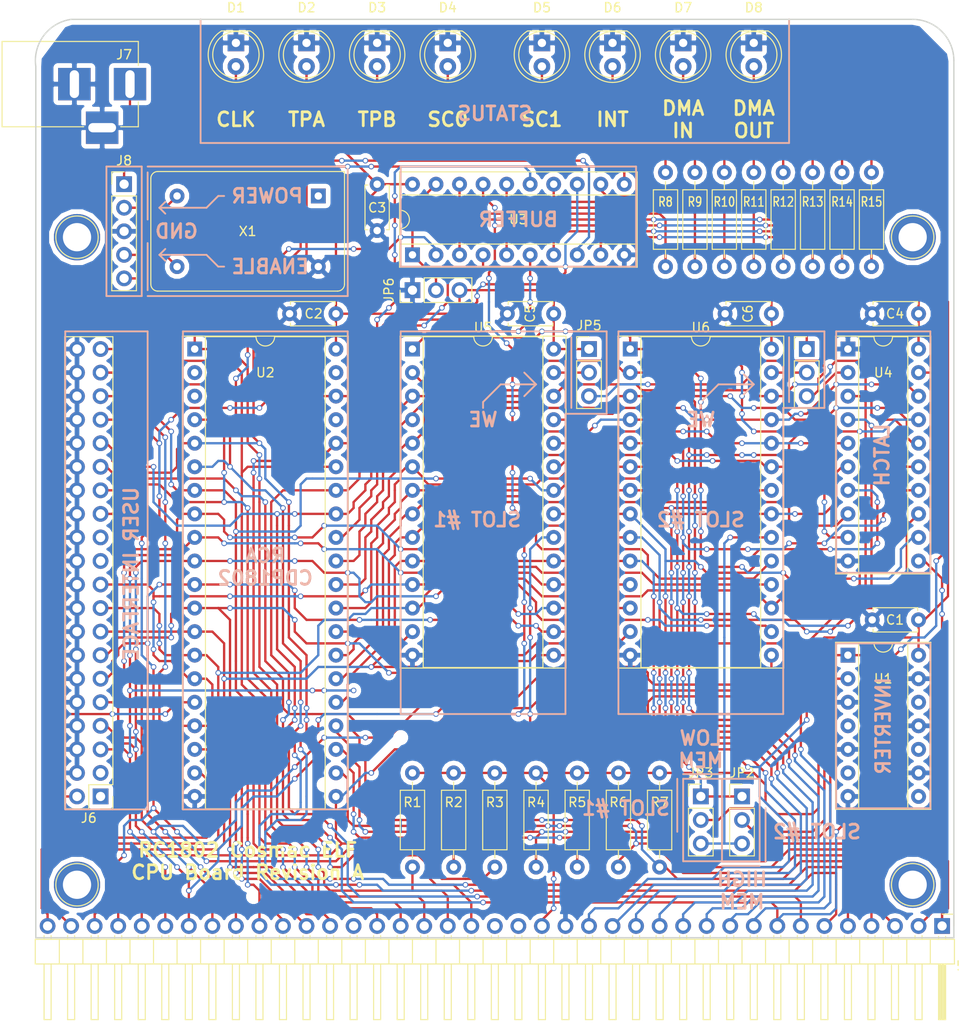
<source format=kicad_pcb>
(kicad_pcb (version 4) (host pcbnew 4.0.7)
  (layers (0 F.Cu signal) (31 B.Cu signal) (34 B.Paste user) (35 F.Paste user) (36 B.SilkS user hide) (37 F.SilkS user hide) (38 B.Mask user) (39 F.Mask user) (44 Edge.Cuts user))
  (net 0 "")
  (net 1 GND)
  (net 2 VCC)
  (net 3 EF4)
  (net 4 SC1)
  (net 5 DMA_IN)
  (net 6 N2)
  (net 7 EF1)
  (net 8 EF2)
  (net 9 EF3)
  (net 10 SC0)
  (net 11 TPB)
  (net 12 TPA)
  (net 13 /MA7)
  (net 14 /MA6)
  (net 15 /MA5)
  (net 16 /MA4)
  (net 17 /MA3)
  (net 18 /MA2)
  (net 19 /MA1)
  (net 20 /MA0)
  (net 21 CLOCK)
  (net 22 INTERRUPT)
  (net 23 Q)
  (net 24 MWR)
  (net 25 MRD)
  (net 26 /BUS0)
  (net 27 /BUS1)
  (net 28 /BUS2)
  (net 29 /BUS3)
  (net 30 /BUS4)
  (net 31 /BUS5)
  (net 32 /BUS6)
  (net 33 /BUS7)
  (net 34 N0)
  (net 35 N1)
  (net 36 DMA_OUT)
  (net 37 ~WE)
  (net 38 /MA15)
  (net 39 /MA8)
  (net 40 /MA12)
  (net 41 /MA9)
  (net 42 /MA13)
  (net 43 /MA10)
  (net 44 /MA14)
  (net 45 /MA11)
  (net 46 "Net-(JP2-Pad2)")
  (net 47 "Net-(JP4-Pad2)")
  (net 48 SLOT2_CS)
  (net 49 SLOT1_CS)
  (net 50 "Net-(JP5-Pad2)")
  (net 51 "Net-(D1-Pad2)")
  (net 52 "Net-(D2-Pad2)")
  (net 53 "Net-(D3-Pad2)")
  (net 54 "Net-(D4-Pad2)")
  (net 55 "Net-(D5-Pad2)")
  (net 56 "Net-(D6-Pad2)")
  (net 57 "Net-(D7-Pad2)")
  (net 58 "Net-(D8-Pad2)")
  (net 59 "Net-(JP6-Pad2)")
  (net 60 "Net-(R8-Pad1)")
  (net 61 "Net-(R9-Pad1)")
  (net 62 "Net-(R10-Pad1)")
  (net 63 "Net-(R11-Pad1)")
  (net 64 "Net-(R12-Pad1)")
  (net 65 "Net-(R13-Pad1)")
  (net 66 "Net-(R14-Pad1)")
  (net 67 "Net-(R15-Pad1)")
  (net 68 "Net-(J8-Pad2)")
  (net 69 "Net-(J8-Pad4)")
  (module Capacitors_THT:C_Disc_D4.7mm_W2.5mm_P5.00mm (layer F.Cu) (at 195.58 113.03 180)
    (fp_text reference C1 (at 2.54 0 360) (layer F.SilkS))
    (fp_text value 100nF)
    (pad 1 thru_hole circle (at 0 0 180) (size 1.6 1.6) (drill 0.8) (layers *.Cu *.Mask) (net 2 VCC))
    (pad 2 thru_hole circle (at 5 0 180) (size 1.6 1.6) (drill 0.8) (layers *.Cu *.Mask) (net 1 GND))
  )
  (module Capacitors_THT:C_Disc_D4.7mm_W2.5mm_P5.00mm (layer F.Cu) (at 132.715 80.01 180)
    (fp_text reference C2 (at 2.413 0 180) (layer F.SilkS))
    (fp_text value 100nF)
    (pad 1 thru_hole circle (at 0 0 180) (size 1.6 1.6) (drill 0.8) (layers *.Cu *.Mask) (net 2 VCC))
    (pad 2 thru_hole circle (at 5 0 180) (size 1.6 1.6) (drill 0.8) (layers *.Cu *.Mask) (net 1 GND))
  )
  (module Capacitors_THT:C_Disc_D4.7mm_W2.5mm_P5.00mm (layer F.Cu) (at 137.16 66.04 270)
    (fp_text reference C3 (at 2.54 0 540) (layer F.SilkS))
    (fp_text value 100nF)
    (pad 1 thru_hole circle (at 0 0 270) (size 1.6 1.6) (drill 0.8) (layers *.Cu *.Mask) (net 2 VCC))
    (pad 2 thru_hole circle (at 5 0 270) (size 1.6 1.6) (drill 0.8) (layers *.Cu *.Mask) (net 1 GND))
  )
  (module Capacitors_THT:C_Disc_D4.7mm_W2.5mm_P5.00mm (layer F.Cu) (at 195.58 80.01 180)
    (fp_text reference C4 (at 2.54 0 180) (layer F.SilkS))
    (fp_text value 100nF)
    (pad 1 thru_hole circle (at 0 0 180) (size 1.6 1.6) (drill 0.8) (layers *.Cu *.Mask) (net 2 VCC))
    (pad 2 thru_hole circle (at 5 0 180) (size 1.6 1.6) (drill 0.8) (layers *.Cu *.Mask) (net 1 GND))
  )
  (module Capacitors_THT:C_Disc_D4.7mm_W2.5mm_P5.00mm (layer F.Cu) (at 156.21 80.01 180)
    (fp_text reference C5 (at 2.54 0 270) (layer F.SilkS))
    (fp_text value 100nF)
    (pad 1 thru_hole circle (at 0 0 180) (size 1.6 1.6) (drill 0.8) (layers *.Cu *.Mask) (net 2 VCC))
    (pad 2 thru_hole circle (at 5 0 180) (size 1.6 1.6) (drill 0.8) (layers *.Cu *.Mask) (net 1 GND))
  )
  (module mounting:1pin (layer F.Cu) (at 104.775 141.605)
    (fp_text reference J3 hide)
    (fp_text value Mount hide)
    (pad 1 thru_hole circle (at 0 0) (size 5 5) (drill 3.048) (layers *.Cu *.Mask))
  )
  (module mounting:1pin (layer F.Cu) (at 104.775 71.755)
    (fp_text reference J4 hide)
    (fp_text value Mount hide)
    (pad 1 thru_hole circle (at 0 0) (size 5 5) (drill 3.048) (layers *.Cu *.Mask))
  )
  (module Pin_Headers:Pin_Header_Straight_1x03_Pitch2.54mm (layer F.Cu) (at 172.085 132.08)
    (fp_text reference JP3 (at 0 -2.54) (layer F.SilkS))
    (fp_text value LO)
    (pad 1 thru_hole rect (at 0 0) (size 1.7 1.7) (drill 1) (layers *.Cu *.Mask) (net 49 SLOT1_CS))
    (pad 2 thru_hole oval (at 0 2.54) (size 1.7 1.7) (drill 1) (layers *.Cu *.Mask) (net 38 /MA15))
    (pad 3 thru_hole oval (at 0 5.08) (size 1.7 1.7) (drill 1) (layers *.Cu *.Mask) (net 48 SLOT2_CS))
  )
  (module Pin_Headers:Pin_Header_Straight_1x03_Pitch2.54mm (layer F.Cu) (at 183.515 83.82)
    (fp_text reference JP4 hide)
    (fp_text value SLOT2_WE)
    (pad 1 thru_hole rect (at 0 0) (size 1.7 1.7) (drill 1) (layers *.Cu *.Mask) (net 2 VCC))
    (pad 2 thru_hole oval (at 0 2.54) (size 1.7 1.7) (drill 1) (layers *.Cu *.Mask) (net 47 "Net-(JP4-Pad2)"))
    (pad 3 thru_hole oval (at 0 5.08) (size 1.7 1.7) (drill 1) (layers *.Cu *.Mask) (net 37 ~WE))
  )
  (module Resistors_THT:R_Axial_DIN0207_L6.3mm_D2.5mm_P10.16mm_Horizontal (layer F.Cu) (at 140.97 139.7 90)
    (fp_text reference R1 (at 6.985 0 180) (layer F.SilkS))
    (fp_text value 47k)
    (pad 1 thru_hole circle (at 0 0 90) (size 1.6 1.6) (drill 0.8) (layers *.Cu *.Mask) (net 22 INTERRUPT))
    (pad 2 thru_hole oval (at 10.16 0 90) (size 1.6 1.6) (drill 0.8) (layers *.Cu *.Mask) (net 2 VCC))
  )
  (module Resistors_THT:R_Axial_DIN0207_L6.3mm_D2.5mm_P10.16mm_Horizontal (layer F.Cu) (at 145.415 139.7 90)
    (fp_text reference R2 (at 6.985 0 180) (layer F.SilkS))
    (fp_text value 47k)
    (pad 1 thru_hole circle (at 0 0 90) (size 1.6 1.6) (drill 0.8) (layers *.Cu *.Mask) (net 36 DMA_OUT))
    (pad 2 thru_hole oval (at 10.16 0 90) (size 1.6 1.6) (drill 0.8) (layers *.Cu *.Mask) (net 2 VCC))
  )
  (module Resistors_THT:R_Axial_DIN0207_L6.3mm_D2.5mm_P10.16mm_Horizontal (layer F.Cu) (at 149.86 139.7 90)
    (fp_text reference R3 (at 6.985 0 180) (layer F.SilkS))
    (fp_text value 47k)
    (pad 1 thru_hole circle (at 0 0 90) (size 1.6 1.6) (drill 0.8) (layers *.Cu *.Mask) (net 5 DMA_IN))
    (pad 2 thru_hole oval (at 10.16 0 90) (size 1.6 1.6) (drill 0.8) (layers *.Cu *.Mask) (net 2 VCC))
  )
  (module Resistors_THT:R_Axial_DIN0207_L6.3mm_D2.5mm_P10.16mm_Horizontal (layer F.Cu) (at 154.305 139.7 90)
    (fp_text reference R4 (at 6.985 0 180) (layer F.SilkS))
    (fp_text value 47k)
    (pad 1 thru_hole circle (at 0 0 90) (size 1.6 1.6) (drill 0.8) (layers *.Cu *.Mask) (net 7 EF1))
    (pad 2 thru_hole oval (at 10.16 0 90) (size 1.6 1.6) (drill 0.8) (layers *.Cu *.Mask) (net 2 VCC))
  )
  (module Resistors_THT:R_Axial_DIN0207_L6.3mm_D2.5mm_P10.16mm_Horizontal (layer F.Cu) (at 158.75 139.7 90)
    (fp_text reference R5 (at 6.985 0 180) (layer F.SilkS))
    (fp_text value 47k)
    (pad 1 thru_hole circle (at 0 0 90) (size 1.6 1.6) (drill 0.8) (layers *.Cu *.Mask) (net 8 EF2))
    (pad 2 thru_hole oval (at 10.16 0 90) (size 1.6 1.6) (drill 0.8) (layers *.Cu *.Mask) (net 2 VCC))
  )
  (module Resistors_THT:R_Axial_DIN0207_L6.3mm_D2.5mm_P10.16mm_Horizontal (layer F.Cu) (at 163.195 139.7 90)
    (fp_text reference R6 (at 6.985 0 180) (layer F.SilkS))
    (fp_text value 47k)
    (pad 1 thru_hole circle (at 0 0 90) (size 1.6 1.6) (drill 0.8) (layers *.Cu *.Mask) (net 9 EF3))
    (pad 2 thru_hole oval (at 10.16 0 90) (size 1.6 1.6) (drill 0.8) (layers *.Cu *.Mask) (net 2 VCC))
  )
  (module Resistors_THT:R_Axial_DIN0207_L6.3mm_D2.5mm_P10.16mm_Horizontal (layer F.Cu) (at 167.64 139.7 90)
    (fp_text reference R7 (at 6.985 0 180) (layer F.SilkS))
    (fp_text value 47k)
    (pad 1 thru_hole circle (at 0 0 90) (size 1.6 1.6) (drill 0.8) (layers *.Cu *.Mask) (net 3 EF4))
    (pad 2 thru_hole oval (at 10.16 0 90) (size 1.6 1.6) (drill 0.8) (layers *.Cu *.Mask) (net 2 VCC))
  )
  (module Oscillators:Oscillator_DIP-14 (layer F.Cu) (at 130.81 67.31 180)
    (fp_text reference X1 (at 7.62 -3.81 180) (layer F.SilkS))
    (fp_text value CXO_DIP14)
    (pad 1 thru_hole rect (at 0 0 180) (size 1.6 1.6) (drill 0.8) (layers *.Cu *.Mask))
    (pad 14 thru_hole circle (at 0 -7.62 180) (size 1.6 1.6) (drill 0.8) (layers *.Cu *.Mask) (net 1 GND))
    (pad 8 thru_hole circle (at 15.24 -7.62 180) (size 1.6 1.6) (drill 0.8) (layers *.Cu *.Mask) (net 69 "Net-(J8-Pad4)"))
    (pad 7 thru_hole circle (at 15.24 0 180) (size 1.6 1.6) (drill 0.8) (layers *.Cu *.Mask) (net 68 "Net-(J8-Pad2)"))
  )
  (module mounting:1pin (layer F.Cu) (at 194.945 141.605)
    (fp_text reference J1 hide)
    (fp_text value Mount hide)
    (pad 1 thru_hole circle (at 0 0) (size 5 5) (drill 3.048) (layers *.Cu *.Mask))
  )
  (module mounting:1pin (layer F.Cu) (at 194.945 71.755 180)
    (fp_text reference J2 hide)
    (fp_text value Mount hide)
    (pad 1 thru_hole circle (at 0 0 180) (size 5 5) (drill 3.048) (layers *.Cu *.Mask))
  )
  (module Pin_Headers:Pin_Header_Angled_1x39_Pitch2.54mm (layer F.Cu) (at 198.12 146.05 270)
    (fp_text reference J5 (at 4.385 -2.27 270) (layer F.SilkS))
    (fp_text value CONN_01X39)
    (pad 1 thru_hole rect (at 0 0 270) (size 1.7 1.7) (drill 1) (layers *.Cu *.Mask) (net 7 EF1))
    (pad 2 thru_hole oval (at 0 2.54 270) (size 1.7 1.7) (drill 1) (layers *.Cu *.Mask) (net 8 EF2))
    (pad 3 thru_hole oval (at 0 5.08 270) (size 1.7 1.7) (drill 1) (layers *.Cu *.Mask) (net 9 EF3))
    (pad 4 thru_hole oval (at 0 7.62 270) (size 1.7 1.7) (drill 1) (layers *.Cu *.Mask) (net 3 EF4))
    (pad 5 thru_hole oval (at 0 10.16 270) (size 1.7 1.7) (drill 1) (layers *.Cu *.Mask) (net 4 SC1))
    (pad 6 thru_hole oval (at 0 12.7 270) (size 1.7 1.7) (drill 1) (layers *.Cu *.Mask) (net 10 SC0))
    (pad 7 thru_hole oval (at 0 15.24 270) (size 1.7 1.7) (drill 1) (layers *.Cu *.Mask) (net 11 TPB))
    (pad 8 thru_hole oval (at 0 17.78 270) (size 1.7 1.7) (drill 1) (layers *.Cu *.Mask) (net 12 TPA))
    (pad 9 thru_hole oval (at 0 20.32 270) (size 1.7 1.7) (drill 1) (layers *.Cu *.Mask) (net 13 /MA7))
    (pad 10 thru_hole oval (at 0 22.86 270) (size 1.7 1.7) (drill 1) (layers *.Cu *.Mask) (net 14 /MA6))
    (pad 11 thru_hole oval (at 0 25.4 270) (size 1.7 1.7) (drill 1) (layers *.Cu *.Mask) (net 15 /MA5))
    (pad 12 thru_hole oval (at 0 27.94 270) (size 1.7 1.7) (drill 1) (layers *.Cu *.Mask) (net 16 /MA4))
    (pad 13 thru_hole oval (at 0 30.48 270) (size 1.7 1.7) (drill 1) (layers *.Cu *.Mask) (net 17 /MA3))
    (pad 14 thru_hole oval (at 0 33.02 270) (size 1.7 1.7) (drill 1) (layers *.Cu *.Mask) (net 18 /MA2))
    (pad 15 thru_hole oval (at 0 35.56 270) (size 1.7 1.7) (drill 1) (layers *.Cu *.Mask) (net 19 /MA1))
    (pad 16 thru_hole oval (at 0 38.1 270) (size 1.7 1.7) (drill 1) (layers *.Cu *.Mask) (net 20 /MA0))
    (pad 17 thru_hole oval (at 0 40.64 270) (size 1.7 1.7) (drill 1) (layers *.Cu *.Mask) (net 1 GND))
    (pad 18 thru_hole oval (at 0 43.18 270) (size 1.7 1.7) (drill 1) (layers *.Cu *.Mask) (net 2 VCC))
    (pad 19 thru_hole oval (at 0 45.72 270) (size 1.7 1.7) (drill 1) (layers *.Cu *.Mask))
    (pad 20 thru_hole oval (at 0 48.26 270) (size 1.7 1.7) (drill 1) (layers *.Cu *.Mask))
    (pad 21 thru_hole oval (at 0 50.8 270) (size 1.7 1.7) (drill 1) (layers *.Cu *.Mask) (net 21 CLOCK))
    (pad 22 thru_hole oval (at 0 53.34 270) (size 1.7 1.7) (drill 1) (layers *.Cu *.Mask) (net 22 INTERRUPT))
    (pad 23 thru_hole oval (at 0 55.88 270) (size 1.7 1.7) (drill 1) (layers *.Cu *.Mask) (net 23 Q))
    (pad 24 thru_hole oval (at 0 58.42 270) (size 1.7 1.7) (drill 1) (layers *.Cu *.Mask) (net 24 MWR))
    (pad 25 thru_hole oval (at 0 60.96 270) (size 1.7 1.7) (drill 1) (layers *.Cu *.Mask) (net 25 MRD))
    (pad 26 thru_hole oval (at 0 63.5 270) (size 1.7 1.7) (drill 1) (layers *.Cu *.Mask))
    (pad 27 thru_hole oval (at 0 66.04 270) (size 1.7 1.7) (drill 1) (layers *.Cu *.Mask) (net 26 /BUS0))
    (pad 28 thru_hole oval (at 0 68.58 270) (size 1.7 1.7) (drill 1) (layers *.Cu *.Mask) (net 27 /BUS1))
    (pad 29 thru_hole oval (at 0 71.12 270) (size 1.7 1.7) (drill 1) (layers *.Cu *.Mask) (net 28 /BUS2))
    (pad 30 thru_hole oval (at 0 73.66 270) (size 1.7 1.7) (drill 1) (layers *.Cu *.Mask) (net 29 /BUS3))
    (pad 31 thru_hole oval (at 0 76.2 270) (size 1.7 1.7) (drill 1) (layers *.Cu *.Mask) (net 30 /BUS4))
    (pad 32 thru_hole oval (at 0 78.74 270) (size 1.7 1.7) (drill 1) (layers *.Cu *.Mask) (net 31 /BUS5))
    (pad 33 thru_hole oval (at 0 81.28 270) (size 1.7 1.7) (drill 1) (layers *.Cu *.Mask) (net 32 /BUS6))
    (pad 34 thru_hole oval (at 0 83.82 270) (size 1.7 1.7) (drill 1) (layers *.Cu *.Mask) (net 33 /BUS7))
    (pad 35 thru_hole oval (at 0 86.36 270) (size 1.7 1.7) (drill 1) (layers *.Cu *.Mask) (net 36 DMA_OUT))
    (pad 36 thru_hole oval (at 0 88.9 270) (size 1.7 1.7) (drill 1) (layers *.Cu *.Mask) (net 5 DMA_IN))
    (pad 37 thru_hole oval (at 0 91.44 270) (size 1.7 1.7) (drill 1) (layers *.Cu *.Mask) (net 6 N2))
    (pad 38 thru_hole oval (at 0 93.98 270) (size 1.7 1.7) (drill 1) (layers *.Cu *.Mask) (net 35 N1))
    (pad 39 thru_hole oval (at 0 96.52 270) (size 1.7 1.7) (drill 1) (layers *.Cu *.Mask) (net 34 N0))
  )
  (module Connectors:BARREL_JACK (layer F.Cu) (at 110.49 55.245)
    (fp_text reference J7 (at -0.635 -3.175 180) (layer F.SilkS))
    (fp_text value BARREL_JACK)
    (pad 1 thru_hole rect (at 0 0) (size 3.5 3.5) (drill oval 1 3) (layers *.Cu *.Mask) (net 2 VCC))
    (pad 2 thru_hole rect (at -6 0) (size 3.5 3.5) (drill oval 1 3) (layers *.Cu *.Mask) (net 1 GND))
    (pad 3 thru_hole rect (at -3 4.7) (size 3.5 3.5) (drill oval 3 1) (layers *.Cu *.Mask) (net 1 GND))
  )
  (module Pin_Headers:Pin_Header_Straight_1x03_Pitch2.54mm (layer F.Cu) (at 176.53 132.08)
    (fp_text reference JP2 (at 0 -2.54) (layer F.SilkS))
    (fp_text value HI)
    (pad 1 thru_hole rect (at 0 0) (size 1.7 1.7) (drill 1) (layers *.Cu *.Mask) (net 49 SLOT1_CS))
    (pad 2 thru_hole oval (at 0 2.54) (size 1.7 1.7) (drill 1) (layers *.Cu *.Mask) (net 46 "Net-(JP2-Pad2)"))
    (pad 3 thru_hole oval (at 0 5.08) (size 1.7 1.7) (drill 1) (layers *.Cu *.Mask) (net 48 SLOT2_CS))
  )
  (module Housings_DIP:DIP-14_W7.62mm_Socket (layer F.Cu) (at 187.96 116.84)
    (fp_text reference U1 (at 3.81 2.54) (layer F.SilkS))
    (fp_text value 74LS04)
    (pad 1 thru_hole rect (at 0 0) (size 1.6 1.6) (drill 0.8) (layers *.Cu *.Mask) (net 38 /MA15))
    (pad 8 thru_hole oval (at 7.62 15.24) (size 1.6 1.6) (drill 0.8) (layers *.Cu *.Mask))
    (pad 2 thru_hole oval (at 0 2.54) (size 1.6 1.6) (drill 0.8) (layers *.Cu *.Mask) (net 46 "Net-(JP2-Pad2)"))
    (pad 9 thru_hole oval (at 7.62 12.7) (size 1.6 1.6) (drill 0.8) (layers *.Cu *.Mask) (net 1 GND))
    (pad 3 thru_hole oval (at 0 5.08) (size 1.6 1.6) (drill 0.8) (layers *.Cu *.Mask) (net 1 GND))
    (pad 10 thru_hole oval (at 7.62 10.16) (size 1.6 1.6) (drill 0.8) (layers *.Cu *.Mask))
    (pad 4 thru_hole oval (at 0 7.62) (size 1.6 1.6) (drill 0.8) (layers *.Cu *.Mask))
    (pad 11 thru_hole oval (at 7.62 7.62) (size 1.6 1.6) (drill 0.8) (layers *.Cu *.Mask) (net 1 GND))
    (pad 5 thru_hole oval (at 0 10.16) (size 1.6 1.6) (drill 0.8) (layers *.Cu *.Mask) (net 1 GND))
    (pad 12 thru_hole oval (at 7.62 5.08) (size 1.6 1.6) (drill 0.8) (layers *.Cu *.Mask))
    (pad 6 thru_hole oval (at 0 12.7) (size 1.6 1.6) (drill 0.8) (layers *.Cu *.Mask))
    (pad 13 thru_hole oval (at 7.62 2.54) (size 1.6 1.6) (drill 0.8) (layers *.Cu *.Mask) (net 1 GND))
    (pad 7 thru_hole oval (at 0 15.24) (size 1.6 1.6) (drill 0.8) (layers *.Cu *.Mask) (net 1 GND))
    (pad 14 thru_hole oval (at 7.62 0) (size 1.6 1.6) (drill 0.8) (layers *.Cu *.Mask) (net 2 VCC))
  )
  (module Housings_DIP:DIP-40_W15.24mm_Socket (layer F.Cu) (at 117.475 83.82)
    (fp_text reference U2 (at 7.62 2.54) (layer F.SilkS))
    (fp_text value CDP1802)
    (pad 1 thru_hole rect (at 0 0) (size 1.6 1.6) (drill 0.8) (layers *.Cu *.Mask) (net 21 CLOCK))
    (pad 21 thru_hole oval (at 15.24 48.26) (size 1.6 1.6) (drill 0.8) (layers *.Cu *.Mask) (net 36 DMA_OUT))
    (pad 2 thru_hole oval (at 0 2.54) (size 1.6 1.6) (drill 0.8) (layers *.Cu *.Mask))
    (pad 22 thru_hole oval (at 15.24 45.72) (size 1.6 1.6) (drill 0.8) (layers *.Cu *.Mask) (net 9 EF3))
    (pad 3 thru_hole oval (at 0 5.08) (size 1.6 1.6) (drill 0.8) (layers *.Cu *.Mask))
    (pad 23 thru_hole oval (at 15.24 43.18) (size 1.6 1.6) (drill 0.8) (layers *.Cu *.Mask) (net 8 EF2))
    (pad 4 thru_hole oval (at 0 7.62) (size 1.6 1.6) (drill 0.8) (layers *.Cu *.Mask) (net 23 Q))
    (pad 24 thru_hole oval (at 15.24 40.64) (size 1.6 1.6) (drill 0.8) (layers *.Cu *.Mask) (net 7 EF1))
    (pad 5 thru_hole oval (at 0 10.16) (size 1.6 1.6) (drill 0.8) (layers *.Cu *.Mask) (net 4 SC1))
    (pad 25 thru_hole oval (at 15.24 38.1) (size 1.6 1.6) (drill 0.8) (layers *.Cu *.Mask) (net 20 /MA0))
    (pad 6 thru_hole oval (at 0 12.7) (size 1.6 1.6) (drill 0.8) (layers *.Cu *.Mask) (net 10 SC0))
    (pad 26 thru_hole oval (at 15.24 35.56) (size 1.6 1.6) (drill 0.8) (layers *.Cu *.Mask) (net 19 /MA1))
    (pad 7 thru_hole oval (at 0 15.24) (size 1.6 1.6) (drill 0.8) (layers *.Cu *.Mask) (net 25 MRD))
    (pad 27 thru_hole oval (at 15.24 33.02) (size 1.6 1.6) (drill 0.8) (layers *.Cu *.Mask) (net 18 /MA2))
    (pad 8 thru_hole oval (at 0 17.78) (size 1.6 1.6) (drill 0.8) (layers *.Cu *.Mask) (net 33 /BUS7))
    (pad 28 thru_hole oval (at 15.24 30.48) (size 1.6 1.6) (drill 0.8) (layers *.Cu *.Mask) (net 17 /MA3))
    (pad 9 thru_hole oval (at 0 20.32) (size 1.6 1.6) (drill 0.8) (layers *.Cu *.Mask) (net 32 /BUS6))
    (pad 29 thru_hole oval (at 15.24 27.94) (size 1.6 1.6) (drill 0.8) (layers *.Cu *.Mask) (net 16 /MA4))
    (pad 10 thru_hole oval (at 0 22.86) (size 1.6 1.6) (drill 0.8) (layers *.Cu *.Mask) (net 31 /BUS5))
    (pad 30 thru_hole oval (at 15.24 25.4) (size 1.6 1.6) (drill 0.8) (layers *.Cu *.Mask) (net 15 /MA5))
    (pad 11 thru_hole oval (at 0 25.4) (size 1.6 1.6) (drill 0.8) (layers *.Cu *.Mask) (net 30 /BUS4))
    (pad 31 thru_hole oval (at 15.24 22.86) (size 1.6 1.6) (drill 0.8) (layers *.Cu *.Mask) (net 14 /MA6))
    (pad 12 thru_hole oval (at 0 27.94) (size 1.6 1.6) (drill 0.8) (layers *.Cu *.Mask) (net 29 /BUS3))
    (pad 32 thru_hole oval (at 15.24 20.32) (size 1.6 1.6) (drill 0.8) (layers *.Cu *.Mask) (net 13 /MA7))
    (pad 13 thru_hole oval (at 0 30.48) (size 1.6 1.6) (drill 0.8) (layers *.Cu *.Mask) (net 28 /BUS2))
    (pad 33 thru_hole oval (at 15.24 17.78) (size 1.6 1.6) (drill 0.8) (layers *.Cu *.Mask) (net 11 TPB))
    (pad 14 thru_hole oval (at 0 33.02) (size 1.6 1.6) (drill 0.8) (layers *.Cu *.Mask) (net 27 /BUS1))
    (pad 34 thru_hole oval (at 15.24 15.24) (size 1.6 1.6) (drill 0.8) (layers *.Cu *.Mask) (net 12 TPA))
    (pad 15 thru_hole oval (at 0 35.56) (size 1.6 1.6) (drill 0.8) (layers *.Cu *.Mask) (net 26 /BUS0))
    (pad 35 thru_hole oval (at 15.24 12.7) (size 1.6 1.6) (drill 0.8) (layers *.Cu *.Mask) (net 24 MWR))
    (pad 16 thru_hole oval (at 0 38.1) (size 1.6 1.6) (drill 0.8) (layers *.Cu *.Mask) (net 2 VCC))
    (pad 36 thru_hole oval (at 15.24 10.16) (size 1.6 1.6) (drill 0.8) (layers *.Cu *.Mask) (net 22 INTERRUPT))
    (pad 17 thru_hole oval (at 0 40.64) (size 1.6 1.6) (drill 0.8) (layers *.Cu *.Mask) (net 6 N2))
    (pad 37 thru_hole oval (at 15.24 7.62) (size 1.6 1.6) (drill 0.8) (layers *.Cu *.Mask))
    (pad 18 thru_hole oval (at 0 43.18) (size 1.6 1.6) (drill 0.8) (layers *.Cu *.Mask) (net 35 N1))
    (pad 38 thru_hole oval (at 15.24 5.08) (size 1.6 1.6) (drill 0.8) (layers *.Cu *.Mask) (net 5 DMA_IN))
    (pad 19 thru_hole oval (at 0 45.72) (size 1.6 1.6) (drill 0.8) (layers *.Cu *.Mask) (net 34 N0))
    (pad 39 thru_hole oval (at 15.24 2.54) (size 1.6 1.6) (drill 0.8) (layers *.Cu *.Mask))
    (pad 20 thru_hole oval (at 0 48.26) (size 1.6 1.6) (drill 0.8) (layers *.Cu *.Mask) (net 1 GND))
    (pad 40 thru_hole oval (at 15.24 0) (size 1.6 1.6) (drill 0.8) (layers *.Cu *.Mask) (net 2 VCC))
  )
  (module Housings_DIP:DIP-20_W7.62mm_Socket (layer F.Cu) (at 187.96 83.82)
    (fp_text reference U4 (at 3.81 2.54) (layer F.SilkS))
    (fp_text value 74LS373)
    (pad 1 thru_hole rect (at 0 0) (size 1.6 1.6) (drill 0.8) (layers *.Cu *.Mask) (net 1 GND))
    (pad 11 thru_hole oval (at 7.62 22.86) (size 1.6 1.6) (drill 0.8) (layers *.Cu *.Mask) (net 12 TPA))
    (pad 2 thru_hole oval (at 0 2.54) (size 1.6 1.6) (drill 0.8) (layers *.Cu *.Mask) (net 39 /MA8))
    (pad 12 thru_hole oval (at 7.62 20.32) (size 1.6 1.6) (drill 0.8) (layers *.Cu *.Mask) (net 40 /MA12))
    (pad 3 thru_hole oval (at 0 5.08) (size 1.6 1.6) (drill 0.8) (layers *.Cu *.Mask) (net 20 /MA0))
    (pad 13 thru_hole oval (at 7.62 17.78) (size 1.6 1.6) (drill 0.8) (layers *.Cu *.Mask) (net 16 /MA4))
    (pad 4 thru_hole oval (at 0 7.62) (size 1.6 1.6) (drill 0.8) (layers *.Cu *.Mask) (net 19 /MA1))
    (pad 14 thru_hole oval (at 7.62 15.24) (size 1.6 1.6) (drill 0.8) (layers *.Cu *.Mask) (net 15 /MA5))
    (pad 5 thru_hole oval (at 0 10.16) (size 1.6 1.6) (drill 0.8) (layers *.Cu *.Mask) (net 41 /MA9))
    (pad 15 thru_hole oval (at 7.62 12.7) (size 1.6 1.6) (drill 0.8) (layers *.Cu *.Mask) (net 42 /MA13))
    (pad 6 thru_hole oval (at 0 12.7) (size 1.6 1.6) (drill 0.8) (layers *.Cu *.Mask) (net 43 /MA10))
    (pad 16 thru_hole oval (at 7.62 10.16) (size 1.6 1.6) (drill 0.8) (layers *.Cu *.Mask) (net 44 /MA14))
    (pad 7 thru_hole oval (at 0 15.24) (size 1.6 1.6) (drill 0.8) (layers *.Cu *.Mask) (net 18 /MA2))
    (pad 17 thru_hole oval (at 7.62 7.62) (size 1.6 1.6) (drill 0.8) (layers *.Cu *.Mask) (net 14 /MA6))
    (pad 8 thru_hole oval (at 0 17.78) (size 1.6 1.6) (drill 0.8) (layers *.Cu *.Mask) (net 17 /MA3))
    (pad 18 thru_hole oval (at 7.62 5.08) (size 1.6 1.6) (drill 0.8) (layers *.Cu *.Mask) (net 13 /MA7))
    (pad 9 thru_hole oval (at 0 20.32) (size 1.6 1.6) (drill 0.8) (layers *.Cu *.Mask) (net 45 /MA11))
    (pad 19 thru_hole oval (at 7.62 2.54) (size 1.6 1.6) (drill 0.8) (layers *.Cu *.Mask) (net 38 /MA15))
    (pad 10 thru_hole oval (at 0 22.86) (size 1.6 1.6) (drill 0.8) (layers *.Cu *.Mask) (net 1 GND))
    (pad 20 thru_hole oval (at 7.62 0) (size 1.6 1.6) (drill 0.8) (layers *.Cu *.Mask) (net 2 VCC))
  )
  (module Pin_Headers:Pin_Header_Straight_2x20_Pitch2.54mm (layer F.Cu) (at 107.315 132.08 180)
    (fp_text reference J6 (at 1.27 -2.33 180) (layer F.SilkS))
    (fp_text value CONN_02X20)
    (pad 1 thru_hole rect (at 0 0 180) (size 1.7 1.7) (drill 1) (layers *.Cu *.Mask))
    (pad 2 thru_hole oval (at 2.54 0 180) (size 1.7 1.7) (drill 1) (layers *.Cu *.Mask) (net 2 VCC))
    (pad 3 thru_hole oval (at 0 2.54 180) (size 1.7 1.7) (drill 1) (layers *.Cu *.Mask))
    (pad 4 thru_hole oval (at 2.54 2.54 180) (size 1.7 1.7) (drill 1) (layers *.Cu *.Mask) (net 1 GND))
    (pad 5 thru_hole oval (at 0 5.08 180) (size 1.7 1.7) (drill 1) (layers *.Cu *.Mask) (net 33 /BUS7))
    (pad 6 thru_hole oval (at 2.54 5.08 180) (size 1.7 1.7) (drill 1) (layers *.Cu *.Mask) (net 1 GND))
    (pad 7 thru_hole oval (at 0 7.62 180) (size 1.7 1.7) (drill 1) (layers *.Cu *.Mask) (net 32 /BUS6))
    (pad 8 thru_hole oval (at 2.54 7.62 180) (size 1.7 1.7) (drill 1) (layers *.Cu *.Mask) (net 1 GND))
    (pad 9 thru_hole oval (at 0 10.16 180) (size 1.7 1.7) (drill 1) (layers *.Cu *.Mask) (net 31 /BUS5))
    (pad 10 thru_hole oval (at 2.54 10.16 180) (size 1.7 1.7) (drill 1) (layers *.Cu *.Mask) (net 1 GND))
    (pad 11 thru_hole oval (at 0 12.7 180) (size 1.7 1.7) (drill 1) (layers *.Cu *.Mask) (net 30 /BUS4))
    (pad 12 thru_hole oval (at 2.54 12.7 180) (size 1.7 1.7) (drill 1) (layers *.Cu *.Mask) (net 1 GND))
    (pad 13 thru_hole oval (at 0 15.24 180) (size 1.7 1.7) (drill 1) (layers *.Cu *.Mask) (net 29 /BUS3))
    (pad 14 thru_hole oval (at 2.54 15.24 180) (size 1.7 1.7) (drill 1) (layers *.Cu *.Mask) (net 1 GND))
    (pad 15 thru_hole oval (at 0 17.78 180) (size 1.7 1.7) (drill 1) (layers *.Cu *.Mask) (net 28 /BUS2))
    (pad 16 thru_hole oval (at 2.54 17.78 180) (size 1.7 1.7) (drill 1) (layers *.Cu *.Mask) (net 1 GND))
    (pad 17 thru_hole oval (at 0 20.32 180) (size 1.7 1.7) (drill 1) (layers *.Cu *.Mask) (net 27 /BUS1))
    (pad 18 thru_hole oval (at 2.54 20.32 180) (size 1.7 1.7) (drill 1) (layers *.Cu *.Mask) (net 1 GND))
    (pad 19 thru_hole oval (at 0 22.86 180) (size 1.7 1.7) (drill 1) (layers *.Cu *.Mask) (net 26 /BUS0))
    (pad 20 thru_hole oval (at 2.54 22.86 180) (size 1.7 1.7) (drill 1) (layers *.Cu *.Mask) (net 1 GND))
    (pad 21 thru_hole oval (at 0 25.4 180) (size 1.7 1.7) (drill 1) (layers *.Cu *.Mask))
    (pad 22 thru_hole oval (at 2.54 25.4 180) (size 1.7 1.7) (drill 1) (layers *.Cu *.Mask) (net 1 GND))
    (pad 23 thru_hole oval (at 0 27.94 180) (size 1.7 1.7) (drill 1) (layers *.Cu *.Mask))
    (pad 24 thru_hole oval (at 2.54 27.94 180) (size 1.7 1.7) (drill 1) (layers *.Cu *.Mask) (net 1 GND))
    (pad 25 thru_hole oval (at 0 30.48 180) (size 1.7 1.7) (drill 1) (layers *.Cu *.Mask) (net 23 Q))
    (pad 26 thru_hole oval (at 2.54 30.48 180) (size 1.7 1.7) (drill 1) (layers *.Cu *.Mask) (net 1 GND))
    (pad 27 thru_hole oval (at 0 33.02 180) (size 1.7 1.7) (drill 1) (layers *.Cu *.Mask) (net 3 EF4))
    (pad 28 thru_hole oval (at 2.54 33.02 180) (size 1.7 1.7) (drill 1) (layers *.Cu *.Mask) (net 1 GND))
    (pad 29 thru_hole oval (at 0 35.56 180) (size 1.7 1.7) (drill 1) (layers *.Cu *.Mask) (net 4 SC1))
    (pad 30 thru_hole oval (at 2.54 35.56 180) (size 1.7 1.7) (drill 1) (layers *.Cu *.Mask) (net 1 GND))
    (pad 31 thru_hole oval (at 0 38.1 180) (size 1.7 1.7) (drill 1) (layers *.Cu *.Mask) (net 11 TPB))
    (pad 32 thru_hole oval (at 2.54 38.1 180) (size 1.7 1.7) (drill 1) (layers *.Cu *.Mask) (net 1 GND))
    (pad 33 thru_hole oval (at 0 40.64 180) (size 1.7 1.7) (drill 1) (layers *.Cu *.Mask) (net 5 DMA_IN))
    (pad 34 thru_hole oval (at 2.54 40.64 180) (size 1.7 1.7) (drill 1) (layers *.Cu *.Mask) (net 1 GND))
    (pad 35 thru_hole oval (at 0 43.18 180) (size 1.7 1.7) (drill 1) (layers *.Cu *.Mask) (net 6 N2))
    (pad 36 thru_hole oval (at 2.54 43.18 180) (size 1.7 1.7) (drill 1) (layers *.Cu *.Mask) (net 1 GND))
    (pad 37 thru_hole oval (at 0 45.72 180) (size 1.7 1.7) (drill 1) (layers *.Cu *.Mask) (net 25 MRD))
    (pad 38 thru_hole oval (at 2.54 45.72 180) (size 1.7 1.7) (drill 1) (layers *.Cu *.Mask) (net 1 GND))
    (pad 39 thru_hole oval (at 0 48.26 180) (size 1.7 1.7) (drill 1) (layers *.Cu *.Mask) (net 24 MWR))
    (pad 40 thru_hole oval (at 2.54 48.26 180) (size 1.7 1.7) (drill 1) (layers *.Cu *.Mask) (net 1 GND))
  )
  (module Pin_Headers:Pin_Header_Straight_1x03_Pitch2.54mm (layer F.Cu) (at 160.02 83.82)
    (fp_text reference JP5 (at 0 -2.54) (layer F.SilkS))
    (fp_text value SLOT1_WE)
    (pad 1 thru_hole rect (at 0 0) (size 1.7 1.7) (drill 1) (layers *.Cu *.Mask) (net 2 VCC))
    (pad 2 thru_hole oval (at 0 2.54) (size 1.7 1.7) (drill 1) (layers *.Cu *.Mask) (net 50 "Net-(JP5-Pad2)"))
    (pad 3 thru_hole oval (at 0 5.08) (size 1.7 1.7) (drill 1) (layers *.Cu *.Mask) (net 37 ~WE))
  )
  (module LEDs:LED_D5.0mm (layer F.Cu) (at 121.92 50.8 270)
    (fp_text reference D1 (at -3.81 0 360) (layer F.SilkS))
    (fp_text value LED_Small)
    (pad 1 thru_hole rect (at 0 0 270) (size 1.8 1.8) (drill 0.9) (layers *.Cu *.Mask) (net 1 GND))
    (pad 2 thru_hole circle (at 2.54 0 270) (size 1.8 1.8) (drill 0.9) (layers *.Cu *.Mask) (net 51 "Net-(D1-Pad2)"))
  )
  (module LEDs:LED_D5.0mm (layer F.Cu) (at 129.54 50.8 270)
    (fp_text reference D2 (at -3.81 0 360) (layer F.SilkS))
    (fp_text value LED_Small)
    (pad 1 thru_hole rect (at 0 0 270) (size 1.8 1.8) (drill 0.9) (layers *.Cu *.Mask) (net 1 GND))
    (pad 2 thru_hole circle (at 2.54 0 270) (size 1.8 1.8) (drill 0.9) (layers *.Cu *.Mask) (net 52 "Net-(D2-Pad2)"))
  )
  (module LEDs:LED_D5.0mm (layer F.Cu) (at 137.16 50.8 270)
    (fp_text reference D3 (at -3.81 0 360) (layer F.SilkS))
    (fp_text value LED_Small)
    (pad 1 thru_hole rect (at 0 0 270) (size 1.8 1.8) (drill 0.9) (layers *.Cu *.Mask) (net 1 GND))
    (pad 2 thru_hole circle (at 2.54 0 270) (size 1.8 1.8) (drill 0.9) (layers *.Cu *.Mask) (net 53 "Net-(D3-Pad2)"))
  )
  (module LEDs:LED_D5.0mm (layer F.Cu) (at 144.78 50.8 270)
    (fp_text reference D4 (at -3.81 0 360) (layer F.SilkS))
    (fp_text value LED_Small)
    (pad 1 thru_hole rect (at 0 0 270) (size 1.8 1.8) (drill 0.9) (layers *.Cu *.Mask) (net 1 GND))
    (pad 2 thru_hole circle (at 2.54 0 270) (size 1.8 1.8) (drill 0.9) (layers *.Cu *.Mask) (net 54 "Net-(D4-Pad2)"))
  )
  (module LEDs:LED_D5.0mm (layer F.Cu) (at 154.94 50.8 270)
    (fp_text reference D5 (at -3.81 0 360) (layer F.SilkS))
    (fp_text value LED_Small)
    (pad 1 thru_hole rect (at 0 0 270) (size 1.8 1.8) (drill 0.9) (layers *.Cu *.Mask) (net 1 GND))
    (pad 2 thru_hole circle (at 2.54 0 270) (size 1.8 1.8) (drill 0.9) (layers *.Cu *.Mask) (net 55 "Net-(D5-Pad2)"))
  )
  (module LEDs:LED_D5.0mm (layer F.Cu) (at 162.56 50.8 270)
    (fp_text reference D6 (at -3.81 0 360) (layer F.SilkS))
    (fp_text value LED_Small)
    (pad 1 thru_hole rect (at 0 0 270) (size 1.8 1.8) (drill 0.9) (layers *.Cu *.Mask) (net 1 GND))
    (pad 2 thru_hole circle (at 2.54 0 270) (size 1.8 1.8) (drill 0.9) (layers *.Cu *.Mask) (net 56 "Net-(D6-Pad2)"))
  )
  (module LEDs:LED_D5.0mm (layer F.Cu) (at 170.18 50.8 270)
    (fp_text reference D7 (at -3.81 0 360) (layer F.SilkS))
    (fp_text value LED_Small)
    (pad 1 thru_hole rect (at 0 0 270) (size 1.8 1.8) (drill 0.9) (layers *.Cu *.Mask) (net 1 GND))
    (pad 2 thru_hole circle (at 2.54 0 270) (size 1.8 1.8) (drill 0.9) (layers *.Cu *.Mask) (net 57 "Net-(D7-Pad2)"))
  )
  (module LEDs:LED_D5.0mm (layer F.Cu) (at 177.8 50.8 270)
    (fp_text reference D8 (at -3.81 0 360) (layer F.SilkS))
    (fp_text value LED_Small)
    (pad 1 thru_hole rect (at 0 0 270) (size 1.8 1.8) (drill 0.9) (layers *.Cu *.Mask) (net 1 GND))
    (pad 2 thru_hole circle (at 2.54 0 270) (size 1.8 1.8) (drill 0.9) (layers *.Cu *.Mask) (net 58 "Net-(D8-Pad2)"))
  )
  (module Pin_Headers:Pin_Header_Straight_1x03_Pitch2.54mm (layer F.Cu) (at 140.97 77.47 90)
    (fp_text reference JP6 (at 0 -2.54 90) (layer F.SilkS))
    (fp_text value BM_OE)
    (pad 1 thru_hole rect (at 0 0 90) (size 1.7 1.7) (drill 1) (layers *.Cu *.Mask) (net 1 GND))
    (pad 2 thru_hole oval (at 0 2.54 90) (size 1.7 1.7) (drill 1) (layers *.Cu *.Mask) (net 59 "Net-(JP6-Pad2)"))
    (pad 3 thru_hole oval (at 0 5.08 90) (size 1.7 1.7) (drill 1) (layers *.Cu *.Mask) (net 2 VCC))
  )
  (module Resistors_THT:R_Axial_DIN0207_L6.3mm_D2.5mm_P10.16mm_Horizontal (layer F.Cu) (at 168.275 74.93 90)
    (fp_text reference R8 (at 6.985 0 180) (layer F.SilkS) (effects (font (size 1 0.8))))
    (fp_text value 220)
    (pad 1 thru_hole circle (at 0 0 90) (size 1.6 1.6) (drill 0.8) (layers *.Cu *.Mask) (net 60 "Net-(R8-Pad1)"))
    (pad 2 thru_hole oval (at 10.16 0 90) (size 1.6 1.6) (drill 0.8) (layers *.Cu *.Mask) (net 51 "Net-(D1-Pad2)"))
  )
  (module Resistors_THT:R_Axial_DIN0207_L6.3mm_D2.5mm_P10.16mm_Horizontal (layer F.Cu) (at 171.45 74.93 90)
    (fp_text reference R9 (at 6.985 0 180) (layer F.SilkS) (effects (font (size 1 0.8))))
    (fp_text value 220)
    (pad 1 thru_hole circle (at 0 0 90) (size 1.6 1.6) (drill 0.8) (layers *.Cu *.Mask) (net 61 "Net-(R9-Pad1)"))
    (pad 2 thru_hole oval (at 10.16 0 90) (size 1.6 1.6) (drill 0.8) (layers *.Cu *.Mask) (net 52 "Net-(D2-Pad2)"))
  )
  (module Resistors_THT:R_Axial_DIN0207_L6.3mm_D2.5mm_P10.16mm_Horizontal (layer F.Cu) (at 174.625 74.93 90)
    (fp_text reference R10 (at 6.985 0 180) (layer F.SilkS) (effects (font (size 1 0.8))))
    (fp_text value 220)
    (pad 1 thru_hole circle (at 0 0 90) (size 1.6 1.6) (drill 0.8) (layers *.Cu *.Mask) (net 62 "Net-(R10-Pad1)"))
    (pad 2 thru_hole oval (at 10.16 0 90) (size 1.6 1.6) (drill 0.8) (layers *.Cu *.Mask) (net 53 "Net-(D3-Pad2)"))
  )
  (module Resistors_THT:R_Axial_DIN0207_L6.3mm_D2.5mm_P10.16mm_Horizontal (layer F.Cu) (at 177.8 74.93 90)
    (fp_text reference R11 (at 6.985 0 180) (layer F.SilkS) (effects (font (size 1 0.8))))
    (fp_text value 220)
    (pad 1 thru_hole circle (at 0 0 90) (size 1.6 1.6) (drill 0.8) (layers *.Cu *.Mask) (net 63 "Net-(R11-Pad1)"))
    (pad 2 thru_hole oval (at 10.16 0 90) (size 1.6 1.6) (drill 0.8) (layers *.Cu *.Mask) (net 54 "Net-(D4-Pad2)"))
  )
  (module Resistors_THT:R_Axial_DIN0207_L6.3mm_D2.5mm_P10.16mm_Horizontal (layer F.Cu) (at 180.975 74.93 90)
    (fp_text reference R12 (at 6.985 0 180) (layer F.SilkS) (effects (font (size 1 0.8))))
    (fp_text value 220)
    (pad 1 thru_hole circle (at 0 0 90) (size 1.6 1.6) (drill 0.8) (layers *.Cu *.Mask) (net 64 "Net-(R12-Pad1)"))
    (pad 2 thru_hole oval (at 10.16 0 90) (size 1.6 1.6) (drill 0.8) (layers *.Cu *.Mask) (net 55 "Net-(D5-Pad2)"))
  )
  (module Resistors_THT:R_Axial_DIN0207_L6.3mm_D2.5mm_P10.16mm_Horizontal (layer F.Cu) (at 184.15 74.93 90)
    (fp_text reference R13 (at 6.985 0 180) (layer F.SilkS) (effects (font (size 1 0.8))))
    (fp_text value 220)
    (pad 1 thru_hole circle (at 0 0 90) (size 1.6 1.6) (drill 0.8) (layers *.Cu *.Mask) (net 65 "Net-(R13-Pad1)"))
    (pad 2 thru_hole oval (at 10.16 0 90) (size 1.6 1.6) (drill 0.8) (layers *.Cu *.Mask) (net 56 "Net-(D6-Pad2)"))
  )
  (module Resistors_THT:R_Axial_DIN0207_L6.3mm_D2.5mm_P10.16mm_Horizontal (layer F.Cu) (at 187.325 74.93 90)
    (fp_text reference R14 (at 6.985 0 180) (layer F.SilkS) (effects (font (size 1 0.8))))
    (fp_text value 220)
    (pad 1 thru_hole circle (at 0 0 90) (size 1.6 1.6) (drill 0.8) (layers *.Cu *.Mask) (net 66 "Net-(R14-Pad1)"))
    (pad 2 thru_hole oval (at 10.16 0 90) (size 1.6 1.6) (drill 0.8) (layers *.Cu *.Mask) (net 57 "Net-(D7-Pad2)"))
  )
  (module Resistors_THT:R_Axial_DIN0207_L6.3mm_D2.5mm_P10.16mm_Horizontal (layer F.Cu) (at 190.5 74.93 90)
    (fp_text reference R15 (at 6.985 0 180) (layer F.SilkS) (effects (font (size 1 0.8))))
    (fp_text value 220)
    (pad 1 thru_hole circle (at 0 0 90) (size 1.6 1.6) (drill 0.8) (layers *.Cu *.Mask) (net 67 "Net-(R15-Pad1)"))
    (pad 2 thru_hole oval (at 10.16 0 90) (size 1.6 1.6) (drill 0.8) (layers *.Cu *.Mask) (net 58 "Net-(D8-Pad2)"))
  )
  (module Housings_DIP:DIP-20_W7.62mm_Socket (layer F.Cu) (at 140.97 73.66 90)
    (fp_text reference U3 (at 3.81 11.43 180) (layer F.SilkS))
    (fp_text value 74LS240)
    (pad 1 thru_hole rect (at 0 0 90) (size 1.6 1.6) (drill 0.8) (layers *.Cu *.Mask) (net 59 "Net-(JP6-Pad2)"))
    (pad 11 thru_hole oval (at 7.62 22.86 90) (size 1.6 1.6) (drill 0.8) (layers *.Cu *.Mask) (net 4 SC1))
    (pad 2 thru_hole oval (at 0 2.54 90) (size 1.6 1.6) (drill 0.8) (layers *.Cu *.Mask) (net 21 CLOCK))
    (pad 12 thru_hole oval (at 7.62 20.32 90) (size 1.6 1.6) (drill 0.8) (layers *.Cu *.Mask) (net 63 "Net-(R11-Pad1)"))
    (pad 3 thru_hole oval (at 0 5.08 90) (size 1.6 1.6) (drill 0.8) (layers *.Cu *.Mask) (net 67 "Net-(R15-Pad1)"))
    (pad 13 thru_hole oval (at 7.62 17.78 90) (size 1.6 1.6) (drill 0.8) (layers *.Cu *.Mask) (net 22 INTERRUPT))
    (pad 4 thru_hole oval (at 0 7.62 90) (size 1.6 1.6) (drill 0.8) (layers *.Cu *.Mask) (net 12 TPA))
    (pad 14 thru_hole oval (at 7.62 15.24 90) (size 1.6 1.6) (drill 0.8) (layers *.Cu *.Mask) (net 62 "Net-(R10-Pad1)"))
    (pad 5 thru_hole oval (at 0 10.16 90) (size 1.6 1.6) (drill 0.8) (layers *.Cu *.Mask) (net 66 "Net-(R14-Pad1)"))
    (pad 15 thru_hole oval (at 7.62 12.7 90) (size 1.6 1.6) (drill 0.8) (layers *.Cu *.Mask) (net 5 DMA_IN))
    (pad 6 thru_hole oval (at 0 12.7 90) (size 1.6 1.6) (drill 0.8) (layers *.Cu *.Mask) (net 11 TPB))
    (pad 16 thru_hole oval (at 7.62 10.16 90) (size 1.6 1.6) (drill 0.8) (layers *.Cu *.Mask) (net 61 "Net-(R9-Pad1)"))
    (pad 7 thru_hole oval (at 0 15.24 90) (size 1.6 1.6) (drill 0.8) (layers *.Cu *.Mask) (net 65 "Net-(R13-Pad1)"))
    (pad 17 thru_hole oval (at 7.62 7.62 90) (size 1.6 1.6) (drill 0.8) (layers *.Cu *.Mask) (net 36 DMA_OUT))
    (pad 8 thru_hole oval (at 0 17.78 90) (size 1.6 1.6) (drill 0.8) (layers *.Cu *.Mask) (net 10 SC0))
    (pad 18 thru_hole oval (at 7.62 5.08 90) (size 1.6 1.6) (drill 0.8) (layers *.Cu *.Mask) (net 60 "Net-(R8-Pad1)"))
    (pad 9 thru_hole oval (at 0 20.32 90) (size 1.6 1.6) (drill 0.8) (layers *.Cu *.Mask) (net 64 "Net-(R12-Pad1)"))
    (pad 19 thru_hole oval (at 7.62 2.54 90) (size 1.6 1.6) (drill 0.8) (layers *.Cu *.Mask) (net 59 "Net-(JP6-Pad2)"))
    (pad 10 thru_hole oval (at 0 22.86 90) (size 1.6 1.6) (drill 0.8) (layers *.Cu *.Mask) (net 1 GND))
    (pad 20 thru_hole oval (at 7.62 0 90) (size 1.6 1.6) (drill 0.8) (layers *.Cu *.Mask) (net 2 VCC))
  )
  (module Capacitors_THT:C_Disc_D4.7mm_W2.5mm_P5.00mm (layer F.Cu) (at 179.705 80.01 180)
    (fp_text reference C6 (at 2.54 0 270) (layer F.SilkS))
    (fp_text value 100nF)
    (pad 1 thru_hole circle (at 0 0 180) (size 1.6 1.6) (drill 0.8) (layers *.Cu *.Mask) (net 2 VCC))
    (pad 2 thru_hole circle (at 5 0 180) (size 1.6 1.6) (drill 0.8) (layers *.Cu *.Mask) (net 1 GND))
  )
  (module Pin_Headers:Pin_Header_Straight_1x05_Pitch2.54mm (layer F.Cu) (at 109.855 66.04)
    (fp_text reference J8 (at 0 -2.54) (layer F.SilkS))
    (fp_text value Conn_01x05)
    (pad 1 thru_hole rect (at 0 0) (size 1.7 1.7) (drill 1) (layers *.Cu *.Mask) (net 2 VCC))
    (pad 2 thru_hole oval (at 0 2.54) (size 1.7 1.7) (drill 1) (layers *.Cu *.Mask) (net 68 "Net-(J8-Pad2)"))
    (pad 3 thru_hole oval (at 0 5.08) (size 1.7 1.7) (drill 1) (layers *.Cu *.Mask) (net 1 GND))
    (pad 4 thru_hole oval (at 0 7.62) (size 1.7 1.7) (drill 1) (layers *.Cu *.Mask) (net 69 "Net-(J8-Pad4)"))
    (pad 5 thru_hole oval (at 0 10.16) (size 1.7 1.7) (drill 1) (layers *.Cu *.Mask) (net 21 CLOCK))
  )
  (module Housings_DIP:DIP-28_W15.24mm_Socket (layer F.Cu) (at 140.97 83.82)
    (fp_text reference U5 (at 7.62 -2.33) (layer F.SilkS))
    (fp_text value SLOT-1)
    (pad 1 thru_hole rect (at 0 0) (size 1.6 1.6) (drill 0.8) (layers *.Cu *.Mask) (net 44 /MA14))
    (pad 15 thru_hole oval (at 15.24 33.02) (size 1.6 1.6) (drill 0.8) (layers *.Cu *.Mask) (net 29 /BUS3))
    (pad 2 thru_hole oval (at 0 2.54) (size 1.6 1.6) (drill 0.8) (layers *.Cu *.Mask) (net 40 /MA12))
    (pad 16 thru_hole oval (at 15.24 30.48) (size 1.6 1.6) (drill 0.8) (layers *.Cu *.Mask) (net 30 /BUS4))
    (pad 3 thru_hole oval (at 0 5.08) (size 1.6 1.6) (drill 0.8) (layers *.Cu *.Mask) (net 13 /MA7))
    (pad 17 thru_hole oval (at 15.24 27.94) (size 1.6 1.6) (drill 0.8) (layers *.Cu *.Mask) (net 31 /BUS5))
    (pad 4 thru_hole oval (at 0 7.62) (size 1.6 1.6) (drill 0.8) (layers *.Cu *.Mask) (net 14 /MA6))
    (pad 18 thru_hole oval (at 15.24 25.4) (size 1.6 1.6) (drill 0.8) (layers *.Cu *.Mask) (net 32 /BUS6))
    (pad 5 thru_hole oval (at 0 10.16) (size 1.6 1.6) (drill 0.8) (layers *.Cu *.Mask) (net 15 /MA5))
    (pad 19 thru_hole oval (at 15.24 22.86) (size 1.6 1.6) (drill 0.8) (layers *.Cu *.Mask) (net 33 /BUS7))
    (pad 6 thru_hole oval (at 0 12.7) (size 1.6 1.6) (drill 0.8) (layers *.Cu *.Mask) (net 16 /MA4))
    (pad 20 thru_hole oval (at 15.24 20.32) (size 1.6 1.6) (drill 0.8) (layers *.Cu *.Mask) (net 49 SLOT1_CS))
    (pad 7 thru_hole oval (at 0 15.24) (size 1.6 1.6) (drill 0.8) (layers *.Cu *.Mask) (net 17 /MA3))
    (pad 21 thru_hole oval (at 15.24 17.78) (size 1.6 1.6) (drill 0.8) (layers *.Cu *.Mask) (net 43 /MA10))
    (pad 8 thru_hole oval (at 0 17.78) (size 1.6 1.6) (drill 0.8) (layers *.Cu *.Mask) (net 18 /MA2))
    (pad 22 thru_hole oval (at 15.24 15.24) (size 1.6 1.6) (drill 0.8) (layers *.Cu *.Mask) (net 25 MRD))
    (pad 9 thru_hole oval (at 0 20.32) (size 1.6 1.6) (drill 0.8) (layers *.Cu *.Mask) (net 19 /MA1))
    (pad 23 thru_hole oval (at 15.24 12.7) (size 1.6 1.6) (drill 0.8) (layers *.Cu *.Mask) (net 45 /MA11))
    (pad 10 thru_hole oval (at 0 22.86) (size 1.6 1.6) (drill 0.8) (layers *.Cu *.Mask) (net 20 /MA0))
    (pad 24 thru_hole oval (at 15.24 10.16) (size 1.6 1.6) (drill 0.8) (layers *.Cu *.Mask) (net 41 /MA9))
    (pad 11 thru_hole oval (at 0 25.4) (size 1.6 1.6) (drill 0.8) (layers *.Cu *.Mask) (net 26 /BUS0))
    (pad 25 thru_hole oval (at 15.24 7.62) (size 1.6 1.6) (drill 0.8) (layers *.Cu *.Mask) (net 39 /MA8))
    (pad 12 thru_hole oval (at 0 27.94) (size 1.6 1.6) (drill 0.8) (layers *.Cu *.Mask) (net 27 /BUS1))
    (pad 26 thru_hole oval (at 15.24 5.08) (size 1.6 1.6) (drill 0.8) (layers *.Cu *.Mask) (net 42 /MA13))
    (pad 13 thru_hole oval (at 0 30.48) (size 1.6 1.6) (drill 0.8) (layers *.Cu *.Mask) (net 28 /BUS2))
    (pad 27 thru_hole oval (at 15.24 2.54) (size 1.6 1.6) (drill 0.8) (layers *.Cu *.Mask) (net 50 "Net-(JP5-Pad2)"))
    (pad 14 thru_hole oval (at 0 33.02) (size 1.6 1.6) (drill 0.8) (layers *.Cu *.Mask) (net 1 GND))
    (pad 28 thru_hole oval (at 15.24 0) (size 1.6 1.6) (drill 0.8) (layers *.Cu *.Mask) (net 2 VCC))
  )
  (module Housings_DIP:DIP-28_W15.24mm_Socket (layer F.Cu) (at 164.465 83.82)
    (fp_text reference U6 (at 7.62 -2.33) (layer F.SilkS))
    (fp_text value SLOT-2)
    (pad 1 thru_hole rect (at 0 0) (size 1.6 1.6) (drill 0.8) (layers *.Cu *.Mask) (net 44 /MA14))
    (pad 15 thru_hole oval (at 15.24 33.02) (size 1.6 1.6) (drill 0.8) (layers *.Cu *.Mask) (net 29 /BUS3))
    (pad 2 thru_hole oval (at 0 2.54) (size 1.6 1.6) (drill 0.8) (layers *.Cu *.Mask) (net 40 /MA12))
    (pad 16 thru_hole oval (at 15.24 30.48) (size 1.6 1.6) (drill 0.8) (layers *.Cu *.Mask) (net 30 /BUS4))
    (pad 3 thru_hole oval (at 0 5.08) (size 1.6 1.6) (drill 0.8) (layers *.Cu *.Mask) (net 13 /MA7))
    (pad 17 thru_hole oval (at 15.24 27.94) (size 1.6 1.6) (drill 0.8) (layers *.Cu *.Mask) (net 31 /BUS5))
    (pad 4 thru_hole oval (at 0 7.62) (size 1.6 1.6) (drill 0.8) (layers *.Cu *.Mask) (net 14 /MA6))
    (pad 18 thru_hole oval (at 15.24 25.4) (size 1.6 1.6) (drill 0.8) (layers *.Cu *.Mask) (net 32 /BUS6))
    (pad 5 thru_hole oval (at 0 10.16) (size 1.6 1.6) (drill 0.8) (layers *.Cu *.Mask) (net 15 /MA5))
    (pad 19 thru_hole oval (at 15.24 22.86) (size 1.6 1.6) (drill 0.8) (layers *.Cu *.Mask) (net 33 /BUS7))
    (pad 6 thru_hole oval (at 0 12.7) (size 1.6 1.6) (drill 0.8) (layers *.Cu *.Mask) (net 16 /MA4))
    (pad 20 thru_hole oval (at 15.24 20.32) (size 1.6 1.6) (drill 0.8) (layers *.Cu *.Mask) (net 48 SLOT2_CS))
    (pad 7 thru_hole oval (at 0 15.24) (size 1.6 1.6) (drill 0.8) (layers *.Cu *.Mask) (net 17 /MA3))
    (pad 21 thru_hole oval (at 15.24 17.78) (size 1.6 1.6) (drill 0.8) (layers *.Cu *.Mask) (net 43 /MA10))
    (pad 8 thru_hole oval (at 0 17.78) (size 1.6 1.6) (drill 0.8) (layers *.Cu *.Mask) (net 18 /MA2))
    (pad 22 thru_hole oval (at 15.24 15.24) (size 1.6 1.6) (drill 0.8) (layers *.Cu *.Mask) (net 25 MRD))
    (pad 9 thru_hole oval (at 0 20.32) (size 1.6 1.6) (drill 0.8) (layers *.Cu *.Mask) (net 19 /MA1))
    (pad 23 thru_hole oval (at 15.24 12.7) (size 1.6 1.6) (drill 0.8) (layers *.Cu *.Mask) (net 45 /MA11))
    (pad 10 thru_hole oval (at 0 22.86) (size 1.6 1.6) (drill 0.8) (layers *.Cu *.Mask) (net 20 /MA0))
    (pad 24 thru_hole oval (at 15.24 10.16) (size 1.6 1.6) (drill 0.8) (layers *.Cu *.Mask) (net 41 /MA9))
    (pad 11 thru_hole oval (at 0 25.4) (size 1.6 1.6) (drill 0.8) (layers *.Cu *.Mask) (net 26 /BUS0))
    (pad 25 thru_hole oval (at 15.24 7.62) (size 1.6 1.6) (drill 0.8) (layers *.Cu *.Mask) (net 39 /MA8))
    (pad 12 thru_hole oval (at 0 27.94) (size 1.6 1.6) (drill 0.8) (layers *.Cu *.Mask) (net 27 /BUS1))
    (pad 26 thru_hole oval (at 15.24 5.08) (size 1.6 1.6) (drill 0.8) (layers *.Cu *.Mask) (net 42 /MA13))
    (pad 13 thru_hole oval (at 0 30.48) (size 1.6 1.6) (drill 0.8) (layers *.Cu *.Mask) (net 28 /BUS2))
    (pad 27 thru_hole oval (at 15.24 2.54) (size 1.6 1.6) (drill 0.8) (layers *.Cu *.Mask) (net 47 "Net-(JP4-Pad2)"))
    (pad 14 thru_hole oval (at 0 33.02) (size 1.6 1.6) (drill 0.8) (layers *.Cu *.Mask) (net 1 GND))
    (pad 28 thru_hole oval (at 15.24 0) (size 1.6 1.6) (drill 0.8) (layers *.Cu *.Mask) (net 2 VCC))
  )
  (gr_line (start 112.395 81.915) (end 108.585 81.915) (angle 90) (layer B.SilkS) (width 0.2))
  (gr_line (start 112.395 133.477) (end 112.395 81.915) (angle 90) (layer B.SilkS) (width 0.2))
  (gr_line (start 108.585 133.477) (end 112.395 133.477) (angle 90) (layer B.SilkS) (width 0.2))
  (gr_line (start 103.505 133.477) (end 103.505 133.223) (angle 90) (layer B.SilkS) (width 0.2))
  (gr_line (start 108.585 133.477) (end 103.505 133.477) (angle 90) (layer B.SilkS) (width 0.2))
  (gr_line (start 133.985 133.477) (end 133.985 133.223) (angle 90) (layer B.SilkS) (width 0.2))
  (gr_line (start 116.205 133.477) (end 133.985 133.477) (angle 90) (layer B.SilkS) (width 0.2))
  (gr_line (start 116.205 133.223) (end 116.205 133.477) (angle 90) (layer B.SilkS) (width 0.2))
  (gr_text "USER INTERFACE" (at 110.617 108.077 90) (layer B.SilkS) (effects (font (size 1.5 1.5) (thickness 0.3)) (justify mirror)))
  (gr_line (start 103.505 81.915) (end 103.505 133.35) (angle 90) (layer B.SilkS) (width 0.2))
  (gr_line (start 108.585 81.915) (end 103.505 81.915) (angle 90) (layer B.SilkS) (width 0.2))
  (gr_text STATUS (at 149.86 58.42) (layer B.SilkS) (effects (font (size 1.5 1.5) (thickness 0.3)) (justify mirror)))
  (gr_line (start 181.61 61.595) (end 181.61 48.26) (angle 90) (layer B.SilkS) (width 0.2))
  (gr_line (start 118.11 61.595) (end 181.61 61.595) (angle 90) (layer B.SilkS) (width 0.2))
  (gr_line (start 118.11 48.26) (end 118.11 61.595) (angle 90) (layer B.SilkS) (width 0.2))
  (gr_text BUFFER (at 152.4 69.85) (layer B.SilkS) (effects (font (size 1.5 1.5) (thickness 0.3)) (justify mirror)))
  (gr_text LATCH (at 191.643 95.25 90) (layer B.SilkS) (effects (font (size 1.5 1.5) (thickness 0.3)) (justify mirror)))
  (gr_text INVERTER (at 191.77 124.46 90) (layer B.SilkS) (effects (font (size 1.5 1.5) (thickness 0.3)) (justify mirror)))
  (gr_line (start 139.7 74.93) (end 139.7 64.135) (angle 90) (layer B.SilkS) (width 0.2))
  (gr_line (start 165.1 74.93) (end 139.7 74.93) (angle 90) (layer B.SilkS) (width 0.2))
  (gr_line (start 165.1 64.135) (end 165.1 74.93) (angle 90) (layer B.SilkS) (width 0.2))
  (gr_line (start 139.7 64.135) (end 165.1 64.135) (angle 90) (layer B.SilkS) (width 0.2))
  (gr_line (start 186.69 133.35) (end 186.69 115.57) (angle 90) (layer B.SilkS) (width 0.2))
  (gr_line (start 196.85 133.35) (end 186.69 133.35) (angle 90) (layer B.SilkS) (width 0.2))
  (gr_line (start 196.85 115.57) (end 196.85 133.35) (angle 90) (layer B.SilkS) (width 0.2))
  (gr_line (start 186.69 115.57) (end 196.85 115.57) (angle 90) (layer B.SilkS) (width 0.2))
  (gr_line (start 186.69 107.95) (end 186.69 81.915) (angle 90) (layer B.SilkS) (width 0.2))
  (gr_line (start 196.85 107.95) (end 186.69 107.95) (angle 90) (layer B.SilkS) (width 0.2))
  (gr_line (start 196.85 81.915) (end 196.85 107.95) (angle 90) (layer B.SilkS) (width 0.2))
  (gr_line (start 186.69 81.915) (end 196.85 81.915) (angle 90) (layer B.SilkS) (width 0.2))
  (gr_text "RCA\nCDP1802" (at 125.095 107.315) (layer B.SilkS) (effects (font (size 1.5 1.5) (thickness 0.3)) (justify mirror)))
  (gr_line (start 133.985 81.915) (end 116.205 81.915) (angle 90) (layer B.SilkS) (width 0.2))
  (gr_line (start 133.985 133.223) (end 133.985 81.915) (angle 90) (layer B.SilkS) (width 0.2))
  (gr_line (start 116.205 81.915) (end 116.205 133.223) (angle 90) (layer B.SilkS) (width 0.2))
  (gr_text GND (at 113.03 71.12) (layer B.SilkS) (effects (font (size 1.5 1.5) (thickness 0.3)) (justify right mirror)))
  (gr_line (start 120.015 74.93) (end 120.65 74.93) (angle 90) (layer B.SilkS) (width 0.2))
  (gr_line (start 118.745 73.66) (end 120.015 74.93) (angle 90) (layer B.SilkS) (width 0.2))
  (gr_line (start 113.665 73.66) (end 118.745 73.66) (angle 90) (layer B.SilkS) (width 0.2))
  (gr_line (start 113.665 73.66) (end 114.3 74.295) (angle 90) (layer B.SilkS) (width 0.2))
  (gr_line (start 113.665 73.66) (end 114.3 73.025) (angle 90) (layer B.SilkS) (width 0.2))
  (gr_line (start 120.015 67.31) (end 120.65 67.31) (angle 90) (layer B.SilkS) (width 0.2))
  (gr_line (start 118.745 68.58) (end 120.015 67.31) (angle 90) (layer B.SilkS) (width 0.2))
  (gr_line (start 113.665 68.58) (end 118.745 68.58) (angle 90) (layer B.SilkS) (width 0.2))
  (gr_line (start 113.665 68.58) (end 114.3 69.215) (angle 90) (layer B.SilkS) (width 0.2))
  (gr_line (start 114.3 67.945) (end 113.665 68.58) (angle 90) (layer B.SilkS) (width 0.2))
  (gr_line (start 133.985 64.135) (end 112.395 64.135) (angle 90) (layer B.SilkS) (width 0.2))
  (gr_line (start 133.985 78.105) (end 133.985 64.135) (angle 90) (layer B.SilkS) (width 0.2))
  (gr_line (start 112.395 78.105) (end 133.985 78.105) (angle 90) (layer B.SilkS) (width 0.2))
  (gr_text ENABLE (at 121.285 74.93) (layer B.SilkS) (effects (font (size 1.5 1.5) (thickness 0.3)) (justify right mirror)))
  (gr_text POWER (at 121.285 67.31) (layer B.SilkS) (effects (font (size 1.5 1.5) (thickness 0.3)) (justify right mirror)))
  (gr_line (start 112.395 77.47) (end 112.395 72.39) (angle 90) (layer B.SilkS) (width 0.2))
  (gr_line (start 112.395 64.77) (end 112.395 69.85) (angle 90) (layer B.SilkS) (width 0.2))
  (gr_line (start 172.085 89.535) (end 172.085 90.17) (angle 90) (layer B.SilkS) (width 0.2))
  (gr_line (start 148.59 89.535) (end 148.59 90.17) (angle 90) (layer B.SilkS) (width 0.2))
  (gr_line (start 107.95 78.105) (end 107.95 64.135) (angle 90) (layer B.SilkS) (width 0.2))
  (gr_line (start 111.76 78.105) (end 107.95 78.105) (angle 90) (layer B.SilkS) (width 0.2))
  (gr_line (start 111.76 64.135) (end 111.76 78.105) (angle 90) (layer B.SilkS) (width 0.2))
  (gr_line (start 107.95 64.135) (end 111.76 64.135) (angle 90) (layer B.SilkS) (width 0.2))
  (gr_line (start 174.371 129.667) (end 170.18 129.667) (angle 90) (layer B.SilkS) (width 0.2))
  (gr_line (start 174.371 139.573) (end 178.435 139.573) (angle 90) (layer B.SilkS) (width 0.2))
  (gr_text "HIGH\nMEM" (at 176.53 142.24) (layer B.SilkS) (effects (font (size 1.5 1.5) (thickness 0.3)) (justify mirror)))
  (gr_text "LOW\nMEM" (at 172.085 127) (layer B.SilkS) (effects (font (size 1.5 1.5) (thickness 0.3)) (justify mirror)))
  (gr_text "SLOT #1" (at 168.91 133.35) (layer B.SilkS) (effects (font (size 1.5 1.5) (thickness 0.3)) (justify left mirror)))
  (gr_text "SLOT #2" (at 179.705 135.89) (layer B.SilkS) (effects (font (size 1.5 1.5) (thickness 0.3)) (justify right mirror)))
  (gr_line (start 169.545 130.175) (end 169.545 135.89) (angle 90) (layer B.SilkS) (width 0.2))
  (gr_line (start 179.07 133.35) (end 179.07 139.065) (angle 90) (layer B.SilkS) (width 0.2))
  (gr_line (start 174.371 130.175) (end 174.371 139.065) (angle 90) (layer B.SilkS) (width 0.2))
  (gr_line (start 170.18 130.175) (end 170.18 139.065) (angle 90) (layer B.SilkS) (width 0.2))
  (gr_line (start 178.435 130.175) (end 170.18 130.175) (angle 90) (layer B.SilkS) (width 0.2))
  (gr_line (start 178.435 139.065) (end 178.435 130.175) (angle 90) (layer B.SilkS) (width 0.2))
  (gr_line (start 170.18 139.065) (end 178.435 139.065) (angle 90) (layer B.SilkS) (width 0.2))
  (gr_line (start 157.48 85.09) (end 157.48 90.17) (angle 90) (layer B.SilkS) (width 0.2))
  (gr_line (start 180.975 85.725) (end 180.975 89.535) (angle 90) (layer B.SilkS) (width 0.2))
  (gr_text WE (at 172.085 91.44) (layer B.SilkS) (effects (font (size 1.5 1.5) (thickness 0.3)) (justify mirror)))
  (gr_text WE (at 148.59 91.44) (layer B.SilkS) (effects (font (size 1.5 1.5) (thickness 0.3)) (justify mirror)))
  (gr_line (start 173.99 87.63) (end 172.085 89.535) (angle 90) (layer B.SilkS) (width 0.2))
  (gr_line (start 177.8 87.63) (end 173.99 87.63) (angle 90) (layer B.SilkS) (width 0.2))
  (gr_line (start 177.8 87.63) (end 176.53 88.9) (angle 90) (layer B.SilkS) (width 0.2))
  (gr_line (start 177.8 87.63) (end 176.53 86.36) (angle 90) (layer B.SilkS) (width 0.2))
  (gr_line (start 154.305 87.63) (end 153.035 88.9) (angle 90) (layer B.SilkS) (width 0.2))
  (gr_line (start 154.305 87.63) (end 153.035 86.36) (angle 90) (layer B.SilkS) (width 0.2))
  (gr_line (start 150.495 87.63) (end 148.59 89.535) (angle 90) (layer B.SilkS) (width 0.2))
  (gr_line (start 154.305 87.63) (end 150.495 87.63) (angle 90) (layer B.SilkS) (width 0.2))
  (gr_line (start 181.61 82.55) (end 181.61 89.535) (angle 90) (layer B.SilkS) (width 0.2))
  (gr_line (start 158.115 82.55) (end 158.115 90.17) (angle 90) (layer B.SilkS) (width 0.2))
  (gr_text "SLOT #2" (at 172.085 102.235) (layer B.SilkS) (effects (font (size 1.5 1.5) (thickness 0.3)) (justify mirror)))
  (gr_text "SLOT #1" (at 147.955 102.235) (layer B.SilkS) (effects (font (size 1.5 1.5) (thickness 0.3)) (justify mirror)))
  (gr_line (start 163.195 81.915) (end 163.195 123.19) (angle 90) (layer B.SilkS) (width 0.2))
  (gr_line (start 185.42 81.915) (end 163.195 81.915) (angle 90) (layer B.SilkS) (width 0.2))
  (gr_line (start 185.42 90.17) (end 185.42 81.915) (angle 90) (layer B.SilkS) (width 0.2))
  (gr_line (start 180.975 90.17) (end 185.42 90.17) (angle 90) (layer B.SilkS) (width 0.2))
  (gr_line (start 180.975 123.19) (end 180.975 90.17) (angle 90) (layer B.SilkS) (width 0.2))
  (gr_line (start 163.195 123.19) (end 180.975 123.19) (angle 90) (layer B.SilkS) (width 0.2))
  (gr_line (start 139.7 81.915) (end 139.7 123.19) (angle 90) (layer B.SilkS) (width 0.2))
  (gr_line (start 161.925 81.915) (end 139.7 81.915) (angle 90) (layer B.SilkS) (width 0.2))
  (gr_line (start 161.925 90.805) (end 161.925 81.915) (angle 90) (layer B.SilkS) (width 0.2))
  (gr_line (start 157.48 90.805) (end 161.925 90.805) (angle 90) (layer B.SilkS) (width 0.2))
  (gr_line (start 157.48 123.19) (end 157.48 90.805) (angle 90) (layer B.SilkS) (width 0.2))
  (gr_line (start 139.7 123.19) (end 157.48 123.19) (angle 90) (layer B.SilkS) (width 0.2))
  (gr_text "DMA\nOUT" (at 177.8 59.055) (layer F.SilkS) (effects (font (size 1.5 1.5) (thickness 0.3))))
  (gr_text "DMA\nIN" (at 170.18 59.055) (layer F.SilkS) (effects (font (size 1.5 1.5) (thickness 0.3))))
  (gr_text INT (at 162.56 59.055) (layer F.SilkS) (effects (font (size 1.5 1.5) (thickness 0.3))))
  (gr_text SC1 (at 154.94 59.055) (layer F.SilkS) (effects (font (size 1.5 1.5) (thickness 0.3))))
  (gr_text SC0 (at 144.78 59.055) (layer F.SilkS) (effects (font (size 1.5 1.5) (thickness 0.3))))
  (gr_text TPB (at 137.16 59.055) (layer F.SilkS) (effects (font (size 1.5 1.5) (thickness 0.3))))
  (gr_text TPA (at 129.54 59.055) (layer F.SilkS) (effects (font (size 1.5 1.5) (thickness 0.3))))
  (gr_text CLK (at 121.92 59.055) (layer F.SilkS) (effects (font (size 1.5 1.5) (thickness 0.3))))
  (gr_text "RC1802 Cosmac ELF\nCPU Board Revision A" (at 123.19 139.065) (layer F.SilkS) (effects (font (size 1.5 1.5) (thickness 0.3))))
  (gr_line (start 104.14 48.26) (end 194.945 48.26) (angle 90) (layer Edge.Cuts) (width 0.15))
  (gr_line (start 100.33 147.32) (end 100.33 53.34) (angle 90) (layer Edge.Cuts) (width 0.15))
  (gr_line (start 199.39 52.705) (end 199.39 147.32) (angle 90) (layer Edge.Cuts) (width 0.15))
  (gr_arc (start 104.775 52.705) (end 100.33 53.34) (angle 90) (layer Edge.Cuts) (width 0.15))
  (gr_arc (start 194.945 52.705) (end 194.945 48.26) (angle 90) (layer Edge.Cuts) (width 0.15))
  (gr_line (start 199.39 147.32) (end 100.33 147.32) (angle 90) (layer Edge.Cuts) (width 0.15))
  (segment (start 139.7 134.62) (end 139.7 135.89) (width 0.25) (layer B.Cu) (net 0))
  (segment (start 156.21 83.82) (end 160.02 83.82) (width 0.25) (layer F.Cu) (net 2))
  (segment (start 156.21 83.82) (end 156.21 80.01) (width 0.25) (layer F.Cu) (net 2))
  (segment (start 146.05 77.47) (end 146.05 79.375) (width 0.25) (layer F.Cu) (net 2))
  (segment (start 143.51 80.01) (end 132.715 80.01) (width 0.25) (layer F.Cu) (net 2))
  (segment (start 145.415 80.01) (end 143.51 80.01) (width 0.25) (layer F.Cu) (net 2))
  (segment (start 146.05 79.375) (end 145.415 80.01) (width 0.25) (layer F.Cu) (net 2))
  (segment (start 194.31 77.47) (end 197.485 77.47) (width 0.25) (layer F.Cu) (net 2))
  (segment (start 198.755 78.74) (end 198.755 81.28) (width 0.25) (layer F.Cu) (net 2))
  (segment (start 197.485 77.47) (end 198.755 78.74) (width 0.25) (layer F.Cu) (net 2))
  (segment (start 179.705 80.01) (end 179.705 83.82) (width 0.25) (layer F.Cu) (net 2))
  (segment (start 183.515 81.28) (end 183.515 78.74) (width 0.25) (layer F.Cu) (net 2))
  (segment (start 183.515 83.82) (end 183.515 81.28) (width 0.25) (layer F.Cu) (net 2))
  (segment (start 183.515 78.74) (end 182.245 77.47) (width 0.25) (layer F.Cu) (net 2))
  (segment (start 194.31 77.47) (end 195.58 78.74) (width 0.25) (layer F.Cu) (net 2))
  (segment (start 195.58 78.74) (end 195.58 80.01) (width 0.25) (layer F.Cu) (net 2))
  (segment (start 182.245 77.47) (end 194.31 77.47) (width 0.25) (layer F.Cu) (net 2))
  (segment (start 178.435 77.47) (end 182.245 77.47) (width 0.25) (layer F.Cu) (net 2))
  (segment (start 156.21 77.47) (end 178.435 77.47) (width 0.25) (layer F.Cu) (net 2))
  (segment (start 154.94 77.47) (end 156.21 77.47) (width 0.25) (layer F.Cu) (net 2))
  (segment (start 179.705 78.74) (end 179.705 80.01) (width 0.25) (layer F.Cu) (net 2))
  (segment (start 178.435 77.47) (end 179.705 78.74) (width 0.25) (layer F.Cu) (net 2))
  (segment (start 156.21 80.01) (end 156.21 78.74) (width 0.25) (layer F.Cu) (net 2))
  (segment (start 156.21 78.74) (end 154.94 77.47) (width 0.25) (layer F.Cu) (net 2))
  (segment (start 146.05 77.47) (end 154.94 77.47) (width 0.25) (layer F.Cu) (net 2))
  (segment (start 132.715 80.01) (end 132.715 71.12) (width 0.25) (layer F.Cu) (net 2))
  (segment (start 132.715 71.12) (end 137.16 66.675) (width 0.25) (layer F.Cu) (net 2))
  (segment (start 137.16 66.675) (end 137.16 66.04) (width 0.25) (layer F.Cu) (net 2))
  (segment (start 110.49 62.23) (end 112.395 62.23) (width 0.25) (layer F.Cu) (net 2))
  (segment (start 112.395 62.23) (end 133.35 62.23) (width 0.25) (layer F.Cu) (net 2))
  (segment (start 133.35 62.23) (end 137.16 66.04) (width 0.25) (layer F.Cu) (net 2))
  (segment (start 109.855 62.865) (end 109.855 66.04) (width 0.25) (layer F.Cu) (net 2))
  (segment (start 110.49 60.325) (end 110.49 62.23) (width 0.25) (layer F.Cu) (net 2))
  (segment (start 106.045 62.865) (end 102.87 66.04) (width 0.25) (layer F.Cu) (net 2))
  (segment (start 109.855 62.865) (end 106.045 62.865) (width 0.25) (layer F.Cu) (net 2))
  (segment (start 110.49 62.23) (end 109.855 62.865) (width 0.25) (layer F.Cu) (net 2))
  (segment (start 110.49 55.245) (end 110.49 60.325) (width 0.25) (layer F.Cu) (net 2))
  (segment (start 184.785 130.175) (end 184.785 133.35) (width 0.25) (layer F.Cu) (net 2))
  (segment (start 179.07 132.715) (end 179.07 132.08) (width 0.25) (layer F.Cu) (net 2))
  (segment (start 180.34 133.985) (end 179.07 132.715) (width 0.25) (layer F.Cu) (net 2))
  (segment (start 184.15 133.985) (end 180.34 133.985) (width 0.25) (layer F.Cu) (net 2))
  (segment (start 184.785 133.35) (end 184.15 133.985) (width 0.25) (layer F.Cu) (net 2))
  (segment (start 177.8 129.54) (end 179.07 130.81) (width 0.25) (layer F.Cu) (net 2))
  (segment (start 184.785 130.175) (end 184.785 126.365) (width 0.25) (layer F.Cu) (net 2))
  (segment (start 179.07 130.81) (end 179.07 132.08) (width 0.25) (layer F.Cu) (net 2))
  (via (at 156.21 140.97) (size 0.6) (drill 0.4) (layers F.Cu B.Cu) (net 2))
  (segment (start 156.21 140.97) (end 156.21 131.445) (width 0.25) (layer F.Cu) (net 2))
  (segment (start 154.305 129.54) (end 156.21 131.445) (width 0.25) (layer F.Cu) (net 2))
  (segment (start 156.21 144.145) (end 154.94 145.415) (width 0.25) (layer F.Cu) (net 2))
  (via (at 156.21 144.145) (size 0.6) (drill 0.4) (layers F.Cu B.Cu) (net 2))
  (segment (start 156.21 140.97) (end 156.21 144.145) (width 0.25) (layer B.Cu) (net 2))
  (segment (start 154.94 145.415) (end 154.94 146.05) (width 0.25) (layer F.Cu) (net 2))
  (segment (start 113.665 123.19) (end 114.3 123.19) (width 0.25) (layer B.Cu) (net 2))
  (via (at 108.585 123.19) (size 0.6) (drill 0.4) (layers F.Cu B.Cu) (net 2))
  (segment (start 101.6 123.19) (end 108.585 123.19) (width 0.25) (layer F.Cu) (net 2))
  (segment (start 111.125 123.19) (end 113.665 123.19) (width 0.25) (layer B.Cu) (net 2))
  (segment (start 111.125 123.19) (end 108.585 123.19) (width 0.25) (layer B.Cu) (net 2))
  (segment (start 115.57 121.92) (end 117.475 121.92) (width 0.25) (layer F.Cu) (net 2))
  (segment (start 114.3 123.19) (end 115.57 121.92) (width 0.25) (layer F.Cu) (net 2))
  (via (at 114.3 123.19) (size 0.6) (drill 0.4) (layers F.Cu B.Cu) (net 2))
  (segment (start 104.775 132.08) (end 102.87 132.08) (width 0.25) (layer F.Cu) (net 2))
  (segment (start 101.6 67.31) (end 102.87 66.04) (width 0.25) (layer F.Cu) (net 2))
  (segment (start 101.6 123.19) (end 101.6 67.31) (width 0.25) (layer F.Cu) (net 2))
  (segment (start 101.6 130.81) (end 101.6 123.19) (width 0.25) (layer F.Cu) (net 2))
  (segment (start 102.87 132.08) (end 101.6 130.81) (width 0.25) (layer F.Cu) (net 2))
  (segment (start 160.02 83.82) (end 160.02 84.455) (width 0.25) (layer F.Cu) (net 2))
  (segment (start 195.58 113.03) (end 196.215 113.03) (width 0.25) (layer F.Cu) (net 2))
  (segment (start 196.215 113.03) (end 198.755 110.49) (width 0.25) (layer F.Cu) (net 2))
  (segment (start 198.755 110.49) (end 198.755 81.28) (width 0.25) (layer F.Cu) (net 2))
  (segment (start 195.58 83.82) (end 195.58 80.01) (width 0.25) (layer F.Cu) (net 2))
  (segment (start 167.64 129.54) (end 177.8 129.54) (width 0.25) (layer F.Cu) (net 2))
  (segment (start 185.42 114.935) (end 195.58 114.935) (width 0.25) (layer F.Cu) (net 2))
  (segment (start 184.785 126.365) (end 184.785 115.57) (width 0.25) (layer F.Cu) (net 2))
  (segment (start 184.785 115.57) (end 185.42 114.935) (width 0.25) (layer F.Cu) (net 2))
  (segment (start 163.195 129.54) (end 167.64 129.54) (width 0.25) (layer F.Cu) (net 2))
  (segment (start 158.75 129.54) (end 163.195 129.54) (width 0.25) (layer F.Cu) (net 2))
  (segment (start 154.305 129.54) (end 158.75 129.54) (width 0.25) (layer F.Cu) (net 2))
  (segment (start 145.415 129.54) (end 140.97 129.54) (width 0.25) (layer F.Cu) (net 2))
  (segment (start 149.86 129.54) (end 145.415 129.54) (width 0.25) (layer F.Cu) (net 2))
  (segment (start 154.305 129.54) (end 149.86 129.54) (width 0.25) (layer F.Cu) (net 2))
  (segment (start 195.58 113.03) (end 195.58 114.935) (width 0.25) (layer F.Cu) (net 2))
  (segment (start 195.58 114.935) (end 195.58 116.84) (width 0.25) (layer F.Cu) (net 2))
  (segment (start 137.16 66.04) (end 140.97 66.04) (width 0.25) (layer F.Cu) (net 2))
  (segment (start 132.715 80.01) (end 132.715 83.82) (width 0.25) (layer F.Cu) (net 2))
  (segment (start 134.62 123.825) (end 134.62 125.095) (width 0.25) (layer F.Cu) (net 3))
  (segment (start 134.62 125.095) (end 135.255 125.73) (width 0.25) (layer F.Cu) (net 3))
  (segment (start 133.985 123.19) (end 134.62 123.825) (width 0.25) (layer F.Cu) (net 3))
  (segment (start 120.65 97.79) (end 121.92 99.06) (width 0.25) (layer F.Cu) (net 3))
  (via (at 125.095 100.33) (size 0.6) (drill 0.4) (layers F.Cu B.Cu) (net 3))
  (segment (start 124.46 99.695) (end 125.095 100.33) (width 0.25) (layer B.Cu) (net 3))
  (segment (start 122.555 99.695) (end 124.46 99.695) (width 0.25) (layer B.Cu) (net 3))
  (segment (start 121.92 99.06) (end 122.555 99.695) (width 0.25) (layer B.Cu) (net 3))
  (via (at 121.92 99.06) (size 0.6) (drill 0.4) (layers F.Cu B.Cu) (net 3))
  (segment (start 109.22 99.06) (end 110.49 97.79) (width 0.25) (layer F.Cu) (net 3))
  (segment (start 110.49 97.79) (end 118.745 97.79) (width 0.25) (layer F.Cu) (net 3))
  (segment (start 107.315 99.06) (end 109.22 99.06) (width 0.25) (layer F.Cu) (net 3))
  (segment (start 127.635 123.19) (end 127 122.555) (width 0.25) (layer F.Cu) (net 3))
  (segment (start 130.175 123.19) (end 127.635 123.19) (width 0.25) (layer F.Cu) (net 3))
  (segment (start 135.89 128.27) (end 135.255 127.635) (width 0.25) (layer F.Cu) (net 3))
  (segment (start 135.255 127.635) (end 135.255 125.73) (width 0.25) (layer F.Cu) (net 3))
  (segment (start 153.67 134.62) (end 136.525 134.62) (width 0.25) (layer F.Cu) (net 3))
  (segment (start 165.735 137.795) (end 165.735 135.255) (width 0.25) (layer B.Cu) (net 3))
  (via (at 165.735 135.255) (size 0.6) (drill 0.4) (layers F.Cu B.Cu) (net 3))
  (segment (start 165.735 135.255) (end 165.1 134.62) (width 0.25) (layer F.Cu) (net 3))
  (segment (start 165.1 134.62) (end 157.48 134.62) (width 0.25) (layer F.Cu) (net 3))
  (via (at 157.48 134.62) (size 0.6) (drill 0.4) (layers F.Cu B.Cu) (net 3))
  (segment (start 157.48 134.62) (end 154.94 134.62) (width 0.25) (layer B.Cu) (net 3))
  (via (at 154.94 134.62) (size 0.6) (drill 0.4) (layers F.Cu B.Cu) (net 3))
  (segment (start 154.94 134.62) (end 153.67 134.62) (width 0.25) (layer F.Cu) (net 3))
  (segment (start 165.735 137.795) (end 167.64 139.7) (width 0.25) (layer B.Cu) (net 3))
  (segment (start 136.525 134.62) (end 135.89 133.985) (width 0.25) (layer F.Cu) (net 3))
  (segment (start 135.89 133.985) (end 135.89 128.27) (width 0.25) (layer F.Cu) (net 3))
  (segment (start 133.985 123.19) (end 130.175 123.19) (width 0.25) (layer F.Cu) (net 3))
  (segment (start 125.095 117.475) (end 125.095 100.33) (width 0.25) (layer F.Cu) (net 3))
  (segment (start 127 119.38) (end 125.095 117.475) (width 0.25) (layer F.Cu) (net 3))
  (segment (start 127 122.555) (end 127 119.38) (width 0.25) (layer F.Cu) (net 3))
  (segment (start 120.65 97.79) (end 118.745 97.79) (width 0.25) (layer F.Cu) (net 3))
  (segment (start 190.5 146.05) (end 190.5 139.7) (width 0.25) (layer F.Cu) (net 3))
  (segment (start 182.88 139.065) (end 188.595 139.065) (width 0.25) (layer F.Cu) (net 3))
  (segment (start 180.975 140.97) (end 182.88 139.065) (width 0.25) (layer F.Cu) (net 3))
  (segment (start 169.545 140.97) (end 180.975 140.97) (width 0.25) (layer F.Cu) (net 3))
  (segment (start 169.545 140.97) (end 168.275 139.7) (width 0.25) (layer F.Cu) (net 3))
  (segment (start 189.865 139.065) (end 188.595 139.065) (width 0.25) (layer F.Cu) (net 3))
  (segment (start 190.5 139.7) (end 189.865 139.065) (width 0.25) (layer F.Cu) (net 3))
  (segment (start 167.64 139.7) (end 168.275 139.7) (width 0.25) (layer F.Cu) (net 3))
  (segment (start 127.635 102.87) (end 127.635 100.33) (width 0.25) (layer F.Cu) (net 4))
  (segment (start 187.96 146.05) (end 187.96 142.24) (width 0.25) (layer F.Cu) (net 4))
  (segment (start 187.325 139.7) (end 187.96 140.335) (width 0.25) (layer F.Cu) (net 4))
  (segment (start 187.96 140.335) (end 187.96 142.24) (width 0.25) (layer F.Cu) (net 4))
  (segment (start 147.955 141.605) (end 146.685 141.605) (width 0.25) (layer F.Cu) (net 4))
  (segment (start 187.325 139.7) (end 183.515 139.7) (width 0.25) (layer F.Cu) (net 4))
  (segment (start 157.48 141.605) (end 181.61 141.605) (width 0.25) (layer F.Cu) (net 4))
  (segment (start 183.515 139.7) (end 181.61 141.605) (width 0.25) (layer F.Cu) (net 4))
  (segment (start 147.955 141.605) (end 157.48 141.605) (width 0.25) (layer F.Cu) (net 4))
  (segment (start 138.43 141.605) (end 137.795 140.97) (width 0.25) (layer B.Cu) (net 4))
  (segment (start 146.685 141.605) (end 138.43 141.605) (width 0.25) (layer B.Cu) (net 4))
  (via (at 146.685 141.605) (size 0.6) (drill 0.4) (layers F.Cu B.Cu) (net 4))
  (via (at 134.62 140.97) (size 0.6) (drill 0.4) (layers F.Cu B.Cu) (net 4))
  (segment (start 134.62 140.97) (end 132.08 140.97) (width 0.25) (layer F.Cu) (net 4))
  (via (at 132.08 140.97) (size 0.6) (drill 0.4) (layers F.Cu B.Cu) (net 4))
  (segment (start 132.08 140.97) (end 126.365 140.97) (width 0.25) (layer B.Cu) (net 4))
  (segment (start 126.365 140.97) (end 125.095 139.7) (width 0.25) (layer B.Cu) (net 4))
  (segment (start 125.095 139.7) (end 125.095 135.89) (width 0.25) (layer B.Cu) (net 4))
  (segment (start 125.095 135.89) (end 126.365 134.62) (width 0.25) (layer B.Cu) (net 4))
  (segment (start 126.365 134.62) (end 128.905 134.62) (width 0.25) (layer B.Cu) (net 4))
  (segment (start 128.905 134.62) (end 129.54 133.985) (width 0.25) (layer B.Cu) (net 4))
  (segment (start 129.54 133.985) (end 129.54 132.08) (width 0.25) (layer B.Cu) (net 4))
  (segment (start 129.54 119.38) (end 129.54 122.555) (width 0.25) (layer F.Cu) (net 4))
  (segment (start 125.095 94.615) (end 124.46 93.98) (width 0.25) (layer B.Cu) (net 4))
  (segment (start 125.095 94.615) (end 125.095 97.79) (width 0.25) (layer B.Cu) (net 4))
  (segment (start 125.095 97.79) (end 127.635 100.33) (width 0.25) (layer B.Cu) (net 4))
  (segment (start 127.635 102.87) (end 127.635 113.03) (width 0.25) (layer F.Cu) (net 4))
  (segment (start 127.635 113.03) (end 127.635 114.935) (width 0.25) (layer F.Cu) (net 4))
  (segment (start 127.635 114.935) (end 129.54 116.84) (width 0.25) (layer F.Cu) (net 4))
  (segment (start 129.54 116.84) (end 129.54 119.38) (width 0.25) (layer F.Cu) (net 4))
  (segment (start 129.54 127.635) (end 129.54 132.08) (width 0.25) (layer B.Cu) (net 4))
  (segment (start 128.905 127) (end 129.54 127.635) (width 0.25) (layer B.Cu) (net 4))
  (via (at 128.905 127) (size 0.6) (drill 0.4) (layers F.Cu B.Cu) (net 4))
  (segment (start 128.905 125.73) (end 128.905 127) (width 0.25) (layer F.Cu) (net 4))
  (segment (start 129.54 125.095) (end 128.905 125.73) (width 0.25) (layer F.Cu) (net 4))
  (segment (start 129.54 123.825) (end 129.54 125.095) (width 0.25) (layer F.Cu) (net 4))
  (via (at 129.54 123.825) (size 0.6) (drill 0.4) (layers F.Cu B.Cu) (net 4))
  (segment (start 129.54 122.555) (end 129.54 123.825) (width 0.25) (layer B.Cu) (net 4))
  (via (at 129.54 122.555) (size 0.6) (drill 0.4) (layers F.Cu B.Cu) (net 4))
  (segment (start 137.795 140.97) (end 134.62 140.97) (width 0.25) (layer B.Cu) (net 4))
  (via (at 127.635 100.33) (size 0.6) (drill 0.4) (layers F.Cu B.Cu) (net 4))
  (segment (start 163.83 66.04) (end 163.83 64.77) (width 0.25) (layer F.Cu) (net 4))
  (segment (start 123.825 79.375) (end 129.54 73.66) (width 0.25) (layer F.Cu) (net 4))
  (segment (start 129.54 73.66) (end 129.54 71.755) (width 0.25) (layer F.Cu) (net 4))
  (via (at 124.46 93.98) (size 0.6) (drill 0.4) (layers F.Cu B.Cu) (net 4))
  (segment (start 123.825 81.28) (end 123.825 93.345) (width 0.25) (layer F.Cu) (net 4))
  (segment (start 123.825 93.345) (end 124.46 93.98) (width 0.25) (layer F.Cu) (net 4))
  (segment (start 123.825 81.28) (end 123.825 79.375) (width 0.25) (layer F.Cu) (net 4))
  (segment (start 129.54 64.77) (end 129.54 71.755) (width 0.25) (layer F.Cu) (net 4))
  (segment (start 130.175 64.135) (end 129.54 64.77) (width 0.25) (layer F.Cu) (net 4))
  (segment (start 130.81 64.135) (end 130.175 64.135) (width 0.25) (layer F.Cu) (net 4))
  (segment (start 133.985 64.135) (end 130.81 64.135) (width 0.25) (layer F.Cu) (net 4))
  (via (at 133.985 64.135) (size 0.6) (drill 0.4) (layers F.Cu B.Cu) (net 4))
  (segment (start 136.525 64.135) (end 133.985 64.135) (width 0.25) (layer B.Cu) (net 4))
  (via (at 136.525 64.135) (size 0.6) (drill 0.4) (layers F.Cu B.Cu) (net 4))
  (segment (start 163.195 64.135) (end 136.525 64.135) (width 0.25) (layer F.Cu) (net 4))
  (segment (start 163.83 64.77) (end 163.195 64.135) (width 0.25) (layer F.Cu) (net 4))
  (segment (start 124.46 93.98) (end 117.475 93.98) (width 0.25) (layer B.Cu) (net 4))
  (segment (start 115.57 95.885) (end 115.57 96.52) (width 0.25) (layer F.Cu) (net 4))
  (segment (start 108.585 97.155) (end 107.95 96.52) (width 0.25) (layer F.Cu) (net 4))
  (segment (start 114.935 97.155) (end 108.585 97.155) (width 0.25) (layer F.Cu) (net 4))
  (segment (start 115.57 96.52) (end 114.935 97.155) (width 0.25) (layer F.Cu) (net 4))
  (segment (start 107.95 96.52) (end 107.315 96.52) (width 0.25) (layer F.Cu) (net 4))
  (segment (start 116.205 93.98) (end 117.475 93.98) (width 0.25) (layer F.Cu) (net 4))
  (segment (start 115.57 94.615) (end 116.205 93.98) (width 0.25) (layer F.Cu) (net 4))
  (segment (start 115.57 95.885) (end 115.57 94.615) (width 0.25) (layer F.Cu) (net 4))
  (segment (start 111.76 104.775) (end 111.76 104.14) (width 0.25) (layer F.Cu) (net 5))
  (segment (start 111.76 104.14) (end 113.665 102.235) (width 0.25) (layer F.Cu) (net 5))
  (segment (start 137.16 81.915) (end 137.16 80.645) (width 0.25) (layer F.Cu) (net 5))
  (segment (start 136.525 88.9) (end 137.16 88.265) (width 0.25) (layer F.Cu) (net 5))
  (segment (start 137.16 88.265) (end 137.16 81.915) (width 0.25) (layer F.Cu) (net 5))
  (segment (start 132.715 88.9) (end 136.525 88.9) (width 0.25) (layer F.Cu) (net 5))
  (segment (start 153.67 64.77) (end 153.67 66.04) (width 0.25) (layer B.Cu) (net 5))
  (segment (start 153.035 64.135) (end 153.67 64.77) (width 0.25) (layer B.Cu) (net 5))
  (segment (start 139.7 64.135) (end 153.035 64.135) (width 0.25) (layer B.Cu) (net 5))
  (segment (start 139.065 64.77) (end 139.7 64.135) (width 0.25) (layer B.Cu) (net 5))
  (segment (start 139.065 67.31) (end 139.065 64.77) (width 0.25) (layer B.Cu) (net 5))
  (via (at 139.065 67.31) (size 0.6) (drill 0.4) (layers F.Cu B.Cu) (net 5))
  (segment (start 139.065 70.485) (end 139.065 67.31) (width 0.25) (layer F.Cu) (net 5))
  (via (at 139.065 70.485) (size 0.6) (drill 0.4) (layers F.Cu B.Cu) (net 5))
  (segment (start 139.065 73.66) (end 139.065 70.485) (width 0.25) (layer B.Cu) (net 5))
  (via (at 139.065 73.66) (size 0.6) (drill 0.4) (layers F.Cu B.Cu) (net 5))
  (segment (start 139.065 78.74) (end 139.065 73.66) (width 0.25) (layer F.Cu) (net 5))
  (segment (start 138.43 79.375) (end 139.065 78.74) (width 0.25) (layer F.Cu) (net 5))
  (via (at 138.43 79.375) (size 0.6) (drill 0.4) (layers F.Cu B.Cu) (net 5))
  (segment (start 137.16 80.645) (end 138.43 79.375) (width 0.25) (layer B.Cu) (net 5))
  (via (at 137.16 80.645) (size 0.6) (drill 0.4) (layers F.Cu B.Cu) (net 5))
  (segment (start 121.92 90.17) (end 121.285 90.17) (width 0.25) (layer B.Cu) (net 5))
  (segment (start 132.715 88.9) (end 125.73 88.9) (width 0.25) (layer F.Cu) (net 5))
  (via (at 124.46 90.17) (size 0.6) (drill 0.4) (layers F.Cu B.Cu) (net 5))
  (segment (start 124.46 90.17) (end 125.73 88.9) (width 0.25) (layer F.Cu) (net 5))
  (segment (start 113.665 92.71) (end 113.665 93.98) (width 0.25) (layer B.Cu) (net 5))
  (segment (start 121.92 90.17) (end 123.825 90.17) (width 0.25) (layer B.Cu) (net 5))
  (segment (start 114.935 91.44) (end 116.205 90.17) (width 0.25) (layer F.Cu) (net 5))
  (via (at 114.935 91.44) (size 0.6) (drill 0.4) (layers F.Cu B.Cu) (net 5))
  (segment (start 113.665 92.71) (end 114.935 91.44) (width 0.25) (layer B.Cu) (net 5))
  (segment (start 123.825 90.17) (end 124.46 90.17) (width 0.25) (layer B.Cu) (net 5))
  (segment (start 121.285 90.17) (end 116.205 90.17) (width 0.25) (layer F.Cu) (net 5))
  (via (at 121.285 90.17) (size 0.6) (drill 0.4) (layers F.Cu B.Cu) (net 5))
  (segment (start 146.685 140.97) (end 144.145 140.97) (width 0.25) (layer F.Cu) (net 5))
  (via (at 118.745 139.065) (size 0.6) (drill 0.4) (layers F.Cu B.Cu) (net 5))
  (segment (start 132.715 139.065) (end 118.745 139.065) (width 0.25) (layer F.Cu) (net 5))
  (segment (start 133.985 137.795) (end 132.715 139.065) (width 0.25) (layer F.Cu) (net 5))
  (segment (start 142.24 137.795) (end 133.985 137.795) (width 0.25) (layer F.Cu) (net 5))
  (segment (start 143.51 139.065) (end 142.24 137.795) (width 0.25) (layer F.Cu) (net 5))
  (segment (start 143.51 140.335) (end 143.51 139.065) (width 0.25) (layer F.Cu) (net 5))
  (segment (start 144.145 140.97) (end 143.51 140.335) (width 0.25) (layer F.Cu) (net 5))
  (segment (start 113.03 133.35) (end 115.57 135.89) (width 0.25) (layer F.Cu) (net 5))
  (via (at 115.57 135.89) (size 0.6) (drill 0.4) (layers F.Cu B.Cu) (net 5))
  (segment (start 115.57 135.89) (end 118.745 139.065) (width 0.25) (layer B.Cu) (net 5))
  (segment (start 148.59 140.97) (end 149.86 139.7) (width 0.25) (layer F.Cu) (net 5))
  (segment (start 146.685 140.97) (end 148.59 140.97) (width 0.25) (layer F.Cu) (net 5))
  (segment (start 109.855 91.44) (end 111.125 91.44) (width 0.25) (layer F.Cu) (net 5))
  (segment (start 107.315 91.44) (end 109.855 91.44) (width 0.25) (layer F.Cu) (net 5))
  (segment (start 113.665 99.695) (end 113.665 102.235) (width 0.25) (layer F.Cu) (net 5))
  (segment (start 113.665 93.98) (end 113.665 99.695) (width 0.25) (layer B.Cu) (net 5))
  (via (at 113.665 99.695) (size 0.6) (drill 0.4) (layers F.Cu B.Cu) (net 5))
  (via (at 113.665 93.98) (size 0.6) (drill 0.4) (layers F.Cu B.Cu) (net 5))
  (segment (start 111.125 91.44) (end 113.665 93.98) (width 0.25) (layer F.Cu) (net 5))
  (via (at 111.76 104.775) (size 0.6) (drill 0.4) (layers F.Cu B.Cu) (net 5))
  (segment (start 113.03 119.38) (end 113.03 118.11) (width 0.25) (layer F.Cu) (net 5))
  (segment (start 109.22 139.065) (end 109.855 138.43) (width 0.25) (layer F.Cu) (net 5))
  (segment (start 109.22 139.065) (end 109.22 146.05) (width 0.25) (layer F.Cu) (net 5))
  (via (at 113.03 133.35) (size 0.6) (drill 0.4) (layers F.Cu B.Cu) (net 5))
  (segment (start 111.76 134.62) (end 113.03 133.35) (width 0.25) (layer B.Cu) (net 5))
  (segment (start 110.49 134.62) (end 111.76 134.62) (width 0.25) (layer B.Cu) (net 5))
  (segment (start 109.855 135.255) (end 110.49 134.62) (width 0.25) (layer B.Cu) (net 5))
  (segment (start 109.855 138.43) (end 109.855 135.255) (width 0.25) (layer B.Cu) (net 5))
  (via (at 109.855 138.43) (size 0.6) (drill 0.4) (layers F.Cu B.Cu) (net 5))
  (segment (start 113.03 119.38) (end 113.03 133.35) (width 0.25) (layer F.Cu) (net 5))
  (segment (start 111.76 116.84) (end 111.76 108.585) (width 0.25) (layer B.Cu) (net 5))
  (segment (start 113.03 118.11) (end 111.76 116.84) (width 0.25) (layer B.Cu) (net 5))
  (via (at 113.03 118.11) (size 0.6) (drill 0.4) (layers F.Cu B.Cu) (net 5))
  (segment (start 111.76 104.775) (end 111.76 108.585) (width 0.25) (layer B.Cu) (net 5))
  (segment (start 114.3 104.775) (end 114.3 100.33) (width 0.25) (layer F.Cu) (net 6))
  (segment (start 114.3 93.345) (end 109.855 88.9) (width 0.25) (layer F.Cu) (net 6))
  (via (at 114.3 93.345) (size 0.6) (drill 0.4) (layers F.Cu B.Cu) (net 6))
  (segment (start 114.3 100.33) (end 114.3 93.345) (width 0.25) (layer B.Cu) (net 6))
  (segment (start 114.3 118.11) (end 114.3 104.775) (width 0.25) (layer B.Cu) (net 6))
  (segment (start 107.315 88.9) (end 109.855 88.9) (width 0.25) (layer F.Cu) (net 6))
  (segment (start 114.3 124.46) (end 117.475 124.46) (width 0.25) (layer F.Cu) (net 6))
  (segment (start 113.665 123.640002) (end 113.665 123.825) (width 0.25) (layer F.Cu) (net 6))
  (segment (start 113.665 118.745) (end 113.665 123.640002) (width 0.25) (layer F.Cu) (net 6))
  (segment (start 113.665 118.745) (end 114.3 118.11) (width 0.25) (layer F.Cu) (net 6))
  (via (at 114.3 118.11) (size 0.6) (drill 0.4) (layers F.Cu B.Cu) (net 6))
  (segment (start 114.3 124.46) (end 113.665 123.825) (width 0.25) (layer F.Cu) (net 6))
  (via (at 114.3 100.33) (size 0.6) (drill 0.4) (layers F.Cu B.Cu) (net 6))
  (via (at 114.3 104.775) (size 0.6) (drill 0.4) (layers F.Cu B.Cu) (net 6))
  (segment (start 118.745 124.46) (end 119.38 124.46) (width 0.25) (layer F.Cu) (net 6))
  (segment (start 120.015 137.795) (end 119.38 137.795) (width 0.25) (layer F.Cu) (net 6))
  (segment (start 120.65 137.16) (end 120.015 137.795) (width 0.25) (layer F.Cu) (net 6))
  (segment (start 120.65 125.73) (end 120.65 137.16) (width 0.25) (layer F.Cu) (net 6))
  (segment (start 119.38 124.46) (end 120.65 125.73) (width 0.25) (layer F.Cu) (net 6))
  (segment (start 117.475 124.46) (end 118.745 124.46) (width 0.25) (layer F.Cu) (net 6))
  (segment (start 106.68 144.78) (end 107.95 143.51) (width 0.25) (layer F.Cu) (net 6))
  (segment (start 119.38 137.795) (end 113.03 137.795) (width 0.25) (layer F.Cu) (net 6))
  (segment (start 106.68 144.78) (end 106.68 146.05) (width 0.25) (layer F.Cu) (net 6))
  (segment (start 108.585 137.795) (end 113.03 137.795) (width 0.25) (layer F.Cu) (net 6))
  (segment (start 107.95 138.43) (end 108.585 137.795) (width 0.25) (layer F.Cu) (net 6))
  (segment (start 107.95 143.51) (end 107.95 138.43) (width 0.25) (layer F.Cu) (net 6))
  (segment (start 180.975 137.16) (end 179.07 139.065) (width 0.25) (layer F.Cu) (net 7))
  (segment (start 193.675 137.16) (end 180.975 137.16) (width 0.25) (layer F.Cu) (net 7))
  (segment (start 135.255 133.35) (end 135.255 134.62) (width 0.25) (layer F.Cu) (net 7))
  (segment (start 154.94 135.89) (end 139.065 135.89) (width 0.25) (layer F.Cu) (net 7))
  (segment (start 138.43 135.89) (end 139.065 135.89) (width 0.25) (layer F.Cu) (net 7))
  (segment (start 135.255 128.905) (end 135.255 133.35) (width 0.25) (layer F.Cu) (net 7))
  (segment (start 134.62 127) (end 132.715 125.095) (width 0.25) (layer F.Cu) (net 7))
  (segment (start 134.62 127) (end 134.62 128.27) (width 0.25) (layer F.Cu) (net 7))
  (segment (start 134.62 128.27) (end 135.255 128.905) (width 0.25) (layer F.Cu) (net 7))
  (segment (start 135.89 135.89) (end 138.43 135.89) (width 0.25) (layer F.Cu) (net 7))
  (via (at 135.89 135.89) (size 0.6) (drill 0.4) (layers F.Cu B.Cu) (net 7))
  (segment (start 135.255 135.255) (end 135.89 135.89) (width 0.25) (layer B.Cu) (net 7))
  (segment (start 135.255 134.62) (end 135.255 135.255) (width 0.25) (layer B.Cu) (net 7))
  (via (at 135.255 134.62) (size 0.6) (drill 0.4) (layers F.Cu B.Cu) (net 7))
  (segment (start 132.715 124.46) (end 132.715 125.095) (width 0.25) (layer F.Cu) (net 7))
  (segment (start 167.64 135.89) (end 168.275 135.89) (width 0.25) (layer F.Cu) (net 7))
  (segment (start 168.275 135.89) (end 171.45 139.065) (width 0.25) (layer F.Cu) (net 7))
  (segment (start 179.07 139.065) (end 171.45 139.065) (width 0.25) (layer F.Cu) (net 7))
  (segment (start 198.12 146.05) (end 198.12 144.78) (width 0.25) (layer F.Cu) (net 7))
  (segment (start 196.85 137.16) (end 193.675 137.16) (width 0.25) (layer F.Cu) (net 7))
  (segment (start 198.755 139.065) (end 196.85 137.16) (width 0.25) (layer F.Cu) (net 7))
  (segment (start 198.755 144.145) (end 198.755 139.065) (width 0.25) (layer F.Cu) (net 7))
  (segment (start 198.12 144.78) (end 198.755 144.145) (width 0.25) (layer F.Cu) (net 7))
  (segment (start 154.305 136.525) (end 154.305 139.7) (width 0.25) (layer F.Cu) (net 7))
  (segment (start 154.94 135.89) (end 154.305 136.525) (width 0.25) (layer F.Cu) (net 7))
  (via (at 154.94 135.89) (size 0.6) (drill 0.4) (layers F.Cu B.Cu) (net 7))
  (segment (start 157.48 135.89) (end 154.94 135.89) (width 0.25) (layer B.Cu) (net 7))
  (via (at 157.48 135.89) (size 0.6) (drill 0.4) (layers F.Cu B.Cu) (net 7))
  (segment (start 167.64 135.89) (end 157.48 135.89) (width 0.25) (layer F.Cu) (net 7))
  (segment (start 154.305 139.065) (end 154.305 139.7) (width 0.25) (layer F.Cu) (net 7))
  (segment (start 135.255 136.525) (end 134.62 135.89) (width 0.25) (layer F.Cu) (net 8))
  (via (at 134.62 135.89) (size 0.6) (drill 0.4) (layers F.Cu B.Cu) (net 8))
  (segment (start 135.89 136.525) (end 135.255 136.525) (width 0.25) (layer F.Cu) (net 8))
  (segment (start 159.385 136.525) (end 156.845 136.525) (width 0.25) (layer F.Cu) (net 8))
  (segment (start 153.67 136.525) (end 140.335 136.525) (width 0.25) (layer F.Cu) (net 8))
  (via (at 153.67 136.525) (size 0.6) (drill 0.4) (layers F.Cu B.Cu) (net 8))
  (segment (start 156.845 136.525) (end 153.67 136.525) (width 0.25) (layer B.Cu) (net 8))
  (via (at 156.845 136.525) (size 0.6) (drill 0.4) (layers F.Cu B.Cu) (net 8))
  (segment (start 135.89 136.525) (end 140.335 136.525) (width 0.25) (layer F.Cu) (net 8))
  (segment (start 134.62 135.89) (end 134.62 133.985) (width 0.25) (layer B.Cu) (net 8))
  (segment (start 133.985 128.905) (end 134.62 129.54) (width 0.25) (layer F.Cu) (net 8))
  (segment (start 133.985 127.635) (end 133.985 128.905) (width 0.25) (layer F.Cu) (net 8))
  (segment (start 133.985 127.635) (end 133.35 127) (width 0.25) (layer F.Cu) (net 8))
  (segment (start 134.62 129.54) (end 134.62 133.985) (width 0.25) (layer F.Cu) (net 8))
  (via (at 134.62 133.985) (size 0.6) (drill 0.4) (layers F.Cu B.Cu) (net 8))
  (segment (start 132.715 127) (end 133.35 127) (width 0.25) (layer F.Cu) (net 8))
  (segment (start 167.005 136.525) (end 167.64 136.525) (width 0.25) (layer F.Cu) (net 8))
  (segment (start 159.385 136.525) (end 167.005 136.525) (width 0.25) (layer F.Cu) (net 8))
  (segment (start 170.815 139.7) (end 179.705 139.7) (width 0.25) (layer F.Cu) (net 8))
  (segment (start 179.705 139.7) (end 181.61 137.795) (width 0.25) (layer F.Cu) (net 8))
  (segment (start 181.61 137.795) (end 193.04 137.795) (width 0.25) (layer F.Cu) (net 8))
  (segment (start 198.12 140.97) (end 198.12 139.7) (width 0.25) (layer F.Cu) (net 8))
  (segment (start 198.12 143.51) (end 198.12 140.97) (width 0.25) (layer F.Cu) (net 8))
  (segment (start 198.12 143.51) (end 195.58 146.05) (width 0.25) (layer F.Cu) (net 8))
  (segment (start 196.215 137.795) (end 193.04 137.795) (width 0.25) (layer F.Cu) (net 8))
  (segment (start 198.12 139.7) (end 196.215 137.795) (width 0.25) (layer F.Cu) (net 8))
  (segment (start 167.64 136.525) (end 170.815 139.7) (width 0.25) (layer F.Cu) (net 8))
  (segment (start 158.75 139.7) (end 158.75 137.16) (width 0.25) (layer F.Cu) (net 8))
  (segment (start 158.75 137.16) (end 159.385 136.525) (width 0.25) (layer F.Cu) (net 8))
  (segment (start 133.985 134.62) (end 134.62 135.255) (width 0.25) (layer F.Cu) (net 9))
  (segment (start 133.985 130.175) (end 133.985 134.62) (width 0.25) (layer F.Cu) (net 9))
  (segment (start 134.62 135.255) (end 139.065 135.255) (width 0.25) (layer F.Cu) (net 9))
  (segment (start 139.065 135.255) (end 155.575 135.255) (width 0.25) (layer F.Cu) (net 9))
  (via (at 155.575 135.255) (size 0.6) (drill 0.4) (layers F.Cu B.Cu) (net 9))
  (segment (start 155.575 135.255) (end 156.845 135.255) (width 0.25) (layer B.Cu) (net 9))
  (via (at 156.845 135.255) (size 0.6) (drill 0.4) (layers F.Cu B.Cu) (net 9))
  (segment (start 156.845 135.255) (end 164.465 135.255) (width 0.25) (layer F.Cu) (net 9))
  (via (at 164.465 135.255) (size 0.6) (drill 0.4) (layers F.Cu B.Cu) (net 9))
  (segment (start 164.465 135.255) (end 165.1 135.89) (width 0.25) (layer B.Cu) (net 9))
  (segment (start 165.1 137.16) (end 165.1 135.89) (width 0.25) (layer B.Cu) (net 9))
  (via (at 165.1 137.16) (size 0.6) (drill 0.4) (layers F.Cu B.Cu) (net 9))
  (segment (start 133.985 130.175) (end 133.35 129.54) (width 0.25) (layer F.Cu) (net 9))
  (segment (start 132.715 129.54) (end 133.35 129.54) (width 0.25) (layer F.Cu) (net 9))
  (segment (start 179.07 140.335) (end 180.34 140.335) (width 0.25) (layer F.Cu) (net 9))
  (segment (start 170.18 140.335) (end 167.64 137.795) (width 0.25) (layer F.Cu) (net 9))
  (segment (start 167.005 137.16) (end 167.64 137.795) (width 0.25) (layer F.Cu) (net 9))
  (segment (start 163.195 139.065) (end 165.1 137.16) (width 0.25) (layer F.Cu) (net 9))
  (segment (start 165.1 137.16) (end 166.37 137.16) (width 0.25) (layer F.Cu) (net 9))
  (segment (start 166.37 137.16) (end 167.005 137.16) (width 0.25) (layer F.Cu) (net 9))
  (segment (start 179.07 140.335) (end 170.18 140.335) (width 0.25) (layer F.Cu) (net 9))
  (segment (start 191.77 144.78) (end 193.04 146.05) (width 0.25) (layer F.Cu) (net 9))
  (segment (start 191.77 139.065) (end 191.77 144.78) (width 0.25) (layer F.Cu) (net 9))
  (segment (start 191.135 138.43) (end 191.77 139.065) (width 0.25) (layer F.Cu) (net 9))
  (segment (start 182.245 138.43) (end 191.135 138.43) (width 0.25) (layer F.Cu) (net 9))
  (segment (start 180.34 140.335) (end 182.245 138.43) (width 0.25) (layer F.Cu) (net 9))
  (segment (start 163.195 139.7) (end 163.195 139.065) (width 0.25) (layer F.Cu) (net 9))
  (segment (start 127 102.235) (end 127 100.965) (width 0.25) (layer F.Cu) (net 10))
  (segment (start 185.42 146.05) (end 186.69 144.78) (width 0.25) (layer F.Cu) (net 10))
  (segment (start 186.69 140.335) (end 186.69 141.605) (width 0.25) (layer F.Cu) (net 10))
  (segment (start 186.69 141.605) (end 186.69 144.78) (width 0.25) (layer F.Cu) (net 10))
  (segment (start 149.225 142.24) (end 147.32 142.24) (width 0.25) (layer F.Cu) (net 10))
  (segment (start 186.69 140.335) (end 184.15 140.335) (width 0.25) (layer F.Cu) (net 10))
  (segment (start 182.88 141.605) (end 182.245 142.24) (width 0.25) (layer F.Cu) (net 10))
  (segment (start 184.15 140.335) (end 182.88 141.605) (width 0.25) (layer F.Cu) (net 10))
  (segment (start 182.245 142.24) (end 157.48 142.24) (width 0.25) (layer F.Cu) (net 10))
  (segment (start 149.225 142.24) (end 157.48 142.24) (width 0.25) (layer F.Cu) (net 10))
  (segment (start 137.795 142.24) (end 137.16 141.605) (width 0.25) (layer B.Cu) (net 10))
  (segment (start 147.32 142.24) (end 137.795 142.24) (width 0.25) (layer B.Cu) (net 10))
  (via (at 147.32 142.24) (size 0.6) (drill 0.4) (layers F.Cu B.Cu) (net 10))
  (segment (start 128.905 133.35) (end 128.27 133.985) (width 0.25) (layer B.Cu) (net 10))
  (segment (start 128.27 133.985) (end 125.73 133.985) (width 0.25) (layer B.Cu) (net 10))
  (segment (start 125.73 133.985) (end 124.46 135.255) (width 0.25) (layer B.Cu) (net 10))
  (segment (start 124.46 135.255) (end 124.46 140.335) (width 0.25) (layer B.Cu) (net 10))
  (segment (start 124.46 140.335) (end 125.73 141.605) (width 0.25) (layer B.Cu) (net 10))
  (segment (start 125.73 141.605) (end 132.715 141.605) (width 0.25) (layer B.Cu) (net 10))
  (via (at 132.715 141.605) (size 0.6) (drill 0.4) (layers F.Cu B.Cu) (net 10))
  (segment (start 132.715 141.605) (end 135.255 141.605) (width 0.25) (layer F.Cu) (net 10))
  (via (at 135.255 141.605) (size 0.6) (drill 0.4) (layers F.Cu B.Cu) (net 10))
  (segment (start 135.255 141.605) (end 137.16 141.605) (width 0.25) (layer B.Cu) (net 10))
  (segment (start 128.905 119.38) (end 128.905 121.92) (width 0.25) (layer F.Cu) (net 10))
  (segment (start 127 102.235) (end 127 115.57) (width 0.25) (layer F.Cu) (net 10))
  (segment (start 127 115.57) (end 128.905 117.475) (width 0.25) (layer F.Cu) (net 10))
  (segment (start 128.905 117.475) (end 128.905 119.38) (width 0.25) (layer F.Cu) (net 10))
  (segment (start 123.825 99.06) (end 125.095 99.06) (width 0.25) (layer B.Cu) (net 10))
  (segment (start 122.555 97.79) (end 123.825 99.06) (width 0.25) (layer B.Cu) (net 10))
  (segment (start 122.555 97.79) (end 121.285 96.52) (width 0.25) (layer B.Cu) (net 10))
  (segment (start 125.095 99.06) (end 127 100.965) (width 0.25) (layer B.Cu) (net 10))
  (segment (start 128.905 128.27) (end 128.905 132.715) (width 0.25) (layer B.Cu) (net 10))
  (segment (start 128.27 127.635) (end 128.905 128.27) (width 0.25) (layer B.Cu) (net 10))
  (via (at 128.27 127.635) (size 0.6) (drill 0.4) (layers F.Cu B.Cu) (net 10))
  (segment (start 128.27 125.095) (end 128.27 127.635) (width 0.25) (layer F.Cu) (net 10))
  (segment (start 128.905 124.46) (end 128.27 125.095) (width 0.25) (layer F.Cu) (net 10))
  (via (at 128.905 124.46) (size 0.6) (drill 0.4) (layers F.Cu B.Cu) (net 10))
  (segment (start 128.905 121.92) (end 128.905 124.46) (width 0.25) (layer B.Cu) (net 10))
  (via (at 128.905 121.92) (size 0.6) (drill 0.4) (layers F.Cu B.Cu) (net 10))
  (segment (start 128.905 132.715) (end 128.905 133.35) (width 0.25) (layer B.Cu) (net 10))
  (via (at 127 100.965) (size 0.6) (drill 0.4) (layers F.Cu B.Cu) (net 10))
  (segment (start 128.905 71.755) (end 128.905 64.135) (width 0.25) (layer F.Cu) (net 10))
  (segment (start 123.19 78.74) (end 128.905 73.025) (width 0.25) (layer F.Cu) (net 10))
  (segment (start 128.905 73.025) (end 128.905 71.755) (width 0.25) (layer F.Cu) (net 10))
  (segment (start 121.92 90.805) (end 121.92 86.995) (width 0.25) (layer F.Cu) (net 10))
  (segment (start 121.285 96.52) (end 121.285 92.075) (width 0.25) (layer F.Cu) (net 10))
  (segment (start 121.285 92.075) (end 121.92 91.44) (width 0.25) (layer F.Cu) (net 10))
  (segment (start 121.92 90.805) (end 121.92 91.44) (width 0.25) (layer F.Cu) (net 10))
  (via (at 121.285 96.52) (size 0.6) (drill 0.4) (layers F.Cu B.Cu) (net 10))
  (segment (start 123.19 84.455) (end 123.19 81.28) (width 0.25) (layer F.Cu) (net 10))
  (via (at 123.19 84.455) (size 0.6) (drill 0.4) (layers F.Cu B.Cu) (net 10))
  (segment (start 123.19 85.725) (end 123.19 84.455) (width 0.25) (layer B.Cu) (net 10))
  (segment (start 121.92 86.995) (end 123.19 85.725) (width 0.25) (layer B.Cu) (net 10))
  (via (at 121.92 86.995) (size 0.6) (drill 0.4) (layers F.Cu B.Cu) (net 10))
  (segment (start 123.19 81.28) (end 123.19 78.74) (width 0.25) (layer F.Cu) (net 10))
  (segment (start 160.02 71.755) (end 158.75 73.025) (width 0.25) (layer B.Cu) (net 10))
  (segment (start 160.02 64.135) (end 160.02 71.755) (width 0.25) (layer B.Cu) (net 10))
  (segment (start 159.385 63.5) (end 160.02 64.135) (width 0.25) (layer B.Cu) (net 10))
  (via (at 159.385 63.5) (size 0.6) (drill 0.4) (layers F.Cu B.Cu) (net 10))
  (segment (start 135.89 63.5) (end 159.385 63.5) (width 0.25) (layer F.Cu) (net 10))
  (via (at 135.89 63.5) (size 0.6) (drill 0.4) (layers F.Cu B.Cu) (net 10))
  (segment (start 133.35 63.5) (end 135.89 63.5) (width 0.25) (layer B.Cu) (net 10))
  (via (at 133.35 63.5) (size 0.6) (drill 0.4) (layers F.Cu B.Cu) (net 10))
  (segment (start 129.54 63.5) (end 133.35 63.5) (width 0.25) (layer F.Cu) (net 10))
  (segment (start 128.905 64.135) (end 129.54 63.5) (width 0.25) (layer F.Cu) (net 10))
  (segment (start 158.75 73.025) (end 158.75 73.66) (width 0.25) (layer B.Cu) (net 10))
  (segment (start 119.38 96.52) (end 120.015 95.885) (width 0.25) (layer B.Cu) (net 10))
  (segment (start 120.015 95.885) (end 120.65 95.885) (width 0.25) (layer B.Cu) (net 10))
  (segment (start 120.65 95.885) (end 121.285 96.52) (width 0.25) (layer B.Cu) (net 10))
  (segment (start 117.475 96.52) (end 119.38 96.52) (width 0.25) (layer B.Cu) (net 10))
  (segment (start 113.665 100.965) (end 115.57 102.87) (width 0.25) (layer B.Cu) (net 11))
  (segment (start 121.285 102.87) (end 122.555 101.6) (width 0.25) (layer B.Cu) (net 11))
  (segment (start 115.57 102.87) (end 121.285 102.87) (width 0.25) (layer B.Cu) (net 11))
  (segment (start 126.365 101.6) (end 128.27 101.6) (width 0.25) (layer B.Cu) (net 11))
  (segment (start 128.27 101.6) (end 132.715 101.6) (width 0.25) (layer F.Cu) (net 11))
  (via (at 128.27 101.6) (size 0.6) (drill 0.4) (layers F.Cu B.Cu) (net 11))
  (segment (start 153.67 76.835) (end 153.67 76.2) (width 0.25) (layer B.Cu) (net 11))
  (via (at 153.67 76.2) (size 0.6) (drill 0.4) (layers F.Cu B.Cu) (net 11))
  (segment (start 153.67 76.2) (end 153.67 73.66) (width 0.25) (layer F.Cu) (net 11))
  (segment (start 152.4 81.915) (end 153.67 80.645) (width 0.25) (layer F.Cu) (net 11))
  (segment (start 134.62 100.965) (end 134.62 100.33) (width 0.25) (layer F.Cu) (net 11))
  (segment (start 134.62 100.33) (end 135.89 99.06) (width 0.25) (layer F.Cu) (net 11))
  (segment (start 135.89 99.06) (end 135.89 98.425) (width 0.25) (layer F.Cu) (net 11))
  (segment (start 135.89 98.425) (end 136.525 97.79) (width 0.25) (layer F.Cu) (net 11))
  (segment (start 136.525 97.79) (end 136.525 95.885) (width 0.25) (layer F.Cu) (net 11))
  (segment (start 136.525 95.885) (end 137.16 95.25) (width 0.25) (layer F.Cu) (net 11))
  (segment (start 137.16 95.25) (end 137.16 94.615) (width 0.25) (layer F.Cu) (net 11))
  (segment (start 137.16 94.615) (end 137.795 93.98) (width 0.25) (layer F.Cu) (net 11))
  (segment (start 137.795 93.98) (end 137.795 92.71) (width 0.25) (layer F.Cu) (net 11))
  (segment (start 137.795 92.71) (end 138.43 92.075) (width 0.25) (layer F.Cu) (net 11))
  (segment (start 138.43 92.075) (end 138.43 90.805) (width 0.25) (layer F.Cu) (net 11))
  (segment (start 138.43 90.805) (end 139.065 90.17) (width 0.25) (layer F.Cu) (net 11))
  (segment (start 139.065 90.17) (end 139.065 82.55) (width 0.25) (layer F.Cu) (net 11))
  (segment (start 139.065 82.55) (end 139.7 81.915) (width 0.25) (layer F.Cu) (net 11))
  (segment (start 139.7 81.915) (end 152.4 81.915) (width 0.25) (layer F.Cu) (net 11))
  (segment (start 132.715 101.6) (end 133.985 101.6) (width 0.25) (layer F.Cu) (net 11))
  (segment (start 133.985 101.6) (end 134.62 100.965) (width 0.25) (layer F.Cu) (net 11))
  (via (at 152.4 81.915) (size 0.6) (drill 0.4) (layers F.Cu B.Cu) (net 11))
  (segment (start 153.67 76.835) (end 153.67 78.74) (width 0.25) (layer B.Cu) (net 11))
  (via (at 153.67 78.74) (size 0.6) (drill 0.4) (layers F.Cu B.Cu) (net 11))
  (segment (start 153.67 80.645) (end 153.67 78.74) (width 0.25) (layer F.Cu) (net 11))
  (segment (start 126.365 101.6) (end 126.365 102.87) (width 0.25) (layer F.Cu) (net 11))
  (segment (start 126.365 102.87) (end 126.365 116.205) (width 0.25) (layer F.Cu) (net 11))
  (segment (start 126.365 116.205) (end 128.27 118.11) (width 0.25) (layer F.Cu) (net 11))
  (segment (start 128.27 118.11) (end 128.27 122.555) (width 0.25) (layer F.Cu) (net 11))
  (via (at 128.27 122.555) (size 0.6) (drill 0.4) (layers F.Cu B.Cu) (net 11))
  (segment (start 128.27 122.555) (end 128.27 123.825) (width 0.25) (layer B.Cu) (net 11))
  (via (at 128.27 123.825) (size 0.6) (drill 0.4) (layers F.Cu B.Cu) (net 11))
  (segment (start 128.27 123.825) (end 127.635 124.46) (width 0.25) (layer F.Cu) (net 11))
  (segment (start 127.635 124.46) (end 127.635 133.35) (width 0.25) (layer F.Cu) (net 11))
  (segment (start 127.635 133.35) (end 128.27 133.985) (width 0.25) (layer F.Cu) (net 11))
  (segment (start 128.27 133.985) (end 130.175 133.985) (width 0.25) (layer F.Cu) (net 11))
  (segment (start 130.175 133.985) (end 130.81 133.985) (width 0.25) (layer F.Cu) (net 11))
  (segment (start 130.81 133.985) (end 132.08 135.255) (width 0.25) (layer F.Cu) (net 11))
  (segment (start 150.495 142.875) (end 147.955 142.875) (width 0.25) (layer F.Cu) (net 11))
  (segment (start 182.88 143.51) (end 182.88 146.05) (width 0.25) (layer F.Cu) (net 11))
  (segment (start 182.245 142.875) (end 157.48 142.875) (width 0.25) (layer F.Cu) (net 11))
  (segment (start 182.88 143.51) (end 182.245 142.875) (width 0.25) (layer F.Cu) (net 11))
  (segment (start 150.495 142.875) (end 157.48 142.875) (width 0.25) (layer F.Cu) (net 11))
  (via (at 132.08 135.255) (size 0.6) (drill 0.4) (layers F.Cu B.Cu) (net 11))
  (segment (start 133.985 137.16) (end 132.08 135.255) (width 0.25) (layer B.Cu) (net 11))
  (segment (start 133.985 141.605) (end 133.985 137.16) (width 0.25) (layer B.Cu) (net 11))
  (segment (start 135.255 142.875) (end 133.985 141.605) (width 0.25) (layer B.Cu) (net 11))
  (segment (start 147.955 142.875) (end 135.255 142.875) (width 0.25) (layer B.Cu) (net 11))
  (via (at 147.955 142.875) (size 0.6) (drill 0.4) (layers F.Cu B.Cu) (net 11))
  (segment (start 107.315 93.98) (end 107.95 93.98) (width 0.25) (layer F.Cu) (net 11))
  (segment (start 107.95 93.98) (end 108.585 94.615) (width 0.25) (layer F.Cu) (net 11))
  (segment (start 113.03 100.33) (end 113.665 100.965) (width 0.25) (layer B.Cu) (net 11))
  (segment (start 113.03 96.52) (end 113.03 100.33) (width 0.25) (layer B.Cu) (net 11))
  (via (at 113.03 96.52) (size 0.6) (drill 0.4) (layers F.Cu B.Cu) (net 11))
  (segment (start 109.22 96.52) (end 113.03 96.52) (width 0.25) (layer F.Cu) (net 11))
  (segment (start 108.585 95.885) (end 109.22 96.52) (width 0.25) (layer F.Cu) (net 11))
  (segment (start 108.585 94.615) (end 108.585 95.885) (width 0.25) (layer F.Cu) (net 11))
  (segment (start 122.555 101.6) (end 126.365 101.6) (width 0.25) (layer B.Cu) (net 11))
  (via (at 126.365 101.6) (size 0.6) (drill 0.4) (layers F.Cu B.Cu) (net 11))
  (segment (start 144.78 76.835) (end 144.78 78.74) (width 0.25) (layer F.Cu) (net 12))
  (segment (start 148.59 74.93) (end 147.955 75.565) (width 0.25) (layer F.Cu) (net 12))
  (segment (start 147.955 75.565) (end 145.415 75.565) (width 0.25) (layer F.Cu) (net 12))
  (segment (start 145.415 75.565) (end 144.78 76.2) (width 0.25) (layer F.Cu) (net 12))
  (segment (start 144.78 76.2) (end 144.78 76.835) (width 0.25) (layer F.Cu) (net 12))
  (segment (start 148.59 73.66) (end 148.59 74.93) (width 0.25) (layer F.Cu) (net 12))
  (via (at 142.24 81.28) (size 0.6) (drill 0.4) (layers F.Cu B.Cu) (net 12))
  (segment (start 144.145 79.375) (end 142.24 81.28) (width 0.25) (layer B.Cu) (net 12))
  (via (at 144.145 79.375) (size 0.6) (drill 0.4) (layers F.Cu B.Cu) (net 12))
  (segment (start 144.78 78.74) (end 144.145 79.375) (width 0.25) (layer F.Cu) (net 12))
  (segment (start 186.69 141.605) (end 186.69 135.89) (width 0.25) (layer B.Cu) (net 12))
  (segment (start 187.96 134.62) (end 189.23 134.62) (width 0.25) (layer F.Cu) (net 12))
  (segment (start 186.69 135.89) (end 187.96 134.62) (width 0.25) (layer F.Cu) (net 12))
  (via (at 186.69 135.89) (size 0.6) (drill 0.4) (layers F.Cu B.Cu) (net 12))
  (segment (start 196.215 106.68) (end 198.12 108.585) (width 0.25) (layer F.Cu) (net 12))
  (segment (start 180.975 144.78) (end 186.055 144.78) (width 0.25) (layer B.Cu) (net 12))
  (segment (start 186.055 144.78) (end 186.69 144.145) (width 0.25) (layer B.Cu) (net 12))
  (segment (start 186.69 144.145) (end 186.69 141.605) (width 0.25) (layer B.Cu) (net 12))
  (segment (start 180.34 145.415) (end 180.975 144.78) (width 0.25) (layer B.Cu) (net 12))
  (segment (start 197.485 134.62) (end 189.23 134.62) (width 0.25) (layer F.Cu) (net 12))
  (segment (start 198.12 133.985) (end 197.485 134.62) (width 0.25) (layer F.Cu) (net 12))
  (segment (start 198.12 112.395) (end 198.12 133.985) (width 0.25) (layer F.Cu) (net 12))
  (via (at 198.12 112.395) (size 0.6) (drill 0.4) (layers F.Cu B.Cu) (net 12))
  (segment (start 198.12 109.855) (end 198.12 112.395) (width 0.25) (layer B.Cu) (net 12))
  (via (at 198.12 109.855) (size 0.6) (drill 0.4) (layers F.Cu B.Cu) (net 12))
  (segment (start 198.12 108.585) (end 198.12 109.855) (width 0.25) (layer F.Cu) (net 12))
  (segment (start 195.58 106.68) (end 196.215 106.68) (width 0.25) (layer F.Cu) (net 12))
  (segment (start 180.34 146.05) (end 180.34 145.415) (width 0.25) (layer B.Cu) (net 12))
  (segment (start 132.715 99.06) (end 133.985 99.06) (width 0.25) (layer F.Cu) (net 12))
  (segment (start 139.065 81.28) (end 142.24 81.28) (width 0.25) (layer F.Cu) (net 12))
  (segment (start 138.43 81.915) (end 139.065 81.28) (width 0.25) (layer F.Cu) (net 12))
  (segment (start 138.43 89.535) (end 138.43 81.915) (width 0.25) (layer F.Cu) (net 12))
  (segment (start 137.795 90.17) (end 138.43 89.535) (width 0.25) (layer F.Cu) (net 12))
  (segment (start 137.795 91.44) (end 137.795 90.17) (width 0.25) (layer F.Cu) (net 12))
  (segment (start 137.16 92.075) (end 137.795 91.44) (width 0.25) (layer F.Cu) (net 12))
  (segment (start 137.16 93.345) (end 137.16 92.075) (width 0.25) (layer F.Cu) (net 12))
  (segment (start 136.525 93.98) (end 137.16 93.345) (width 0.25) (layer F.Cu) (net 12))
  (segment (start 136.525 94.615) (end 136.525 93.98) (width 0.25) (layer F.Cu) (net 12))
  (segment (start 135.89 95.25) (end 136.525 94.615) (width 0.25) (layer F.Cu) (net 12))
  (segment (start 135.89 96.52) (end 135.89 95.25) (width 0.25) (layer F.Cu) (net 12))
  (segment (start 135.255 97.155) (end 135.89 96.52) (width 0.25) (layer F.Cu) (net 12))
  (segment (start 135.255 97.79) (end 135.255 97.155) (width 0.25) (layer F.Cu) (net 12))
  (segment (start 133.985 99.06) (end 135.255 97.79) (width 0.25) (layer F.Cu) (net 12))
  (segment (start 132.08 136.525) (end 130.175 134.62) (width 0.25) (layer F.Cu) (net 12))
  (via (at 148.59 143.51) (size 0.6) (drill 0.4) (layers F.Cu B.Cu) (net 12))
  (segment (start 148.59 143.51) (end 136.525 143.51) (width 0.25) (layer B.Cu) (net 12))
  (segment (start 136.525 143.51) (end 134.62 143.51) (width 0.25) (layer B.Cu) (net 12))
  (segment (start 134.62 143.51) (end 133.35 142.24) (width 0.25) (layer B.Cu) (net 12))
  (segment (start 133.35 142.24) (end 133.35 137.795) (width 0.25) (layer B.Cu) (net 12))
  (segment (start 133.35 137.795) (end 132.08 136.525) (width 0.25) (layer B.Cu) (net 12))
  (via (at 132.08 136.525) (size 0.6) (drill 0.4) (layers F.Cu B.Cu) (net 12))
  (segment (start 149.86 143.51) (end 157.48 143.51) (width 0.25) (layer F.Cu) (net 12))
  (segment (start 180.34 144.145) (end 179.705 143.51) (width 0.25) (layer F.Cu) (net 12))
  (segment (start 179.705 143.51) (end 157.48 143.51) (width 0.25) (layer F.Cu) (net 12))
  (segment (start 180.34 146.05) (end 180.34 144.145) (width 0.25) (layer F.Cu) (net 12))
  (segment (start 149.86 143.51) (end 148.59 143.51) (width 0.25) (layer F.Cu) (net 12))
  (segment (start 127 99.06) (end 132.715 99.06) (width 0.25) (layer F.Cu) (net 12))
  (segment (start 125.73 100.33) (end 127 99.06) (width 0.25) (layer F.Cu) (net 12))
  (segment (start 125.73 116.84) (end 125.73 100.33) (width 0.25) (layer F.Cu) (net 12))
  (segment (start 127.635 118.745) (end 125.73 116.84) (width 0.25) (layer F.Cu) (net 12))
  (segment (start 127.635 121.92) (end 127.635 118.745) (width 0.25) (layer F.Cu) (net 12))
  (via (at 127.635 121.92) (size 0.6) (drill 0.4) (layers F.Cu B.Cu) (net 12))
  (segment (start 127.635 123.19) (end 127.635 121.92) (width 0.25) (layer B.Cu) (net 12))
  (segment (start 127 123.825) (end 127.635 123.19) (width 0.25) (layer B.Cu) (net 12))
  (via (at 127 123.825) (size 0.6) (drill 0.4) (layers F.Cu B.Cu) (net 12))
  (segment (start 127 133.985) (end 127 123.825) (width 0.25) (layer F.Cu) (net 12))
  (segment (start 127.635 134.62) (end 127 133.985) (width 0.25) (layer F.Cu) (net 12))
  (segment (start 128.27 134.62) (end 127.635 134.62) (width 0.25) (layer F.Cu) (net 12))
  (segment (start 130.175 134.62) (end 128.27 134.62) (width 0.25) (layer F.Cu) (net 12))
  (segment (start 186.055 89.535) (end 184.15 91.44) (width 0.25) (layer F.Cu) (net 13))
  (via (at 186.69 87.63) (size 0.6) (drill 0.4) (layers F.Cu B.Cu) (net 13))
  (segment (start 186.055 88.265) (end 186.69 87.63) (width 0.25) (layer F.Cu) (net 13))
  (segment (start 186.055 89.535) (end 186.055 88.265) (width 0.25) (layer F.Cu) (net 13))
  (segment (start 160.02 90.17) (end 161.925 90.17) (width 0.25) (layer F.Cu) (net 13))
  (segment (start 163.195 88.9) (end 164.465 88.9) (width 0.25) (layer F.Cu) (net 13))
  (segment (start 161.925 90.17) (end 163.195 88.9) (width 0.25) (layer F.Cu) (net 13))
  (segment (start 189.23 87.63) (end 190.5 87.63) (width 0.25) (layer B.Cu) (net 13))
  (via (at 175.26 88.9) (size 0.6) (drill 0.4) (layers F.Cu B.Cu) (net 13))
  (segment (start 170.815 88.9) (end 175.26 88.9) (width 0.25) (layer F.Cu) (net 13))
  (segment (start 194.31 87.63) (end 195.58 88.9) (width 0.25) (layer F.Cu) (net 13))
  (segment (start 186.69 87.63) (end 189.23 87.63) (width 0.25) (layer B.Cu) (net 13))
  (segment (start 182.245 91.44) (end 184.15 91.44) (width 0.25) (layer F.Cu) (net 13))
  (segment (start 180.975 90.17) (end 182.245 91.44) (width 0.25) (layer F.Cu) (net 13))
  (segment (start 177.8 90.17) (end 180.975 90.17) (width 0.25) (layer F.Cu) (net 13))
  (via (at 177.8 90.17) (size 0.6) (drill 0.4) (layers F.Cu B.Cu) (net 13))
  (segment (start 176.53 90.17) (end 177.8 90.17) (width 0.25) (layer B.Cu) (net 13))
  (segment (start 176.53 90.17) (end 175.26 88.9) (width 0.25) (layer B.Cu) (net 13))
  (segment (start 190.5 87.63) (end 194.31 87.63) (width 0.25) (layer F.Cu) (net 13))
  (via (at 190.5 87.63) (size 0.6) (drill 0.4) (layers F.Cu B.Cu) (net 13))
  (segment (start 186.055 136.525) (end 186.055 130.81) (width 0.25) (layer B.Cu) (net 13))
  (segment (start 186.055 137.795) (end 186.055 136.525) (width 0.25) (layer B.Cu) (net 13))
  (segment (start 177.8 145.415) (end 178.435 144.78) (width 0.25) (layer B.Cu) (net 13))
  (segment (start 186.055 143.51) (end 185.42 144.145) (width 0.25) (layer B.Cu) (net 13))
  (segment (start 185.42 144.145) (end 179.07 144.145) (width 0.25) (layer B.Cu) (net 13))
  (segment (start 179.07 144.145) (end 178.435 144.78) (width 0.25) (layer B.Cu) (net 13))
  (segment (start 186.055 137.795) (end 186.055 143.51) (width 0.25) (layer B.Cu) (net 13))
  (segment (start 170.815 88.9) (end 164.465 88.9) (width 0.25) (layer F.Cu) (net 13))
  (segment (start 171.45 89.535) (end 170.815 88.9) (width 0.25) (layer F.Cu) (net 13))
  (segment (start 171.45 90.17) (end 171.45 89.535) (width 0.25) (layer F.Cu) (net 13))
  (segment (start 171.45 99.695) (end 171.45 90.17) (width 0.25) (layer F.Cu) (net 13))
  (via (at 171.45 99.695) (size 0.6) (drill 0.4) (layers F.Cu B.Cu) (net 13))
  (segment (start 171.45 102.87) (end 171.45 99.695) (width 0.25) (layer B.Cu) (net 13))
  (via (at 171.45 102.87) (size 0.6) (drill 0.4) (layers F.Cu B.Cu) (net 13))
  (segment (start 171.45 107.95) (end 171.45 102.87) (width 0.25) (layer F.Cu) (net 13))
  (via (at 171.45 107.95) (size 0.6) (drill 0.4) (layers F.Cu B.Cu) (net 13))
  (segment (start 171.45 111.125) (end 171.45 107.95) (width 0.25) (layer B.Cu) (net 13))
  (via (at 171.45 111.125) (size 0.6) (drill 0.4) (layers F.Cu B.Cu) (net 13))
  (segment (start 171.45 114.3) (end 171.45 111.125) (width 0.25) (layer F.Cu) (net 13))
  (segment (start 172.72 115.57) (end 171.45 114.3) (width 0.25) (layer F.Cu) (net 13))
  (segment (start 181.61 115.57) (end 172.72 115.57) (width 0.25) (layer F.Cu) (net 13))
  (segment (start 182.88 116.84) (end 181.61 115.57) (width 0.25) (layer F.Cu) (net 13))
  (segment (start 182.88 123.19) (end 182.88 116.84) (width 0.25) (layer F.Cu) (net 13))
  (segment (start 182.88 127) (end 182.88 123.19) (width 0.25) (layer F.Cu) (net 13))
  (via (at 182.88 127) (size 0.6) (drill 0.4) (layers F.Cu B.Cu) (net 13))
  (segment (start 182.88 127.635) (end 182.88 127) (width 0.25) (layer B.Cu) (net 13))
  (segment (start 186.055 130.81) (end 182.88 127.635) (width 0.25) (layer B.Cu) (net 13))
  (segment (start 140.97 88.9) (end 153.67 88.9) (width 0.25) (layer F.Cu) (net 13))
  (segment (start 153.67 88.9) (end 154.94 90.17) (width 0.25) (layer F.Cu) (net 13))
  (segment (start 154.94 90.17) (end 160.02 90.17) (width 0.25) (layer F.Cu) (net 13))
  (segment (start 160.02 90.17) (end 158.115 90.17) (width 0.25) (layer F.Cu) (net 13))
  (segment (start 135.255 100.965) (end 136.525 99.695) (width 0.25) (layer F.Cu) (net 13))
  (segment (start 139.7 90.17) (end 140.97 88.9) (width 0.25) (layer F.Cu) (net 13))
  (segment (start 139.7 90.805) (end 139.7 90.17) (width 0.25) (layer F.Cu) (net 13))
  (segment (start 139.065 91.44) (end 139.7 90.805) (width 0.25) (layer F.Cu) (net 13))
  (segment (start 139.065 92.71) (end 139.065 91.44) (width 0.25) (layer F.Cu) (net 13))
  (segment (start 138.43 93.345) (end 139.065 92.71) (width 0.25) (layer F.Cu) (net 13))
  (segment (start 138.43 94.615) (end 138.43 93.345) (width 0.25) (layer F.Cu) (net 13))
  (segment (start 137.795 95.25) (end 138.43 94.615) (width 0.25) (layer F.Cu) (net 13))
  (segment (start 137.795 95.885) (end 137.795 95.25) (width 0.25) (layer F.Cu) (net 13))
  (segment (start 137.16 96.52) (end 137.795 95.885) (width 0.25) (layer F.Cu) (net 13))
  (segment (start 137.16 98.425) (end 137.16 96.52) (width 0.25) (layer F.Cu) (net 13))
  (segment (start 136.525 99.06) (end 137.16 98.425) (width 0.25) (layer F.Cu) (net 13))
  (segment (start 136.525 99.695) (end 136.525 99.06) (width 0.25) (layer F.Cu) (net 13))
  (segment (start 132.715 104.14) (end 133.35 104.14) (width 0.25) (layer F.Cu) (net 13))
  (segment (start 133.35 104.14) (end 135.255 102.235) (width 0.25) (layer F.Cu) (net 13))
  (segment (start 135.255 102.235) (end 135.255 100.965) (width 0.25) (layer F.Cu) (net 13))
  (segment (start 177.8 146.05) (end 177.8 145.415) (width 0.25) (layer B.Cu) (net 13))
  (segment (start 189.23 92.71) (end 182.88 92.71) (width 0.25) (layer F.Cu) (net 14))
  (via (at 177.8 95.25) (size 0.6) (drill 0.4) (layers F.Cu B.Cu) (net 14))
  (segment (start 177.8 95.25) (end 180.975 95.25) (width 0.25) (layer F.Cu) (net 14))
  (via (at 172.72 95.25) (size 0.6) (drill 0.4) (layers F.Cu B.Cu) (net 14))
  (segment (start 172.72 95.25) (end 176.53 95.25) (width 0.25) (layer F.Cu) (net 14))
  (via (at 170.815 95.25) (size 0.6) (drill 0.4) (layers F.Cu B.Cu) (net 14))
  (segment (start 170.815 95.25) (end 172.085 95.25) (width 0.25) (layer B.Cu) (net 14))
  (via (at 176.53 95.25) (size 0.6) (drill 0.4) (layers F.Cu B.Cu) (net 14))
  (segment (start 172.085 95.25) (end 172.72 95.25) (width 0.25) (layer B.Cu) (net 14))
  (segment (start 176.53 95.25) (end 177.8 95.25) (width 0.25) (layer B.Cu) (net 14))
  (segment (start 193.04 91.44) (end 195.58 91.44) (width 0.25) (layer B.Cu) (net 14))
  (segment (start 193.04 91.44) (end 191.77 92.71) (width 0.25) (layer B.Cu) (net 14))
  (via (at 189.23 92.71) (size 0.6) (drill 0.4) (layers F.Cu B.Cu) (net 14))
  (segment (start 191.77 92.71) (end 189.23 92.71) (width 0.25) (layer B.Cu) (net 14))
  (segment (start 181.61 94.615) (end 180.975 95.25) (width 0.25) (layer F.Cu) (net 14))
  (segment (start 181.61 93.98) (end 181.61 94.615) (width 0.25) (layer F.Cu) (net 14))
  (segment (start 182.88 92.71) (end 181.61 93.98) (width 0.25) (layer F.Cu) (net 14))
  (segment (start 170.815 100.33) (end 170.815 99.06) (width 0.25) (layer B.Cu) (net 14))
  (segment (start 170.18 91.44) (end 170.815 92.075) (width 0.25) (layer F.Cu) (net 14))
  (segment (start 170.815 100.33) (end 170.815 103.505) (width 0.25) (layer B.Cu) (net 14))
  (via (at 170.815 103.505) (size 0.6) (drill 0.4) (layers F.Cu B.Cu) (net 14))
  (segment (start 170.815 103.505) (end 170.815 107.315) (width 0.25) (layer F.Cu) (net 14))
  (via (at 170.815 107.315) (size 0.6) (drill 0.4) (layers F.Cu B.Cu) (net 14))
  (segment (start 170.815 107.315) (end 170.815 110.49) (width 0.25) (layer B.Cu) (net 14))
  (via (at 170.815 110.49) (size 0.6) (drill 0.4) (layers F.Cu B.Cu) (net 14))
  (segment (start 170.815 110.49) (end 170.815 118.745) (width 0.25) (layer F.Cu) (net 14))
  (via (at 170.815 118.745) (size 0.6) (drill 0.4) (layers F.Cu B.Cu) (net 14))
  (segment (start 170.815 118.745) (end 170.815 122.555) (width 0.25) (layer B.Cu) (net 14))
  (via (at 170.815 122.555) (size 0.6) (drill 0.4) (layers F.Cu B.Cu) (net 14))
  (segment (start 170.815 122.555) (end 171.45 123.19) (width 0.25) (layer F.Cu) (net 14))
  (segment (start 171.45 123.19) (end 179.07 123.19) (width 0.25) (layer F.Cu) (net 14))
  (segment (start 179.07 123.19) (end 182.245 126.365) (width 0.25) (layer F.Cu) (net 14))
  (segment (start 182.245 126.365) (end 182.245 127.635) (width 0.25) (layer F.Cu) (net 14))
  (segment (start 185.42 135.89) (end 185.42 131.445) (width 0.25) (layer B.Cu) (net 14))
  (segment (start 177.165 144.78) (end 178.435 143.51) (width 0.25) (layer B.Cu) (net 14))
  (segment (start 185.42 137.16) (end 185.42 135.89) (width 0.25) (layer B.Cu) (net 14))
  (segment (start 175.895 144.78) (end 177.165 144.78) (width 0.25) (layer B.Cu) (net 14))
  (segment (start 175.26 145.415) (end 175.895 144.78) (width 0.25) (layer B.Cu) (net 14))
  (segment (start 184.785 143.51) (end 185.42 142.875) (width 0.25) (layer B.Cu) (net 14))
  (segment (start 185.42 142.875) (end 185.42 137.16) (width 0.25) (layer B.Cu) (net 14))
  (segment (start 178.435 143.51) (end 184.785 143.51) (width 0.25) (layer B.Cu) (net 14))
  (via (at 182.245 127.635) (size 0.6) (drill 0.4) (layers F.Cu B.Cu) (net 14))
  (segment (start 182.245 128.27) (end 182.245 127.635) (width 0.25) (layer B.Cu) (net 14))
  (segment (start 185.42 131.445) (end 182.245 128.27) (width 0.25) (layer B.Cu) (net 14))
  (segment (start 170.18 91.44) (end 164.465 91.44) (width 0.25) (layer F.Cu) (net 14))
  (segment (start 170.815 99.06) (end 170.815 95.25) (width 0.25) (layer F.Cu) (net 14))
  (segment (start 170.815 95.25) (end 170.815 92.075) (width 0.25) (layer F.Cu) (net 14))
  (via (at 170.815 99.06) (size 0.6) (drill 0.4) (layers F.Cu B.Cu) (net 14))
  (segment (start 140.97 91.44) (end 140.97 90.805) (width 0.25) (layer F.Cu) (net 14))
  (segment (start 140.97 90.805) (end 142.24 89.535) (width 0.25) (layer F.Cu) (net 14))
  (segment (start 154.305 90.805) (end 154.305 92.075) (width 0.25) (layer F.Cu) (net 14))
  (segment (start 153.035 89.535) (end 154.305 90.805) (width 0.25) (layer F.Cu) (net 14))
  (segment (start 142.24 89.535) (end 153.035 89.535) (width 0.25) (layer F.Cu) (net 14))
  (segment (start 161.29 91.44) (end 164.465 91.44) (width 0.25) (layer B.Cu) (net 14))
  (segment (start 160.655 92.075) (end 161.29 91.44) (width 0.25) (layer B.Cu) (net 14))
  (via (at 160.655 92.075) (size 0.6) (drill 0.4) (layers F.Cu B.Cu) (net 14))
  (segment (start 160.02 92.71) (end 160.655 92.075) (width 0.25) (layer F.Cu) (net 14))
  (segment (start 154.94 92.71) (end 160.02 92.71) (width 0.25) (layer F.Cu) (net 14))
  (segment (start 154.305 92.075) (end 154.94 92.71) (width 0.25) (layer F.Cu) (net 14))
  (segment (start 135.89 101.6) (end 137.16 100.33) (width 0.25) (layer F.Cu) (net 14))
  (segment (start 139.7 92.075) (end 140.335 91.44) (width 0.25) (layer F.Cu) (net 14))
  (segment (start 139.7 93.345) (end 139.7 92.075) (width 0.25) (layer F.Cu) (net 14))
  (segment (start 139.065 93.98) (end 139.7 93.345) (width 0.25) (layer F.Cu) (net 14))
  (segment (start 139.065 95.25) (end 139.065 93.98) (width 0.25) (layer F.Cu) (net 14))
  (segment (start 138.43 95.885) (end 139.065 95.25) (width 0.25) (layer F.Cu) (net 14))
  (segment (start 138.43 96.52) (end 138.43 95.885) (width 0.25) (layer F.Cu) (net 14))
  (segment (start 137.795 97.155) (end 138.43 96.52) (width 0.25) (layer F.Cu) (net 14))
  (segment (start 137.795 99.06) (end 137.795 97.155) (width 0.25) (layer F.Cu) (net 14))
  (segment (start 137.16 99.695) (end 137.795 99.06) (width 0.25) (layer F.Cu) (net 14))
  (segment (start 137.16 100.33) (end 137.16 99.695) (width 0.25) (layer F.Cu) (net 14))
  (segment (start 140.335 91.44) (end 140.97 91.44) (width 0.25) (layer F.Cu) (net 14))
  (segment (start 132.715 106.68) (end 134.62 106.68) (width 0.25) (layer F.Cu) (net 14))
  (segment (start 135.89 102.87) (end 135.89 101.6) (width 0.25) (layer F.Cu) (net 14))
  (segment (start 135.255 103.505) (end 135.89 102.87) (width 0.25) (layer F.Cu) (net 14))
  (segment (start 135.255 106.045) (end 135.255 103.505) (width 0.25) (layer F.Cu) (net 14))
  (segment (start 134.62 106.68) (end 135.255 106.045) (width 0.25) (layer F.Cu) (net 14))
  (segment (start 175.26 146.05) (end 175.26 145.415) (width 0.25) (layer B.Cu) (net 14))
  (segment (start 164.465 93.98) (end 161.925 93.98) (width 0.25) (layer F.Cu) (net 15))
  (segment (start 161.925 93.98) (end 160.655 95.25) (width 0.25) (layer F.Cu) (net 15))
  (segment (start 154.305 93.98) (end 154.305 93.345) (width 0.25) (layer F.Cu) (net 15))
  (segment (start 154.305 94.615) (end 154.94 95.25) (width 0.25) (layer F.Cu) (net 15))
  (segment (start 154.305 93.98) (end 154.305 94.615) (width 0.25) (layer F.Cu) (net 15))
  (segment (start 154.94 95.25) (end 160.655 95.25) (width 0.25) (layer F.Cu) (net 15))
  (segment (start 142.24 92.71) (end 142.24 90.805) (width 0.25) (layer F.Cu) (net 15))
  (segment (start 142.24 90.805) (end 142.875 90.17) (width 0.25) (layer F.Cu) (net 15))
  (segment (start 142.875 90.17) (end 152.4 90.17) (width 0.25) (layer F.Cu) (net 15))
  (segment (start 152.4 90.17) (end 153.67 91.44) (width 0.25) (layer F.Cu) (net 15))
  (segment (start 153.67 91.44) (end 153.67 92.71) (width 0.25) (layer F.Cu) (net 15))
  (segment (start 140.97 93.98) (end 142.24 92.71) (width 0.25) (layer F.Cu) (net 15))
  (segment (start 154.305 93.345) (end 153.67 92.71) (width 0.25) (layer F.Cu) (net 15))
  (segment (start 186.055 104.14) (end 185.42 104.775) (width 0.25) (layer B.Cu) (net 15))
  (segment (start 185.42 104.775) (end 181.61 104.775) (width 0.25) (layer F.Cu) (net 15))
  (via (at 181.61 104.775) (size 0.6) (drill 0.4) (layers F.Cu B.Cu) (net 15))
  (segment (start 172.085 105.41) (end 172.72 105.41) (width 0.25) (layer B.Cu) (net 15))
  (segment (start 195.58 99.06) (end 194.31 99.06) (width 0.25) (layer F.Cu) (net 15))
  (segment (start 170.18 104.775) (end 170.18 104.14) (width 0.25) (layer B.Cu) (net 15))
  (segment (start 170.815 105.41) (end 170.18 104.775) (width 0.25) (layer B.Cu) (net 15))
  (segment (start 172.085 105.41) (end 170.815 105.41) (width 0.25) (layer B.Cu) (net 15))
  (via (at 177.165 105.41) (size 0.6) (drill 0.4) (layers F.Cu B.Cu) (net 15))
  (segment (start 180.975 105.41) (end 177.165 105.41) (width 0.25) (layer B.Cu) (net 15))
  (segment (start 181.61 104.775) (end 180.975 105.41) (width 0.25) (layer B.Cu) (net 15))
  (segment (start 191.135 102.87) (end 187.325 102.87) (width 0.25) (layer B.Cu) (net 15))
  (segment (start 191.77 102.235) (end 191.135 102.87) (width 0.25) (layer B.Cu) (net 15))
  (via (at 191.77 102.235) (size 0.6) (drill 0.4) (layers F.Cu B.Cu) (net 15))
  (segment (start 191.77 101.6) (end 191.77 102.235) (width 0.25) (layer F.Cu) (net 15))
  (segment (start 194.31 99.06) (end 191.77 101.6) (width 0.25) (layer F.Cu) (net 15))
  (segment (start 172.72 105.41) (end 177.165 105.41) (width 0.25) (layer F.Cu) (net 15))
  (via (at 172.72 105.41) (size 0.6) (drill 0.4) (layers F.Cu B.Cu) (net 15))
  (segment (start 187.325 102.87) (end 186.055 104.14) (width 0.25) (layer B.Cu) (net 15))
  (via (at 185.42 104.775) (size 0.6) (drill 0.4) (layers F.Cu B.Cu) (net 15))
  (segment (start 170.18 104.14) (end 170.18 102.87) (width 0.25) (layer B.Cu) (net 15))
  (segment (start 170.18 99.695) (end 170.18 94.615) (width 0.25) (layer F.Cu) (net 15))
  (segment (start 169.545 93.98) (end 164.465 93.98) (width 0.25) (layer F.Cu) (net 15))
  (segment (start 170.18 99.695) (end 170.18 102.87) (width 0.25) (layer B.Cu) (net 15))
  (segment (start 169.545 93.98) (end 170.18 94.615) (width 0.25) (layer F.Cu) (net 15))
  (via (at 170.18 99.695) (size 0.6) (drill 0.4) (layers F.Cu B.Cu) (net 15))
  (segment (start 170.18 104.14) (end 170.18 107.95) (width 0.25) (layer F.Cu) (net 15))
  (segment (start 184.785 132.08) (end 181.61 128.905) (width 0.25) (layer B.Cu) (net 15))
  (segment (start 181.61 128.905) (end 181.61 128.27) (width 0.25) (layer B.Cu) (net 15))
  (via (at 181.61 128.27) (size 0.6) (drill 0.4) (layers F.Cu B.Cu) (net 15))
  (segment (start 177.8 142.875) (end 184.15 142.875) (width 0.25) (layer B.Cu) (net 15))
  (segment (start 172.72 144.78) (end 173.355 144.145) (width 0.25) (layer B.Cu) (net 15))
  (segment (start 173.355 144.145) (end 176.53 144.145) (width 0.25) (layer B.Cu) (net 15))
  (segment (start 176.53 144.145) (end 177.8 142.875) (width 0.25) (layer B.Cu) (net 15))
  (segment (start 172.72 146.05) (end 172.72 144.78) (width 0.25) (layer B.Cu) (net 15))
  (segment (start 184.785 142.24) (end 184.785 136.525) (width 0.25) (layer B.Cu) (net 15))
  (segment (start 184.15 142.875) (end 184.785 142.24) (width 0.25) (layer B.Cu) (net 15))
  (segment (start 184.785 136.525) (end 184.785 132.08) (width 0.25) (layer B.Cu) (net 15))
  (segment (start 181.61 127) (end 181.61 128.27) (width 0.25) (layer F.Cu) (net 15))
  (segment (start 178.435 123.825) (end 181.61 127) (width 0.25) (layer F.Cu) (net 15))
  (segment (start 170.815 123.825) (end 178.435 123.825) (width 0.25) (layer F.Cu) (net 15))
  (segment (start 170.18 123.19) (end 170.815 123.825) (width 0.25) (layer F.Cu) (net 15))
  (segment (start 170.18 121.92) (end 170.18 123.19) (width 0.25) (layer F.Cu) (net 15))
  (via (at 170.18 121.92) (size 0.6) (drill 0.4) (layers F.Cu B.Cu) (net 15))
  (segment (start 170.18 119.38) (end 170.18 121.92) (width 0.25) (layer B.Cu) (net 15))
  (via (at 170.18 119.38) (size 0.6) (drill 0.4) (layers F.Cu B.Cu) (net 15))
  (segment (start 170.18 111.125) (end 170.18 119.38) (width 0.25) (layer F.Cu) (net 15))
  (via (at 170.18 111.125) (size 0.6) (drill 0.4) (layers F.Cu B.Cu) (net 15))
  (segment (start 170.18 107.95) (end 170.18 111.125) (width 0.25) (layer B.Cu) (net 15))
  (via (at 170.18 107.95) (size 0.6) (drill 0.4) (layers F.Cu B.Cu) (net 15))
  (via (at 170.18 104.14) (size 0.6) (drill 0.4) (layers F.Cu B.Cu) (net 15))
  (segment (start 136.525 102.235) (end 137.795 100.965) (width 0.25) (layer F.Cu) (net 15))
  (segment (start 139.7 94.615) (end 140.335 93.98) (width 0.25) (layer F.Cu) (net 15))
  (segment (start 139.7 95.885) (end 139.7 94.615) (width 0.25) (layer F.Cu) (net 15))
  (segment (start 139.065 96.52) (end 139.7 95.885) (width 0.25) (layer F.Cu) (net 15))
  (segment (start 139.065 97.155) (end 139.065 96.52) (width 0.25) (layer F.Cu) (net 15))
  (segment (start 138.43 97.79) (end 139.065 97.155) (width 0.25) (layer F.Cu) (net 15))
  (segment (start 138.43 99.695) (end 138.43 97.79) (width 0.25) (layer F.Cu) (net 15))
  (segment (start 137.795 100.33) (end 138.43 99.695) (width 0.25) (layer F.Cu) (net 15))
  (segment (start 137.795 100.965) (end 137.795 100.33) (width 0.25) (layer F.Cu) (net 15))
  (segment (start 140.335 93.98) (end 140.97 93.98) (width 0.25) (layer F.Cu) (net 15))
  (segment (start 132.715 109.22) (end 135.255 109.22) (width 0.25) (layer F.Cu) (net 15))
  (segment (start 136.525 103.505) (end 136.525 102.235) (width 0.25) (layer F.Cu) (net 15))
  (segment (start 135.89 104.14) (end 136.525 103.505) (width 0.25) (layer F.Cu) (net 15))
  (segment (start 135.89 108.585) (end 135.89 104.14) (width 0.25) (layer F.Cu) (net 15))
  (segment (start 135.255 109.22) (end 135.89 108.585) (width 0.25) (layer F.Cu) (net 15))
  (segment (start 172.72 112.395) (end 177.8 112.395) (width 0.25) (layer F.Cu) (net 16))
  (segment (start 169.545 111.76) (end 170.18 112.395) (width 0.25) (layer B.Cu) (net 16))
  (segment (start 170.18 112.395) (end 172.72 112.395) (width 0.25) (layer B.Cu) (net 16))
  (via (at 172.72 112.395) (size 0.6) (drill 0.4) (layers F.Cu B.Cu) (net 16))
  (segment (start 194.31 102.87) (end 195.58 101.6) (width 0.25) (layer F.Cu) (net 16))
  (segment (start 194.31 107.95) (end 194.31 102.87) (width 0.25) (layer F.Cu) (net 16))
  (segment (start 190.5 111.76) (end 194.31 107.95) (width 0.25) (layer F.Cu) (net 16))
  (segment (start 189.865 111.76) (end 190.5 111.76) (width 0.25) (layer F.Cu) (net 16))
  (segment (start 187.96 113.665) (end 189.865 111.76) (width 0.25) (layer F.Cu) (net 16))
  (via (at 187.96 113.665) (size 0.6) (drill 0.4) (layers F.Cu B.Cu) (net 16))
  (segment (start 181.61 113.665) (end 187.96 113.665) (width 0.25) (layer B.Cu) (net 16))
  (segment (start 180.975 113.03) (end 181.61 113.665) (width 0.25) (layer B.Cu) (net 16))
  (segment (start 178.435 113.03) (end 180.975 113.03) (width 0.25) (layer B.Cu) (net 16))
  (segment (start 177.8 112.395) (end 178.435 113.03) (width 0.25) (layer B.Cu) (net 16))
  (via (at 177.8 112.395) (size 0.6) (drill 0.4) (layers F.Cu B.Cu) (net 16))
  (via (at 169.545 111.76) (size 0.6) (drill 0.4) (layers F.Cu B.Cu) (net 16))
  (segment (start 184.15 132.715) (end 180.975 129.54) (width 0.25) (layer B.Cu) (net 16))
  (segment (start 180.975 129.54) (end 180.975 128.905) (width 0.25) (layer B.Cu) (net 16))
  (via (at 180.975 128.905) (size 0.6) (drill 0.4) (layers F.Cu B.Cu) (net 16))
  (segment (start 177.165 142.24) (end 183.515 142.24) (width 0.25) (layer B.Cu) (net 16))
  (segment (start 170.18 144.78) (end 171.45 143.51) (width 0.25) (layer B.Cu) (net 16))
  (segment (start 171.45 143.51) (end 175.895 143.51) (width 0.25) (layer B.Cu) (net 16))
  (segment (start 175.895 143.51) (end 177.165 142.24) (width 0.25) (layer B.Cu) (net 16))
  (segment (start 170.18 146.05) (end 170.18 144.78) (width 0.25) (layer B.Cu) (net 16))
  (segment (start 184.15 141.605) (end 184.15 135.89) (width 0.25) (layer B.Cu) (net 16))
  (segment (start 183.515 142.24) (end 184.15 141.605) (width 0.25) (layer B.Cu) (net 16))
  (segment (start 184.15 135.89) (end 184.15 132.715) (width 0.25) (layer B.Cu) (net 16))
  (segment (start 180.975 127.635) (end 180.975 128.905) (width 0.25) (layer F.Cu) (net 16))
  (segment (start 177.8 124.46) (end 180.975 127.635) (width 0.25) (layer F.Cu) (net 16))
  (segment (start 170.18 124.46) (end 177.8 124.46) (width 0.25) (layer F.Cu) (net 16))
  (segment (start 169.545 123.825) (end 170.18 124.46) (width 0.25) (layer F.Cu) (net 16))
  (segment (start 169.545 122.555) (end 169.545 123.825) (width 0.25) (layer F.Cu) (net 16))
  (via (at 169.545 122.555) (size 0.6) (drill 0.4) (layers F.Cu B.Cu) (net 16))
  (segment (start 169.545 118.745) (end 169.545 122.555) (width 0.25) (layer B.Cu) (net 16))
  (via (at 169.545 118.745) (size 0.6) (drill 0.4) (layers F.Cu B.Cu) (net 16))
  (segment (start 169.545 118.745) (end 169.545 111.76) (width 0.25) (layer F.Cu) (net 16))
  (segment (start 169.545 110.49) (end 169.545 111.76) (width 0.25) (layer B.Cu) (net 16))
  (segment (start 164.465 96.52) (end 158.115 96.52) (width 0.25) (layer F.Cu) (net 16))
  (segment (start 158.115 96.52) (end 156.845 97.79) (width 0.25) (layer F.Cu) (net 16))
  (segment (start 169.545 100.33) (end 169.545 99.06) (width 0.25) (layer B.Cu) (net 16))
  (segment (start 168.91 96.52) (end 169.545 97.155) (width 0.25) (layer F.Cu) (net 16))
  (segment (start 169.545 100.33) (end 169.545 103.505) (width 0.25) (layer B.Cu) (net 16))
  (via (at 169.545 103.505) (size 0.6) (drill 0.4) (layers F.Cu B.Cu) (net 16))
  (segment (start 169.545 103.505) (end 169.545 107.315) (width 0.25) (layer F.Cu) (net 16))
  (via (at 169.545 107.315) (size 0.6) (drill 0.4) (layers F.Cu B.Cu) (net 16))
  (segment (start 169.545 107.315) (end 169.545 110.49) (width 0.25) (layer B.Cu) (net 16))
  (segment (start 168.91 96.52) (end 164.465 96.52) (width 0.25) (layer F.Cu) (net 16))
  (segment (start 169.545 99.06) (end 169.545 97.155) (width 0.25) (layer F.Cu) (net 16))
  (via (at 169.545 99.06) (size 0.6) (drill 0.4) (layers F.Cu B.Cu) (net 16))
  (segment (start 140.97 96.52) (end 142.24 97.79) (width 0.25) (layer F.Cu) (net 16))
  (segment (start 154.94 97.79) (end 156.845 97.79) (width 0.25) (layer F.Cu) (net 16))
  (segment (start 142.24 97.79) (end 142.24 97.974998) (width 0.25) (layer F.Cu) (net 16))
  (segment (start 142.24 97.974998) (end 142.690002 98.425) (width 0.25) (layer F.Cu) (net 16))
  (segment (start 142.690002 98.425) (end 154.305 98.425) (width 0.25) (layer F.Cu) (net 16))
  (segment (start 154.305 98.425) (end 154.94 97.79) (width 0.25) (layer F.Cu) (net 16))
  (segment (start 137.16 102.87) (end 138.43 101.6) (width 0.25) (layer F.Cu) (net 16))
  (segment (start 139.7 97.155) (end 140.335 96.52) (width 0.25) (layer F.Cu) (net 16))
  (segment (start 139.7 97.79) (end 139.7 97.155) (width 0.25) (layer F.Cu) (net 16))
  (segment (start 139.065 98.425) (end 139.7 97.79) (width 0.25) (layer F.Cu) (net 16))
  (segment (start 139.065 99.06) (end 139.065 98.425) (width 0.25) (layer F.Cu) (net 16))
  (segment (start 139.065 100.33) (end 139.065 99.06) (width 0.25) (layer F.Cu) (net 16))
  (segment (start 138.43 100.965) (end 139.065 100.33) (width 0.25) (layer F.Cu) (net 16))
  (segment (start 138.43 101.6) (end 138.43 100.965) (width 0.25) (layer F.Cu) (net 16))
  (segment (start 140.335 96.52) (end 140.97 96.52) (width 0.25) (layer F.Cu) (net 16))
  (segment (start 132.715 111.76) (end 135.89 111.76) (width 0.25) (layer F.Cu) (net 16))
  (segment (start 137.16 104.14) (end 137.16 102.87) (width 0.25) (layer F.Cu) (net 16))
  (segment (start 136.525 104.775) (end 137.16 104.14) (width 0.25) (layer F.Cu) (net 16))
  (segment (start 136.525 111.125) (end 136.525 104.775) (width 0.25) (layer F.Cu) (net 16))
  (segment (start 135.89 111.76) (end 136.525 111.125) (width 0.25) (layer F.Cu) (net 16))
  (via (at 168.91 100.965) (size 0.6) (drill 0.4) (layers F.Cu B.Cu) (net 17))
  (segment (start 180.34 130.175) (end 180.34 129.54) (width 0.25) (layer B.Cu) (net 17))
  (via (at 180.34 129.54) (size 0.6) (drill 0.4) (layers F.Cu B.Cu) (net 17))
  (segment (start 183.515 136.525) (end 183.515 133.35) (width 0.25) (layer B.Cu) (net 17))
  (segment (start 167.64 144.78) (end 169.545 142.875) (width 0.25) (layer B.Cu) (net 17))
  (segment (start 169.545 142.875) (end 175.26 142.875) (width 0.25) (layer B.Cu) (net 17))
  (segment (start 175.26 142.875) (end 176.53 141.605) (width 0.25) (layer B.Cu) (net 17))
  (segment (start 167.64 146.05) (end 167.64 144.78) (width 0.25) (layer B.Cu) (net 17))
  (segment (start 182.88 141.605) (end 183.515 140.97) (width 0.25) (layer B.Cu) (net 17))
  (segment (start 183.515 140.97) (end 183.515 136.525) (width 0.25) (layer B.Cu) (net 17))
  (segment (start 176.53 141.605) (end 182.88 141.605) (width 0.25) (layer B.Cu) (net 17))
  (segment (start 183.515 133.35) (end 182.245 132.08) (width 0.25) (layer B.Cu) (net 17))
  (segment (start 182.245 132.08) (end 180.34 130.175) (width 0.25) (layer B.Cu) (net 17))
  (segment (start 180.34 128.27) (end 180.34 129.54) (width 0.25) (layer F.Cu) (net 17))
  (segment (start 177.165 125.095) (end 180.34 128.27) (width 0.25) (layer F.Cu) (net 17))
  (segment (start 169.545 125.095) (end 177.165 125.095) (width 0.25) (layer F.Cu) (net 17))
  (segment (start 168.91 124.46) (end 169.545 125.095) (width 0.25) (layer F.Cu) (net 17))
  (segment (start 168.91 121.92) (end 168.91 124.46) (width 0.25) (layer F.Cu) (net 17))
  (via (at 168.91 121.92) (size 0.6) (drill 0.4) (layers F.Cu B.Cu) (net 17))
  (segment (start 168.91 119.38) (end 168.91 121.92) (width 0.25) (layer B.Cu) (net 17))
  (via (at 168.91 119.38) (size 0.6) (drill 0.4) (layers F.Cu B.Cu) (net 17))
  (segment (start 168.91 111.125) (end 168.91 119.38) (width 0.25) (layer F.Cu) (net 17))
  (via (at 168.91 111.125) (size 0.6) (drill 0.4) (layers F.Cu B.Cu) (net 17))
  (segment (start 168.91 107.95) (end 168.91 111.125) (width 0.25) (layer B.Cu) (net 17))
  (via (at 168.91 107.95) (size 0.6) (drill 0.4) (layers F.Cu B.Cu) (net 17))
  (segment (start 168.91 102.87) (end 168.91 107.95) (width 0.25) (layer F.Cu) (net 17))
  (via (at 168.91 102.87) (size 0.6) (drill 0.4) (layers F.Cu B.Cu) (net 17))
  (segment (start 168.91 102.87) (end 168.91 100.965) (width 0.25) (layer B.Cu) (net 17))
  (segment (start 178.435 100.33) (end 177.8 100.965) (width 0.25) (layer F.Cu) (net 17))
  (segment (start 167.64 100.965) (end 167.005 100.33) (width 0.25) (layer F.Cu) (net 17))
  (segment (start 177.8 100.965) (end 168.91 100.965) (width 0.25) (layer F.Cu) (net 17))
  (segment (start 168.91 100.965) (end 167.64 100.965) (width 0.25) (layer F.Cu) (net 17))
  (segment (start 181.61 100.965) (end 181.61 102.235) (width 0.25) (layer F.Cu) (net 17))
  (segment (start 186.69 102.87) (end 187.96 101.6) (width 0.25) (layer F.Cu) (net 17))
  (segment (start 182.245 102.87) (end 186.69 102.87) (width 0.25) (layer F.Cu) (net 17))
  (segment (start 181.61 102.235) (end 182.245 102.87) (width 0.25) (layer F.Cu) (net 17))
  (segment (start 164.465 99.06) (end 165.735 99.06) (width 0.25) (layer F.Cu) (net 17))
  (segment (start 181.61 100.965) (end 180.975 100.33) (width 0.25) (layer F.Cu) (net 17))
  (segment (start 178.435 100.33) (end 180.975 100.33) (width 0.25) (layer F.Cu) (net 17))
  (segment (start 165.735 99.06) (end 167.005 100.33) (width 0.25) (layer F.Cu) (net 17))
  (segment (start 164.465 99.06) (end 162.56 99.06) (width 0.25) (layer F.Cu) (net 17))
  (segment (start 162.56 99.06) (end 161.29 100.33) (width 0.25) (layer F.Cu) (net 17))
  (segment (start 140.97 99.06) (end 153.67 99.06) (width 0.25) (layer F.Cu) (net 17))
  (segment (start 153.67 99.06) (end 154.94 100.33) (width 0.25) (layer F.Cu) (net 17))
  (segment (start 154.94 100.33) (end 161.29 100.33) (width 0.25) (layer F.Cu) (net 17))
  (segment (start 137.795 103.505) (end 139.065 102.235) (width 0.25) (layer F.Cu) (net 17))
  (segment (start 139.7 100.33) (end 140.97 99.06) (width 0.25) (layer F.Cu) (net 17))
  (segment (start 139.7 100.965) (end 139.7 100.33) (width 0.25) (layer F.Cu) (net 17))
  (segment (start 139.065 101.6) (end 139.7 100.965) (width 0.25) (layer F.Cu) (net 17))
  (segment (start 139.065 102.235) (end 139.065 101.6) (width 0.25) (layer F.Cu) (net 17))
  (segment (start 132.715 114.3) (end 136.525 114.3) (width 0.25) (layer F.Cu) (net 17))
  (segment (start 137.795 104.775) (end 137.795 103.505) (width 0.25) (layer F.Cu) (net 17))
  (segment (start 137.16 105.41) (end 137.795 104.775) (width 0.25) (layer F.Cu) (net 17))
  (segment (start 137.16 113.665) (end 137.16 105.41) (width 0.25) (layer F.Cu) (net 17))
  (segment (start 136.525 114.3) (end 137.16 113.665) (width 0.25) (layer F.Cu) (net 17))
  (segment (start 173.355 107.95) (end 172.72 107.95) (width 0.25) (layer F.Cu) (net 18))
  (segment (start 178.435 105.41) (end 186.055 105.41) (width 0.25) (layer F.Cu) (net 18))
  (via (at 186.055 105.41) (size 0.6) (drill 0.4) (layers F.Cu B.Cu) (net 18))
  (segment (start 186.055 105.41) (end 190.5 105.41) (width 0.25) (layer B.Cu) (net 18))
  (segment (start 190.5 105.41) (end 191.135 104.775) (width 0.25) (layer B.Cu) (net 18))
  (via (at 191.135 104.775) (size 0.6) (drill 0.4) (layers F.Cu B.Cu) (net 18))
  (segment (start 191.135 104.775) (end 191.135 100.33) (width 0.25) (layer F.Cu) (net 18))
  (via (at 191.135 100.33) (size 0.6) (drill 0.4) (layers F.Cu B.Cu) (net 18))
  (segment (start 191.135 100.33) (end 191.135 99.695) (width 0.25) (layer B.Cu) (net 18))
  (segment (start 191.135 99.695) (end 190.5 99.06) (width 0.25) (layer B.Cu) (net 18))
  (segment (start 187.96 99.06) (end 190.5 99.06) (width 0.25) (layer B.Cu) (net 18))
  (segment (start 177.8 106.045) (end 177.8 107.315) (width 0.25) (layer F.Cu) (net 18))
  (segment (start 177.8 107.315) (end 177.165 107.95) (width 0.25) (layer F.Cu) (net 18))
  (segment (start 177.165 107.95) (end 173.355 107.95) (width 0.25) (layer F.Cu) (net 18))
  (segment (start 178.435 105.41) (end 177.8 106.045) (width 0.25) (layer F.Cu) (net 18))
  (segment (start 171.45 106.68) (end 168.275 106.68) (width 0.25) (layer B.Cu) (net 18))
  (segment (start 172.085 107.315) (end 171.45 106.68) (width 0.25) (layer B.Cu) (net 18))
  (via (at 172.085 107.315) (size 0.6) (drill 0.4) (layers F.Cu B.Cu) (net 18))
  (segment (start 172.72 107.95) (end 172.085 107.315) (width 0.25) (layer F.Cu) (net 18))
  (segment (start 164.465 101.6) (end 168.275 105.41) (width 0.25) (layer B.Cu) (net 18))
  (via (at 179.705 130.175) (size 0.6) (drill 0.4) (layers F.Cu B.Cu) (net 18))
  (segment (start 180.975 132.08) (end 179.705 130.81) (width 0.25) (layer B.Cu) (net 18))
  (segment (start 182.88 133.985) (end 180.975 132.08) (width 0.25) (layer B.Cu) (net 18))
  (segment (start 175.895 140.97) (end 182.245 140.97) (width 0.25) (layer B.Cu) (net 18))
  (segment (start 182.88 140.335) (end 182.88 135.89) (width 0.25) (layer B.Cu) (net 18))
  (segment (start 182.245 140.97) (end 182.88 140.335) (width 0.25) (layer B.Cu) (net 18))
  (segment (start 165.1 144.78) (end 165.1 146.05) (width 0.25) (layer B.Cu) (net 18))
  (segment (start 174.625 142.24) (end 175.895 140.97) (width 0.25) (layer B.Cu) (net 18))
  (segment (start 167.64 142.24) (end 174.625 142.24) (width 0.25) (layer B.Cu) (net 18))
  (segment (start 165.1 144.78) (end 167.64 142.24) (width 0.25) (layer B.Cu) (net 18))
  (segment (start 182.88 135.89) (end 182.88 133.985) (width 0.25) (layer B.Cu) (net 18))
  (segment (start 179.705 130.175) (end 179.705 130.81) (width 0.25) (layer B.Cu) (net 18))
  (segment (start 179.705 128.905) (end 179.705 130.175) (width 0.25) (layer F.Cu) (net 18))
  (segment (start 176.53 125.73) (end 179.705 128.905) (width 0.25) (layer F.Cu) (net 18))
  (segment (start 168.91 125.73) (end 176.53 125.73) (width 0.25) (layer F.Cu) (net 18))
  (segment (start 168.275 125.095) (end 168.91 125.73) (width 0.25) (layer F.Cu) (net 18))
  (segment (start 168.275 122.555) (end 168.275 125.095) (width 0.25) (layer F.Cu) (net 18))
  (via (at 168.275 122.555) (size 0.6) (drill 0.4) (layers F.Cu B.Cu) (net 18))
  (segment (start 168.275 118.745) (end 168.275 122.555) (width 0.25) (layer B.Cu) (net 18))
  (via (at 168.275 118.745) (size 0.6) (drill 0.4) (layers F.Cu B.Cu) (net 18))
  (segment (start 168.275 110.49) (end 168.275 118.745) (width 0.25) (layer F.Cu) (net 18))
  (via (at 168.275 110.49) (size 0.6) (drill 0.4) (layers F.Cu B.Cu) (net 18))
  (segment (start 168.275 105.41) (end 168.275 106.68) (width 0.25) (layer B.Cu) (net 18))
  (segment (start 168.275 106.68) (end 168.275 110.49) (width 0.25) (layer B.Cu) (net 18))
  (segment (start 156.845 102.87) (end 157.48 102.87) (width 0.25) (layer F.Cu) (net 18))
  (segment (start 163.195 101.6) (end 164.465 101.6) (width 0.25) (layer F.Cu) (net 18))
  (segment (start 162.56 102.235) (end 163.195 101.6) (width 0.25) (layer F.Cu) (net 18))
  (segment (start 158.115 102.235) (end 162.56 102.235) (width 0.25) (layer F.Cu) (net 18))
  (segment (start 157.48 102.87) (end 158.115 102.235) (width 0.25) (layer F.Cu) (net 18))
  (segment (start 140.97 101.6) (end 142.875 99.695) (width 0.25) (layer F.Cu) (net 18))
  (segment (start 154.94 102.87) (end 155.575 102.87) (width 0.25) (layer F.Cu) (net 18))
  (segment (start 154.305 102.235) (end 154.94 102.87) (width 0.25) (layer F.Cu) (net 18))
  (segment (start 154.305 100.965) (end 154.305 102.235) (width 0.25) (layer F.Cu) (net 18))
  (segment (start 153.035 99.695) (end 154.305 100.965) (width 0.25) (layer F.Cu) (net 18))
  (segment (start 142.875 99.695) (end 153.035 99.695) (width 0.25) (layer F.Cu) (net 18))
  (segment (start 155.575 102.87) (end 156.845 102.87) (width 0.25) (layer F.Cu) (net 18))
  (segment (start 137.795 114.3) (end 137.16 114.935) (width 0.25) (layer F.Cu) (net 18))
  (segment (start 133.985 116.84) (end 132.715 116.84) (width 0.25) (layer F.Cu) (net 18))
  (segment (start 134.62 116.205) (end 133.985 116.84) (width 0.25) (layer F.Cu) (net 18))
  (segment (start 134.62 115.57) (end 134.62 116.205) (width 0.25) (layer F.Cu) (net 18))
  (segment (start 135.255 114.935) (end 134.62 115.57) (width 0.25) (layer F.Cu) (net 18))
  (segment (start 137.16 114.935) (end 135.255 114.935) (width 0.25) (layer F.Cu) (net 18))
  (segment (start 138.43 104.14) (end 139.7 102.87) (width 0.25) (layer F.Cu) (net 18))
  (segment (start 139.7 102.235) (end 140.335 101.6) (width 0.25) (layer F.Cu) (net 18))
  (segment (start 139.7 102.87) (end 139.7 102.235) (width 0.25) (layer F.Cu) (net 18))
  (segment (start 140.335 101.6) (end 140.97 101.6) (width 0.25) (layer F.Cu) (net 18))
  (segment (start 138.43 105.41) (end 138.43 104.14) (width 0.25) (layer F.Cu) (net 18))
  (segment (start 137.795 106.045) (end 138.43 105.41) (width 0.25) (layer F.Cu) (net 18))
  (segment (start 137.795 114.3) (end 137.795 106.045) (width 0.25) (layer F.Cu) (net 18))
  (segment (start 190.5 109.22) (end 190.5 110.49) (width 0.25) (layer F.Cu) (net 19))
  (segment (start 189.865 91.44) (end 190.5 92.075) (width 0.25) (layer B.Cu) (net 19))
  (via (at 190.5 92.075) (size 0.6) (drill 0.4) (layers F.Cu B.Cu) (net 19))
  (segment (start 190.5 92.075) (end 190.5 109.22) (width 0.25) (layer F.Cu) (net 19))
  (segment (start 187.96 91.44) (end 189.865 91.44) (width 0.25) (layer B.Cu) (net 19))
  (segment (start 167.64 111.76) (end 167.64 111.125) (width 0.25) (layer B.Cu) (net 19))
  (segment (start 168.91 113.03) (end 167.64 111.76) (width 0.25) (layer B.Cu) (net 19))
  (segment (start 172.085 113.03) (end 168.91 113.03) (width 0.25) (layer B.Cu) (net 19))
  (via (at 172.085 113.03) (size 0.6) (drill 0.4) (layers F.Cu B.Cu) (net 19))
  (segment (start 182.245 113.03) (end 172.085 113.03) (width 0.25) (layer F.Cu) (net 19))
  (segment (start 183.515 114.3) (end 182.245 113.03) (width 0.25) (layer F.Cu) (net 19))
  (via (at 183.515 114.3) (size 0.6) (drill 0.4) (layers F.Cu B.Cu) (net 19))
  (segment (start 186.055 114.3) (end 183.515 114.3) (width 0.25) (layer B.Cu) (net 19))
  (via (at 186.055 114.3) (size 0.6) (drill 0.4) (layers F.Cu B.Cu) (net 19))
  (segment (start 189.23 111.125) (end 186.055 114.3) (width 0.25) (layer F.Cu) (net 19))
  (segment (start 189.865 111.125) (end 189.23 111.125) (width 0.25) (layer F.Cu) (net 19))
  (segment (start 190.5 110.49) (end 189.865 111.125) (width 0.25) (layer F.Cu) (net 19))
  (segment (start 164.465 104.14) (end 165.735 104.14) (width 0.25) (layer B.Cu) (net 19))
  (via (at 179.07 129.54) (size 0.6) (drill 0.4) (layers F.Cu B.Cu) (net 19))
  (segment (start 180.34 132.715) (end 179.07 131.445) (width 0.25) (layer B.Cu) (net 19))
  (segment (start 175.26 140.335) (end 181.61 140.335) (width 0.25) (layer B.Cu) (net 19))
  (segment (start 181.61 140.335) (end 182.245 139.7) (width 0.25) (layer B.Cu) (net 19))
  (segment (start 182.245 139.7) (end 182.245 136.525) (width 0.25) (layer B.Cu) (net 19))
  (segment (start 167.005 141.605) (end 162.56 146.05) (width 0.25) (layer B.Cu) (net 19))
  (segment (start 167.005 141.605) (end 173.99 141.605) (width 0.25) (layer B.Cu) (net 19))
  (segment (start 173.99 141.605) (end 175.26 140.335) (width 0.25) (layer B.Cu) (net 19))
  (segment (start 182.245 134.62) (end 180.34 132.715) (width 0.25) (layer B.Cu) (net 19))
  (segment (start 182.245 136.525) (end 182.245 134.62) (width 0.25) (layer B.Cu) (net 19))
  (segment (start 179.07 131.445) (end 179.07 130.175) (width 0.25) (layer B.Cu) (net 19))
  (segment (start 179.07 129.54) (end 179.07 130.175) (width 0.25) (layer B.Cu) (net 19))
  (segment (start 175.895 126.365) (end 179.07 129.54) (width 0.25) (layer F.Cu) (net 19))
  (segment (start 168.275 126.365) (end 175.895 126.365) (width 0.25) (layer F.Cu) (net 19))
  (segment (start 167.64 125.73) (end 168.275 126.365) (width 0.25) (layer F.Cu) (net 19))
  (segment (start 167.64 121.92) (end 167.64 125.73) (width 0.25) (layer F.Cu) (net 19))
  (via (at 167.64 121.92) (size 0.6) (drill 0.4) (layers F.Cu B.Cu) (net 19))
  (segment (start 167.64 119.38) (end 167.64 121.92) (width 0.25) (layer B.Cu) (net 19))
  (via (at 167.64 119.38) (size 0.6) (drill 0.4) (layers F.Cu B.Cu) (net 19))
  (segment (start 167.64 111.125) (end 167.64 119.38) (width 0.25) (layer F.Cu) (net 19))
  (via (at 167.64 111.125) (size 0.6) (drill 0.4) (layers F.Cu B.Cu) (net 19))
  (segment (start 167.64 106.045) (end 167.64 111.125) (width 0.25) (layer B.Cu) (net 19))
  (segment (start 165.735 104.14) (end 167.64 106.045) (width 0.25) (layer B.Cu) (net 19))
  (segment (start 164.465 104.14) (end 158.75 104.14) (width 0.25) (layer F.Cu) (net 19))
  (segment (start 158.115 104.775) (end 157.48 105.41) (width 0.25) (layer F.Cu) (net 19))
  (segment (start 158.75 104.14) (end 158.115 104.775) (width 0.25) (layer F.Cu) (net 19))
  (segment (start 140.97 104.14) (end 142.875 102.235) (width 0.25) (layer F.Cu) (net 19))
  (segment (start 154.305 104.775) (end 154.94 105.41) (width 0.25) (layer F.Cu) (net 19))
  (segment (start 154.94 105.41) (end 157.48 105.41) (width 0.25) (layer F.Cu) (net 19))
  (segment (start 142.875 102.235) (end 142.875 100.965) (width 0.25) (layer F.Cu) (net 19))
  (segment (start 142.875 100.965) (end 143.51 100.33) (width 0.25) (layer F.Cu) (net 19))
  (segment (start 143.51 100.33) (end 152.4 100.33) (width 0.25) (layer F.Cu) (net 19))
  (segment (start 152.4 100.33) (end 153.67 101.6) (width 0.25) (layer F.Cu) (net 19))
  (segment (start 153.67 101.6) (end 153.67 102.87) (width 0.25) (layer F.Cu) (net 19))
  (segment (start 153.67 102.87) (end 154.305 103.505) (width 0.25) (layer F.Cu) (net 19))
  (segment (start 154.305 103.505) (end 154.305 104.775) (width 0.25) (layer F.Cu) (net 19))
  (segment (start 132.715 119.38) (end 133.35 119.38) (width 0.25) (layer F.Cu) (net 19))
  (segment (start 133.35 119.38) (end 133.985 118.745) (width 0.25) (layer F.Cu) (net 19))
  (segment (start 137.795 115.57) (end 138.43 114.935) (width 0.25) (layer F.Cu) (net 19))
  (segment (start 136.525 115.57) (end 137.795 115.57) (width 0.25) (layer F.Cu) (net 19))
  (segment (start 135.89 116.205) (end 136.525 115.57) (width 0.25) (layer F.Cu) (net 19))
  (segment (start 133.985 118.11) (end 135.89 116.205) (width 0.25) (layer F.Cu) (net 19))
  (segment (start 133.985 118.745) (end 133.985 118.11) (width 0.25) (layer F.Cu) (net 19))
  (segment (start 139.7 104.14) (end 140.97 104.14) (width 0.25) (layer F.Cu) (net 19))
  (segment (start 139.065 104.775) (end 139.7 104.14) (width 0.25) (layer F.Cu) (net 19))
  (segment (start 139.065 106.045) (end 139.065 104.775) (width 0.25) (layer F.Cu) (net 19))
  (segment (start 138.43 106.68) (end 139.065 106.045) (width 0.25) (layer F.Cu) (net 19))
  (segment (start 138.43 114.935) (end 138.43 106.68) (width 0.25) (layer F.Cu) (net 19))
  (segment (start 178.435 128.905) (end 177.165 128.905) (width 0.25) (layer B.Cu) (net 20))
  (segment (start 175.26 127) (end 167.64 127) (width 0.25) (layer F.Cu) (net 20))
  (segment (start 167.64 127) (end 167.005 126.365) (width 0.25) (layer F.Cu) (net 20))
  (segment (start 167.005 126.365) (end 167.005 122.555) (width 0.25) (layer F.Cu) (net 20))
  (via (at 167.005 122.555) (size 0.6) (drill 0.4) (layers F.Cu B.Cu) (net 20))
  (segment (start 167.005 122.555) (end 167.005 118.745) (width 0.25) (layer B.Cu) (net 20))
  (via (at 167.005 118.745) (size 0.6) (drill 0.4) (layers F.Cu B.Cu) (net 20))
  (via (at 177.165 128.905) (size 0.6) (drill 0.4) (layers F.Cu B.Cu) (net 20))
  (segment (start 177.165 128.905) (end 175.26 127) (width 0.25) (layer F.Cu) (net 20))
  (segment (start 178.435 130.175) (end 178.435 128.905) (width 0.25) (layer B.Cu) (net 20))
  (segment (start 178.435 128.905) (end 183.515 123.825) (width 0.25) (layer B.Cu) (net 20))
  (segment (start 183.515 123.825) (end 183.515 120.65) (width 0.25) (layer F.Cu) (net 20))
  (via (at 183.515 123.825) (size 0.6) (drill 0.4) (layers F.Cu B.Cu) (net 20))
  (segment (start 189.23 110.49) (end 189.865 109.855) (width 0.25) (layer F.Cu) (net 20))
  (segment (start 186.055 113.03) (end 183.515 115.57) (width 0.25) (layer F.Cu) (net 20))
  (segment (start 183.515 115.57) (end 183.515 120.65) (width 0.25) (layer F.Cu) (net 20))
  (segment (start 189.865 109.22) (end 189.865 89.535) (width 0.25) (layer F.Cu) (net 20))
  (segment (start 189.865 109.855) (end 189.865 109.22) (width 0.25) (layer F.Cu) (net 20))
  (segment (start 187.96 88.9) (end 189.23 88.9) (width 0.25) (layer F.Cu) (net 20))
  (segment (start 189.865 89.535) (end 189.23 88.9) (width 0.25) (layer F.Cu) (net 20))
  (segment (start 188.595 110.49) (end 186.055 113.03) (width 0.25) (layer F.Cu) (net 20))
  (segment (start 189.23 110.49) (end 188.595 110.49) (width 0.25) (layer F.Cu) (net 20))
  (segment (start 167.005 118.745) (end 167.005 110.49) (width 0.25) (layer F.Cu) (net 20))
  (via (at 167.005 110.49) (size 0.6) (drill 0.4) (layers F.Cu B.Cu) (net 20))
  (segment (start 167.005 110.49) (end 167.005 107.95) (width 0.25) (layer B.Cu) (net 20))
  (segment (start 164.465 106.68) (end 165.735 106.68) (width 0.25) (layer B.Cu) (net 20))
  (segment (start 167.005 107.95) (end 165.735 106.68) (width 0.25) (layer B.Cu) (net 20))
  (segment (start 179.705 133.35) (end 178.435 132.08) (width 0.25) (layer B.Cu) (net 20))
  (segment (start 178.435 132.08) (end 178.435 130.175) (width 0.25) (layer B.Cu) (net 20))
  (segment (start 181.61 135.89) (end 181.61 135.255) (width 0.25) (layer B.Cu) (net 20))
  (segment (start 174.625 139.7) (end 180.975 139.7) (width 0.25) (layer B.Cu) (net 20))
  (segment (start 180.975 139.7) (end 181.61 139.065) (width 0.25) (layer B.Cu) (net 20))
  (segment (start 181.61 139.065) (end 181.61 135.89) (width 0.25) (layer B.Cu) (net 20))
  (segment (start 160.02 144.78) (end 160.02 146.05) (width 0.25) (layer B.Cu) (net 20))
  (segment (start 166.37 140.97) (end 173.355 140.97) (width 0.25) (layer B.Cu) (net 20))
  (segment (start 163.195 144.145) (end 166.37 140.97) (width 0.25) (layer B.Cu) (net 20))
  (segment (start 160.655 144.145) (end 163.195 144.145) (width 0.25) (layer B.Cu) (net 20))
  (segment (start 160.02 144.78) (end 160.655 144.145) (width 0.25) (layer B.Cu) (net 20))
  (segment (start 173.355 140.97) (end 174.625 139.7) (width 0.25) (layer B.Cu) (net 20))
  (segment (start 181.61 135.255) (end 179.705 133.35) (width 0.25) (layer B.Cu) (net 20))
  (segment (start 166.820002 118.745) (end 167.005 118.745) (width 0.25) (layer F.Cu) (net 20))
  (segment (start 164.465 106.68) (end 158.75 106.68) (width 0.25) (layer F.Cu) (net 20))
  (segment (start 158.75 106.68) (end 157.48 107.95) (width 0.25) (layer F.Cu) (net 20))
  (segment (start 142.24 106.68) (end 142.875 107.315) (width 0.25) (layer F.Cu) (net 20))
  (segment (start 154.305 107.315) (end 154.94 107.95) (width 0.25) (layer F.Cu) (net 20))
  (segment (start 154.94 107.95) (end 157.48 107.95) (width 0.25) (layer F.Cu) (net 20))
  (segment (start 140.97 106.68) (end 142.24 106.68) (width 0.25) (layer F.Cu) (net 20))
  (segment (start 142.875 107.315) (end 154.305 107.315) (width 0.25) (layer F.Cu) (net 20))
  (segment (start 139.065 115.57) (end 138.43 116.205) (width 0.25) (layer F.Cu) (net 20))
  (segment (start 133.985 121.285) (end 133.35 121.92) (width 0.25) (layer F.Cu) (net 20))
  (segment (start 133.985 120.015) (end 133.985 121.285) (width 0.25) (layer F.Cu) (net 20))
  (segment (start 134.62 119.38) (end 133.985 120.015) (width 0.25) (layer F.Cu) (net 20))
  (segment (start 134.62 118.745) (end 134.62 119.38) (width 0.25) (layer F.Cu) (net 20))
  (segment (start 137.16 116.205) (end 134.62 118.745) (width 0.25) (layer F.Cu) (net 20))
  (segment (start 138.43 116.205) (end 137.16 116.205) (width 0.25) (layer F.Cu) (net 20))
  (segment (start 133.35 121.92) (end 132.715 121.92) (width 0.25) (layer F.Cu) (net 20))
  (segment (start 140.97 106.68) (end 139.7 106.68) (width 0.25) (layer F.Cu) (net 20))
  (segment (start 139.065 107.315) (end 139.065 115.57) (width 0.25) (layer F.Cu) (net 20))
  (segment (start 139.7 106.68) (end 139.065 107.315) (width 0.25) (layer F.Cu) (net 20))
  (segment (start 132.715 73.025) (end 134.62 73.025) (width 0.25) (layer B.Cu) (net 21))
  (segment (start 116.205 77.47) (end 118.745 74.93) (width 0.25) (layer F.Cu) (net 21))
  (segment (start 125.73 74.93) (end 118.745 74.93) (width 0.25) (layer F.Cu) (net 21))
  (via (at 127.635 73.025) (size 0.6) (drill 0.4) (layers F.Cu B.Cu) (net 21))
  (segment (start 127.635 73.025) (end 125.73 74.93) (width 0.25) (layer F.Cu) (net 21))
  (segment (start 142.24 71.755) (end 143.51 73.025) (width 0.25) (layer B.Cu) (net 21))
  (segment (start 142.24 71.755) (end 139.7 71.755) (width 0.25) (layer B.Cu) (net 21))
  (via (at 139.7 71.755) (size 0.6) (drill 0.4) (layers F.Cu B.Cu) (net 21))
  (segment (start 139.7 71.755) (end 138.43 73.025) (width 0.25) (layer F.Cu) (net 21))
  (segment (start 132.715 73.025) (end 129.54 73.025) (width 0.25) (layer B.Cu) (net 21))
  (segment (start 129.54 73.025) (end 127.635 73.025) (width 0.25) (layer B.Cu) (net 21))
  (segment (start 134.62 73.025) (end 138.43 73.025) (width 0.25) (layer F.Cu) (net 21))
  (via (at 134.62 73.025) (size 0.6) (drill 0.4) (layers F.Cu B.Cu) (net 21))
  (segment (start 109.855 76.2) (end 114.3 76.2) (width 0.25) (layer F.Cu) (net 21))
  (segment (start 115.57 77.47) (end 116.205 77.47) (width 0.25) (layer F.Cu) (net 21))
  (segment (start 114.935 76.835) (end 115.57 77.47) (width 0.25) (layer F.Cu) (net 21))
  (segment (start 114.3 76.2) (end 114.935 76.835) (width 0.25) (layer F.Cu) (net 21))
  (segment (start 124.46 95.25) (end 123.19 93.98) (width 0.25) (layer F.Cu) (net 21))
  (segment (start 123.19 85.725) (end 121.285 83.82) (width 0.25) (layer F.Cu) (net 21))
  (segment (start 123.19 93.98) (end 123.19 85.725) (width 0.25) (layer F.Cu) (net 21))
  (via (at 124.46 95.25) (size 0.6) (drill 0.4) (layers F.Cu B.Cu) (net 21))
  (segment (start 124.46 100.33) (end 124.46 97.79) (width 0.25) (layer F.Cu) (net 21))
  (segment (start 147.32 143.51) (end 145.415 141.605) (width 0.25) (layer F.Cu) (net 21))
  (segment (start 145.415 141.605) (end 143.51 141.605) (width 0.25) (layer F.Cu) (net 21))
  (segment (start 143.51 141.605) (end 142.875 140.97) (width 0.25) (layer F.Cu) (net 21))
  (segment (start 142.875 140.97) (end 142.875 139.7) (width 0.25) (layer F.Cu) (net 21))
  (segment (start 142.875 139.7) (end 141.605 138.43) (width 0.25) (layer F.Cu) (net 21))
  (segment (start 141.605 138.43) (end 134.62 138.43) (width 0.25) (layer F.Cu) (net 21))
  (segment (start 134.62 138.43) (end 133.35 139.7) (width 0.25) (layer F.Cu) (net 21))
  (segment (start 133.35 139.7) (end 132.08 139.7) (width 0.25) (layer F.Cu) (net 21))
  (via (at 132.08 139.7) (size 0.6) (drill 0.4) (layers F.Cu B.Cu) (net 21))
  (segment (start 132.08 139.7) (end 132.08 137.795) (width 0.25) (layer B.Cu) (net 21))
  (segment (start 132.08 137.795) (end 131.445 137.16) (width 0.25) (layer B.Cu) (net 21))
  (via (at 131.445 137.16) (size 0.6) (drill 0.4) (layers F.Cu B.Cu) (net 21))
  (segment (start 131.445 137.16) (end 129.54 135.255) (width 0.25) (layer F.Cu) (net 21))
  (segment (start 129.54 135.255) (end 127 135.255) (width 0.25) (layer F.Cu) (net 21))
  (segment (start 127 135.255) (end 126.365 134.62) (width 0.25) (layer F.Cu) (net 21))
  (segment (start 126.365 134.62) (end 126.365 120.015) (width 0.25) (layer F.Cu) (net 21))
  (segment (start 126.365 120.015) (end 124.46 118.11) (width 0.25) (layer F.Cu) (net 21))
  (segment (start 124.46 118.11) (end 124.46 100.33) (width 0.25) (layer F.Cu) (net 21))
  (segment (start 147.32 146.05) (end 147.32 143.51) (width 0.25) (layer F.Cu) (net 21))
  (via (at 124.46 97.79) (size 0.6) (drill 0.4) (layers F.Cu B.Cu) (net 21))
  (segment (start 124.46 95.25) (end 124.46 97.79) (width 0.25) (layer B.Cu) (net 21))
  (segment (start 121.285 83.82) (end 117.475 83.82) (width 0.25) (layer F.Cu) (net 21))
  (segment (start 143.51 73.66) (end 143.51 73.025) (width 0.25) (layer B.Cu) (net 21))
  (segment (start 116.205 77.47) (end 117.475 78.74) (width 0.25) (layer F.Cu) (net 21))
  (segment (start 117.475 83.82) (end 117.475 78.74) (width 0.25) (layer F.Cu) (net 21))
  (segment (start 146.05 80.645) (end 147.955 78.74) (width 0.25) (layer F.Cu) (net 22))
  (segment (start 154.94 76.835) (end 148.59 76.835) (width 0.25) (layer F.Cu) (net 22))
  (via (at 148.59 76.835) (size 0.6) (drill 0.4) (layers F.Cu B.Cu) (net 22))
  (segment (start 148.59 76.835) (end 147.955 77.47) (width 0.25) (layer B.Cu) (net 22))
  (segment (start 147.955 77.47) (end 147.955 78.105) (width 0.25) (layer B.Cu) (net 22))
  (via (at 147.955 78.105) (size 0.6) (drill 0.4) (layers F.Cu B.Cu) (net 22))
  (segment (start 147.955 78.105) (end 147.955 78.74) (width 0.25) (layer F.Cu) (net 22))
  (segment (start 157.48 74.93) (end 157.48 75.565) (width 0.25) (layer F.Cu) (net 22))
  (segment (start 158.75 71.12) (end 157.48 72.39) (width 0.25) (layer B.Cu) (net 22))
  (segment (start 157.48 72.39) (end 157.48 74.93) (width 0.25) (layer B.Cu) (net 22))
  (via (at 157.48 74.93) (size 0.6) (drill 0.4) (layers F.Cu B.Cu) (net 22))
  (segment (start 158.75 71.12) (end 158.75 66.04) (width 0.25) (layer B.Cu) (net 22))
  (segment (start 156.21 76.835) (end 154.94 76.835) (width 0.25) (layer F.Cu) (net 22))
  (segment (start 157.48 75.565) (end 156.21 76.835) (width 0.25) (layer F.Cu) (net 22))
  (segment (start 132.715 93.98) (end 135.255 93.98) (width 0.25) (layer F.Cu) (net 22))
  (segment (start 137.795 81.28) (end 138.43 80.645) (width 0.25) (layer F.Cu) (net 22))
  (segment (start 137.795 88.9) (end 137.795 81.28) (width 0.25) (layer F.Cu) (net 22))
  (segment (start 137.16 89.535) (end 137.795 88.9) (width 0.25) (layer F.Cu) (net 22))
  (segment (start 137.16 90.805) (end 137.16 89.535) (width 0.25) (layer F.Cu) (net 22))
  (segment (start 136.525 91.44) (end 137.16 90.805) (width 0.25) (layer F.Cu) (net 22))
  (segment (start 136.525 92.71) (end 136.525 91.44) (width 0.25) (layer F.Cu) (net 22))
  (segment (start 135.89 93.345) (end 136.525 92.71) (width 0.25) (layer F.Cu) (net 22))
  (segment (start 135.255 93.98) (end 135.89 93.345) (width 0.25) (layer F.Cu) (net 22))
  (segment (start 146.05 80.645) (end 138.43 80.645) (width 0.25) (layer F.Cu) (net 22))
  (segment (start 123.825 95.885) (end 130.81 95.885) (width 0.25) (layer F.Cu) (net 22))
  (segment (start 130.81 95.885) (end 132.715 93.98) (width 0.25) (layer F.Cu) (net 22))
  (segment (start 123.825 100.33) (end 123.825 97.155) (width 0.25) (layer F.Cu) (net 22))
  (segment (start 125.73 135.255) (end 125.73 120.65) (width 0.25) (layer F.Cu) (net 22))
  (segment (start 125.73 120.65) (end 123.825 118.745) (width 0.25) (layer F.Cu) (net 22))
  (segment (start 123.825 118.745) (end 123.825 100.33) (width 0.25) (layer F.Cu) (net 22))
  (segment (start 130.175 137.16) (end 128.905 135.89) (width 0.25) (layer F.Cu) (net 22))
  (segment (start 128.905 135.89) (end 126.365 135.89) (width 0.25) (layer F.Cu) (net 22))
  (segment (start 140.97 142.24) (end 132.715 142.24) (width 0.25) (layer F.Cu) (net 22))
  (segment (start 132.715 142.24) (end 132.08 142.24) (width 0.25) (layer F.Cu) (net 22))
  (segment (start 132.08 142.24) (end 131.445 141.605) (width 0.25) (layer F.Cu) (net 22))
  (segment (start 131.445 141.605) (end 131.445 140.335) (width 0.25) (layer F.Cu) (net 22))
  (segment (start 131.445 140.335) (end 130.81 139.7) (width 0.25) (layer F.Cu) (net 22))
  (via (at 130.81 139.7) (size 0.6) (drill 0.4) (layers F.Cu B.Cu) (net 22))
  (segment (start 130.81 139.7) (end 130.81 137.795) (width 0.25) (layer B.Cu) (net 22))
  (via (at 130.81 137.795) (size 0.6) (drill 0.4) (layers F.Cu B.Cu) (net 22))
  (segment (start 130.81 137.795) (end 130.175 137.16) (width 0.25) (layer F.Cu) (net 22))
  (segment (start 126.365 135.89) (end 125.73 135.255) (width 0.25) (layer F.Cu) (net 22))
  (via (at 123.825 95.885) (size 0.6) (drill 0.4) (layers F.Cu B.Cu) (net 22))
  (segment (start 123.825 97.155) (end 123.825 95.885) (width 0.25) (layer B.Cu) (net 22))
  (via (at 123.825 97.155) (size 0.6) (drill 0.4) (layers F.Cu B.Cu) (net 22))
  (segment (start 140.97 139.7) (end 140.97 141.605) (width 0.25) (layer F.Cu) (net 22))
  (segment (start 140.97 141.605) (end 140.97 142.24) (width 0.25) (layer F.Cu) (net 22))
  (segment (start 144.78 142.875) (end 144.145 142.24) (width 0.25) (layer F.Cu) (net 22))
  (segment (start 144.145 142.24) (end 140.97 142.24) (width 0.25) (layer F.Cu) (net 22))
  (segment (start 144.78 142.875) (end 144.78 146.05) (width 0.25) (layer F.Cu) (net 22))
  (segment (start 120.65 92.075) (end 120.65 97.155) (width 0.25) (layer F.Cu) (net 23))
  (segment (start 120.65 92.075) (end 120.015 91.44) (width 0.25) (layer F.Cu) (net 23))
  (segment (start 117.475 91.44) (end 120.015 91.44) (width 0.25) (layer F.Cu) (net 23))
  (segment (start 120.65 97.155) (end 120.65 100.33) (width 0.25) (layer B.Cu) (net 23))
  (via (at 120.65 97.155) (size 0.6) (drill 0.4) (layers F.Cu B.Cu) (net 23))
  (segment (start 142.24 146.05) (end 142.24 143.51) (width 0.25) (layer F.Cu) (net 23))
  (segment (start 108.585 101.6) (end 109.855 100.33) (width 0.25) (layer F.Cu) (net 23))
  (segment (start 115.57 100.33) (end 118.745 100.33) (width 0.25) (layer F.Cu) (net 23))
  (segment (start 108.585 101.6) (end 107.315 101.6) (width 0.25) (layer F.Cu) (net 23))
  (segment (start 109.855 99.695) (end 111.125 98.425) (width 0.25) (layer F.Cu) (net 23))
  (segment (start 111.125 98.425) (end 113.665 98.425) (width 0.25) (layer F.Cu) (net 23))
  (segment (start 113.665 98.425) (end 115.57 100.33) (width 0.25) (layer F.Cu) (net 23))
  (segment (start 109.855 100.33) (end 109.855 99.695) (width 0.25) (layer F.Cu) (net 23))
  (segment (start 120.65 100.33) (end 118.745 100.33) (width 0.25) (layer F.Cu) (net 23))
  (via (at 120.65 100.33) (size 0.6) (drill 0.4) (layers F.Cu B.Cu) (net 23))
  (segment (start 122.555 100.33) (end 120.65 100.33) (width 0.25) (layer B.Cu) (net 23))
  (segment (start 123.19 100.965) (end 122.555 100.33) (width 0.25) (layer B.Cu) (net 23))
  (via (at 123.19 100.965) (size 0.6) (drill 0.4) (layers F.Cu B.Cu) (net 23))
  (segment (start 123.19 119.38) (end 123.19 100.965) (width 0.25) (layer F.Cu) (net 23))
  (segment (start 125.095 121.285) (end 123.19 119.38) (width 0.25) (layer F.Cu) (net 23))
  (segment (start 125.095 135.89) (end 125.095 121.285) (width 0.25) (layer F.Cu) (net 23))
  (segment (start 125.73 136.525) (end 125.095 135.89) (width 0.25) (layer F.Cu) (net 23))
  (segment (start 128.27 136.525) (end 125.73 136.525) (width 0.25) (layer F.Cu) (net 23))
  (segment (start 129.54 137.795) (end 128.27 136.525) (width 0.25) (layer F.Cu) (net 23))
  (via (at 129.54 137.795) (size 0.6) (drill 0.4) (layers F.Cu B.Cu) (net 23))
  (segment (start 129.54 139.7) (end 129.54 137.795) (width 0.25) (layer B.Cu) (net 23))
  (via (at 129.54 139.7) (size 0.6) (drill 0.4) (layers F.Cu B.Cu) (net 23))
  (segment (start 130.81 140.97) (end 129.54 139.7) (width 0.25) (layer F.Cu) (net 23))
  (segment (start 130.81 142.24) (end 130.81 140.97) (width 0.25) (layer F.Cu) (net 23))
  (segment (start 131.445 142.875) (end 130.81 142.24) (width 0.25) (layer F.Cu) (net 23))
  (segment (start 141.605 142.875) (end 131.445 142.875) (width 0.25) (layer F.Cu) (net 23))
  (segment (start 142.24 143.51) (end 141.605 142.875) (width 0.25) (layer F.Cu) (net 23))
  (segment (start 120.015 85.09) (end 121.285 85.09) (width 0.25) (layer F.Cu) (net 24))
  (segment (start 114.3 83.82) (end 115.57 85.09) (width 0.25) (layer F.Cu) (net 24))
  (segment (start 115.57 85.09) (end 120.015 85.09) (width 0.25) (layer F.Cu) (net 24))
  (segment (start 107.315 83.82) (end 114.3 83.82) (width 0.25) (layer F.Cu) (net 24))
  (segment (start 122.555 86.36) (end 122.555 97.155) (width 0.25) (layer F.Cu) (net 24))
  (segment (start 121.285 85.09) (end 122.555 86.36) (width 0.25) (layer F.Cu) (net 24))
  (segment (start 132.715 96.52) (end 123.19 96.52) (width 0.25) (layer F.Cu) (net 24))
  (segment (start 123.19 96.52) (end 122.555 97.155) (width 0.25) (layer F.Cu) (net 24))
  (segment (start 139.7 144.145) (end 139.065 143.51) (width 0.25) (layer F.Cu) (net 24))
  (segment (start 122.555 97.155) (end 122.555 100.33) (width 0.25) (layer F.Cu) (net 24))
  (segment (start 139.7 144.145) (end 139.7 146.05) (width 0.25) (layer F.Cu) (net 24))
  (segment (start 122.555 120.015) (end 122.555 100.33) (width 0.25) (layer F.Cu) (net 24))
  (segment (start 124.46 121.92) (end 122.555 120.015) (width 0.25) (layer F.Cu) (net 24))
  (segment (start 124.46 136.525) (end 124.46 121.92) (width 0.25) (layer F.Cu) (net 24))
  (segment (start 125.095 137.16) (end 124.46 136.525) (width 0.25) (layer F.Cu) (net 24))
  (segment (start 127.635 137.16) (end 125.095 137.16) (width 0.25) (layer F.Cu) (net 24))
  (segment (start 128.27 137.795) (end 127.635 137.16) (width 0.25) (layer F.Cu) (net 24))
  (via (at 128.27 137.795) (size 0.6) (drill 0.4) (layers F.Cu B.Cu) (net 24))
  (segment (start 128.27 139.7) (end 128.27 137.795) (width 0.25) (layer B.Cu) (net 24))
  (via (at 128.27 139.7) (size 0.6) (drill 0.4) (layers F.Cu B.Cu) (net 24))
  (segment (start 130.175 141.605) (end 128.27 139.7) (width 0.25) (layer F.Cu) (net 24))
  (segment (start 130.175 142.875) (end 130.175 141.605) (width 0.25) (layer F.Cu) (net 24))
  (segment (start 130.81 143.51) (end 130.175 142.875) (width 0.25) (layer F.Cu) (net 24))
  (segment (start 139.065 143.51) (end 130.81 143.51) (width 0.25) (layer F.Cu) (net 24))
  (segment (start 107.315 83.82) (end 107.95 83.82) (width 0.25) (layer F.Cu) (net 24))
  (segment (start 145.415 97.79) (end 143.51 97.79) (width 0.25) (layer F.Cu) (net 25))
  (segment (start 121.92 103.505) (end 128.27 103.505) (width 0.25) (layer B.Cu) (net 25))
  (via (at 121.92 103.505) (size 0.6) (drill 0.4) (layers F.Cu B.Cu) (net 25))
  (segment (start 154.94 99.06) (end 156.21 99.06) (width 0.25) (layer B.Cu) (net 25))
  (segment (start 153.67 97.79) (end 153.035 97.79) (width 0.25) (layer F.Cu) (net 25))
  (via (at 153.67 97.79) (size 0.6) (drill 0.4) (layers F.Cu B.Cu) (net 25))
  (segment (start 154.94 99.06) (end 153.67 97.79) (width 0.25) (layer B.Cu) (net 25))
  (segment (start 145.415 97.79) (end 153.035 97.79) (width 0.25) (layer F.Cu) (net 25))
  (segment (start 128.905 102.87) (end 128.27 103.505) (width 0.25) (layer B.Cu) (net 25))
  (segment (start 128.905 98.425) (end 128.905 102.87) (width 0.25) (layer B.Cu) (net 25))
  (segment (start 129.54 97.79) (end 128.905 98.425) (width 0.25) (layer B.Cu) (net 25))
  (segment (start 130.175 97.79) (end 129.54 97.79) (width 0.25) (layer B.Cu) (net 25))
  (segment (start 143.51 97.79) (end 130.175 97.79) (width 0.25) (layer B.Cu) (net 25))
  (via (at 143.51 97.79) (size 0.6) (drill 0.4) (layers F.Cu B.Cu) (net 25))
  (segment (start 137.16 146.05) (end 137.16 144.78) (width 0.25) (layer F.Cu) (net 25))
  (segment (start 120.65 99.06) (end 117.475 99.06) (width 0.25) (layer F.Cu) (net 25))
  (segment (start 121.92 100.33) (end 120.65 99.06) (width 0.25) (layer F.Cu) (net 25))
  (segment (start 121.92 120.65) (end 121.92 117.475) (width 0.25) (layer F.Cu) (net 25))
  (segment (start 121.92 117.475) (end 121.92 103.505) (width 0.25) (layer F.Cu) (net 25))
  (segment (start 121.92 103.505) (end 121.92 100.33) (width 0.25) (layer F.Cu) (net 25))
  (segment (start 123.825 122.555) (end 121.92 120.65) (width 0.25) (layer F.Cu) (net 25))
  (segment (start 123.825 137.16) (end 123.825 122.555) (width 0.25) (layer F.Cu) (net 25))
  (segment (start 124.46 137.795) (end 123.825 137.16) (width 0.25) (layer F.Cu) (net 25))
  (segment (start 127 137.795) (end 124.46 137.795) (width 0.25) (layer F.Cu) (net 25))
  (via (at 127 137.795) (size 0.6) (drill 0.4) (layers F.Cu B.Cu) (net 25))
  (segment (start 127 139.7) (end 127 137.795) (width 0.25) (layer B.Cu) (net 25))
  (via (at 127 139.7) (size 0.6) (drill 0.4) (layers F.Cu B.Cu) (net 25))
  (segment (start 129.54 142.24) (end 127 139.7) (width 0.25) (layer F.Cu) (net 25))
  (segment (start 129.54 143.51) (end 129.54 142.24) (width 0.25) (layer F.Cu) (net 25))
  (segment (start 130.175 144.145) (end 129.54 143.51) (width 0.25) (layer F.Cu) (net 25))
  (segment (start 136.525 144.145) (end 130.175 144.145) (width 0.25) (layer F.Cu) (net 25))
  (segment (start 137.16 144.78) (end 136.525 144.145) (width 0.25) (layer F.Cu) (net 25))
  (segment (start 107.315 86.36) (end 114.935 86.36) (width 0.25) (layer F.Cu) (net 25))
  (segment (start 116.205 87.63) (end 120.015 87.63) (width 0.25) (layer F.Cu) (net 25))
  (segment (start 114.935 86.36) (end 116.205 87.63) (width 0.25) (layer F.Cu) (net 25))
  (segment (start 117.475 99.06) (end 115.57 99.06) (width 0.25) (layer F.Cu) (net 25))
  (segment (start 108.585 86.36) (end 107.315 86.36) (width 0.25) (layer F.Cu) (net 25))
  (segment (start 114.935 92.71) (end 108.585 86.36) (width 0.25) (layer F.Cu) (net 25))
  (via (at 114.935 92.71) (size 0.6) (drill 0.4) (layers F.Cu B.Cu) (net 25))
  (segment (start 114.935 98.425) (end 114.935 92.71) (width 0.25) (layer B.Cu) (net 25))
  (via (at 114.935 98.425) (size 0.6) (drill 0.4) (layers F.Cu B.Cu) (net 25))
  (segment (start 115.57 99.06) (end 114.935 98.425) (width 0.25) (layer F.Cu) (net 25))
  (segment (start 156.21 99.06) (end 156.845 99.06) (width 0.25) (layer F.Cu) (net 25))
  (segment (start 156.845 99.06) (end 158.75 97.155) (width 0.25) (layer F.Cu) (net 25))
  (segment (start 158.75 97.155) (end 162.56 97.155) (width 0.25) (layer F.Cu) (net 25))
  (segment (start 162.56 97.155) (end 163.195 97.79) (width 0.25) (layer F.Cu) (net 25))
  (segment (start 163.195 97.79) (end 165.735 97.79) (width 0.25) (layer F.Cu) (net 25))
  (segment (start 165.735 97.79) (end 168.275 100.33) (width 0.25) (layer F.Cu) (net 25))
  (segment (start 178.435 99.06) (end 179.705 99.06) (width 0.25) (layer F.Cu) (net 25))
  (segment (start 177.165 100.33) (end 172.085 100.33) (width 0.25) (layer F.Cu) (net 25))
  (segment (start 178.435 99.06) (end 177.165 100.33) (width 0.25) (layer F.Cu) (net 25))
  (segment (start 168.275 100.33) (end 172.085 100.33) (width 0.25) (layer F.Cu) (net 25))
  (segment (start 128.27 110.49) (end 128.905 110.49) (width 0.25) (layer B.Cu) (net 26))
  (segment (start 140.97 109.22) (end 136.525 109.22) (width 0.25) (layer B.Cu) (net 26))
  (segment (start 135.89 109.855) (end 135.255 110.49) (width 0.25) (layer F.Cu) (net 26))
  (via (at 135.89 109.855) (size 0.6) (drill 0.4) (layers F.Cu B.Cu) (net 26))
  (segment (start 136.525 109.22) (end 135.89 109.855) (width 0.25) (layer B.Cu) (net 26))
  (segment (start 128.27 110.49) (end 121.285 110.49) (width 0.25) (layer B.Cu) (net 26))
  (via (at 121.285 110.49) (size 0.6) (drill 0.4) (layers F.Cu B.Cu) (net 26))
  (segment (start 121.285 110.49) (end 113.665 110.49) (width 0.25) (layer F.Cu) (net 26))
  (segment (start 113.665 110.49) (end 113.03 110.49) (width 0.25) (layer F.Cu) (net 26))
  (segment (start 128.905 110.49) (end 135.255 110.49) (width 0.25) (layer F.Cu) (net 26))
  (via (at 128.905 110.49) (size 0.6) (drill 0.4) (layers F.Cu B.Cu) (net 26))
  (segment (start 113.03 110.49) (end 113.03 109.855) (width 0.25) (layer F.Cu) (net 26))
  (segment (start 113.03 109.855) (end 112.395 109.22) (width 0.25) (layer F.Cu) (net 26))
  (segment (start 112.395 109.22) (end 107.315 109.22) (width 0.25) (layer F.Cu) (net 26))
  (segment (start 164.465 109.22) (end 158.75 109.22) (width 0.25) (layer F.Cu) (net 26))
  (segment (start 158.75 109.22) (end 157.48 110.49) (width 0.25) (layer F.Cu) (net 26))
  (segment (start 140.97 109.22) (end 142.24 109.22) (width 0.25) (layer F.Cu) (net 26))
  (segment (start 153.67 109.22) (end 154.94 110.49) (width 0.25) (layer F.Cu) (net 26))
  (segment (start 154.94 110.49) (end 157.48 110.49) (width 0.25) (layer F.Cu) (net 26))
  (segment (start 142.24 109.22) (end 142.875 108.585) (width 0.25) (layer F.Cu) (net 26))
  (segment (start 142.875 108.585) (end 153.035 108.585) (width 0.25) (layer F.Cu) (net 26))
  (segment (start 153.035 108.585) (end 153.67 109.22) (width 0.25) (layer F.Cu) (net 26))
  (segment (start 140.97 109.22) (end 140.335 109.22) (width 0.25) (layer B.Cu) (net 26))
  (segment (start 125.73 139.7) (end 128.27 142.24) (width 0.25) (layer F.Cu) (net 26))
  (segment (start 131.445 144.78) (end 132.08 145.415) (width 0.25) (layer F.Cu) (net 26))
  (segment (start 129.54 144.78) (end 131.445 144.78) (width 0.25) (layer F.Cu) (net 26))
  (segment (start 128.27 143.51) (end 129.54 144.78) (width 0.25) (layer F.Cu) (net 26))
  (segment (start 128.27 142.24) (end 128.27 143.51) (width 0.25) (layer F.Cu) (net 26))
  (segment (start 132.08 145.415) (end 132.08 146.05) (width 0.25) (layer F.Cu) (net 26))
  (segment (start 123.19 139.7) (end 121.285 139.7) (width 0.25) (layer F.Cu) (net 26))
  (segment (start 117.475 119.38) (end 118.745 119.38) (width 0.25) (layer F.Cu) (net 26))
  (segment (start 123.825 139.7) (end 125.73 139.7) (width 0.25) (layer F.Cu) (net 26))
  (via (at 121.285 137.795) (size 0.6) (drill 0.4) (layers F.Cu B.Cu) (net 26))
  (segment (start 121.285 125.095) (end 121.285 137.795) (width 0.25) (layer F.Cu) (net 26))
  (segment (start 119.38 123.19) (end 121.285 125.095) (width 0.25) (layer F.Cu) (net 26))
  (segment (start 119.38 120.015) (end 119.38 123.19) (width 0.25) (layer F.Cu) (net 26))
  (segment (start 118.745 119.38) (end 119.38 120.015) (width 0.25) (layer F.Cu) (net 26))
  (segment (start 123.825 139.7) (end 123.19 139.7) (width 0.25) (layer F.Cu) (net 26))
  (segment (start 121.285 139.7) (end 121.285 137.795) (width 0.25) (layer B.Cu) (net 26))
  (via (at 121.285 139.7) (size 0.6) (drill 0.4) (layers F.Cu B.Cu) (net 26))
  (via (at 113.03 111.125) (size 0.6) (drill 0.4) (layers F.Cu B.Cu) (net 26))
  (via (at 113.03 116.205) (size 0.6) (drill 0.4) (layers F.Cu B.Cu) (net 26))
  (segment (start 113.03 116.205) (end 113.03 111.125) (width 0.25) (layer B.Cu) (net 26))
  (segment (start 116.84 119.38) (end 114.935 117.475) (width 0.25) (layer F.Cu) (net 26))
  (segment (start 114.935 117.475) (end 113.665 117.475) (width 0.25) (layer F.Cu) (net 26))
  (segment (start 113.665 117.475) (end 113.03 116.84) (width 0.25) (layer F.Cu) (net 26))
  (segment (start 113.03 116.84) (end 113.03 116.205) (width 0.25) (layer F.Cu) (net 26))
  (segment (start 113.03 111.125) (end 113.03 110.49) (width 0.25) (layer F.Cu) (net 26))
  (segment (start 117.475 119.38) (end 116.84 119.38) (width 0.25) (layer F.Cu) (net 26))
  (segment (start 140.97 111.76) (end 136.525 111.76) (width 0.25) (layer B.Cu) (net 27))
  (segment (start 130.81 113.665) (end 130.81 116.205) (width 0.25) (layer B.Cu) (net 27))
  (segment (start 131.445 113.03) (end 130.81 113.665) (width 0.25) (layer B.Cu) (net 27))
  (segment (start 133.985 113.03) (end 131.445 113.03) (width 0.25) (layer B.Cu) (net 27))
  (segment (start 134.62 112.395) (end 133.985 113.03) (width 0.25) (layer B.Cu) (net 27))
  (segment (start 135.89 112.395) (end 134.62 112.395) (width 0.25) (layer B.Cu) (net 27))
  (segment (start 136.525 111.76) (end 135.89 112.395) (width 0.25) (layer B.Cu) (net 27))
  (segment (start 164.465 111.76) (end 158.75 111.76) (width 0.25) (layer F.Cu) (net 27))
  (segment (start 158.75 111.76) (end 157.48 113.03) (width 0.25) (layer F.Cu) (net 27))
  (segment (start 140.97 111.76) (end 141.605 111.76) (width 0.25) (layer F.Cu) (net 27))
  (segment (start 141.605 111.76) (end 142.24 111.125) (width 0.25) (layer F.Cu) (net 27))
  (segment (start 154.305 112.395) (end 154.94 113.03) (width 0.25) (layer F.Cu) (net 27))
  (segment (start 154.94 113.03) (end 157.48 113.03) (width 0.25) (layer F.Cu) (net 27))
  (segment (start 142.24 111.125) (end 142.24 110.49) (width 0.25) (layer F.Cu) (net 27))
  (segment (start 142.24 110.49) (end 143.51 109.22) (width 0.25) (layer F.Cu) (net 27))
  (segment (start 143.51 109.22) (end 152.4 109.22) (width 0.25) (layer F.Cu) (net 27))
  (segment (start 152.4 109.22) (end 154.305 111.125) (width 0.25) (layer F.Cu) (net 27))
  (segment (start 154.305 111.125) (end 154.305 112.395) (width 0.25) (layer F.Cu) (net 27))
  (segment (start 130.175 117.475) (end 130.81 116.84) (width 0.25) (layer B.Cu) (net 27))
  (segment (start 130.81 116.84) (end 130.81 116.205) (width 0.25) (layer B.Cu) (net 27))
  (via (at 120.015 118.745) (size 0.6) (drill 0.4) (layers F.Cu B.Cu) (net 27))
  (segment (start 128.905 118.745) (end 120.015 118.745) (width 0.25) (layer B.Cu) (net 27))
  (segment (start 130.175 117.475) (end 128.905 118.745) (width 0.25) (layer B.Cu) (net 27))
  (segment (start 128.27 144.78) (end 127 143.51) (width 0.25) (layer F.Cu) (net 27))
  (via (at 121.92 140.335) (size 0.6) (drill 0.4) (layers F.Cu B.Cu) (net 27))
  (segment (start 121.92 140.335) (end 121.92 137.16) (width 0.25) (layer B.Cu) (net 27))
  (via (at 121.92 137.16) (size 0.6) (drill 0.4) (layers F.Cu B.Cu) (net 27))
  (segment (start 121.92 124.46) (end 121.92 137.16) (width 0.25) (layer F.Cu) (net 27))
  (segment (start 120.015 122.555) (end 121.92 124.46) (width 0.25) (layer F.Cu) (net 27))
  (segment (start 120.015 118.745) (end 120.015 122.555) (width 0.25) (layer F.Cu) (net 27))
  (segment (start 125.095 140.335) (end 121.92 140.335) (width 0.25) (layer F.Cu) (net 27))
  (segment (start 127 142.24) (end 127 143.51) (width 0.25) (layer F.Cu) (net 27))
  (segment (start 128.27 144.78) (end 129.54 146.05) (width 0.25) (layer F.Cu) (net 27))
  (segment (start 125.095 140.335) (end 127 142.24) (width 0.25) (layer F.Cu) (net 27))
  (segment (start 118.745 116.84) (end 120.015 118.11) (width 0.25) (layer F.Cu) (net 27))
  (segment (start 118.745 116.84) (end 117.475 116.84) (width 0.25) (layer F.Cu) (net 27))
  (segment (start 120.015 118.11) (end 120.015 118.745) (width 0.25) (layer F.Cu) (net 27))
  (segment (start 113.665 113.665) (end 113.665 115.57) (width 0.25) (layer B.Cu) (net 27))
  (segment (start 107.315 111.76) (end 113.03 111.76) (width 0.25) (layer F.Cu) (net 27))
  (segment (start 113.665 112.395) (end 113.03 111.76) (width 0.25) (layer F.Cu) (net 27))
  (segment (start 113.665 113.665) (end 113.665 112.395) (width 0.25) (layer F.Cu) (net 27))
  (via (at 113.665 113.665) (size 0.6) (drill 0.4) (layers F.Cu B.Cu) (net 27))
  (segment (start 114.3 116.84) (end 117.475 116.84) (width 0.25) (layer F.Cu) (net 27))
  (segment (start 113.665 116.205) (end 114.3 116.84) (width 0.25) (layer F.Cu) (net 27))
  (segment (start 113.665 115.57) (end 113.665 116.205) (width 0.25) (layer F.Cu) (net 27))
  (via (at 113.665 115.57) (size 0.6) (drill 0.4) (layers F.Cu B.Cu) (net 27))
  (segment (start 136.525 118.11) (end 142.24 118.11) (width 0.25) (layer F.Cu) (net 28))
  (segment (start 142.24 118.11) (end 143.51 116.84) (width 0.25) (layer F.Cu) (net 28))
  (segment (start 129.54 119.38) (end 130.81 118.11) (width 0.25) (layer B.Cu) (net 28))
  (via (at 120.65 119.38) (size 0.6) (drill 0.4) (layers F.Cu B.Cu) (net 28))
  (segment (start 120.65 119.38) (end 129.54 119.38) (width 0.25) (layer B.Cu) (net 28))
  (segment (start 139.7 115.57) (end 140.97 114.3) (width 0.25) (layer F.Cu) (net 28))
  (segment (start 139.7 116.205) (end 139.7 115.57) (width 0.25) (layer F.Cu) (net 28))
  (segment (start 139.065 116.84) (end 139.7 116.205) (width 0.25) (layer F.Cu) (net 28))
  (segment (start 137.795 116.84) (end 139.065 116.84) (width 0.25) (layer F.Cu) (net 28))
  (segment (start 136.525 118.11) (end 137.795 116.84) (width 0.25) (layer F.Cu) (net 28))
  (via (at 136.525 118.11) (size 0.6) (drill 0.4) (layers F.Cu B.Cu) (net 28))
  (segment (start 130.81 118.11) (end 136.525 118.11) (width 0.25) (layer B.Cu) (net 28))
  (segment (start 153.035 116.84) (end 143.51 116.84) (width 0.25) (layer F.Cu) (net 28))
  (segment (start 154.94 115.57) (end 163.195 115.57) (width 0.25) (layer F.Cu) (net 28))
  (segment (start 163.195 115.57) (end 164.465 114.3) (width 0.25) (layer F.Cu) (net 28))
  (segment (start 154.305 115.57) (end 153.035 116.84) (width 0.25) (layer F.Cu) (net 28))
  (segment (start 154.94 115.57) (end 154.305 115.57) (width 0.25) (layer F.Cu) (net 28))
  (segment (start 124.46 140.97) (end 125.73 142.24) (width 0.25) (layer F.Cu) (net 28))
  (via (at 122.555 137.795) (size 0.6) (drill 0.4) (layers F.Cu B.Cu) (net 28))
  (segment (start 122.555 137.795) (end 122.555 140.97) (width 0.25) (layer B.Cu) (net 28))
  (via (at 122.555 140.97) (size 0.6) (drill 0.4) (layers F.Cu B.Cu) (net 28))
  (segment (start 122.555 140.97) (end 124.46 140.97) (width 0.25) (layer F.Cu) (net 28))
  (segment (start 122.555 123.825) (end 122.555 136.525) (width 0.25) (layer F.Cu) (net 28))
  (segment (start 120.65 121.92) (end 122.555 123.825) (width 0.25) (layer F.Cu) (net 28))
  (segment (start 120.65 119.38) (end 120.65 121.92) (width 0.25) (layer F.Cu) (net 28))
  (segment (start 122.555 136.525) (end 122.555 137.795) (width 0.25) (layer F.Cu) (net 28))
  (segment (start 125.73 142.24) (end 125.73 144.145) (width 0.25) (layer F.Cu) (net 28))
  (segment (start 125.73 144.145) (end 127 145.415) (width 0.25) (layer F.Cu) (net 28))
  (segment (start 127 145.415) (end 127 146.05) (width 0.25) (layer F.Cu) (net 28))
  (segment (start 119.38 114.3) (end 120.65 115.57) (width 0.25) (layer F.Cu) (net 28))
  (segment (start 117.475 114.3) (end 119.38 114.3) (width 0.25) (layer F.Cu) (net 28))
  (segment (start 120.65 115.57) (end 120.65 119.38) (width 0.25) (layer F.Cu) (net 28))
  (segment (start 117.475 114.3) (end 114.3 114.3) (width 0.25) (layer F.Cu) (net 28))
  (segment (start 114.3 114.3) (end 107.315 114.3) (width 0.25) (layer F.Cu) (net 28))
  (segment (start 133.985 115.57) (end 135.255 115.57) (width 0.25) (layer B.Cu) (net 29))
  (segment (start 154.305 116.84) (end 153.67 117.475) (width 0.25) (layer F.Cu) (net 29))
  (segment (start 153.67 117.475) (end 144.78 117.475) (width 0.25) (layer F.Cu) (net 29))
  (segment (start 156.21 116.84) (end 154.305 116.84) (width 0.25) (layer F.Cu) (net 29))
  (segment (start 127 111.76) (end 128.27 113.03) (width 0.25) (layer B.Cu) (net 29))
  (via (at 128.27 113.03) (size 0.6) (drill 0.4) (layers F.Cu B.Cu) (net 29))
  (segment (start 128.27 113.03) (end 128.27 114.3) (width 0.25) (layer F.Cu) (net 29))
  (segment (start 128.27 114.3) (end 129.54 115.57) (width 0.25) (layer F.Cu) (net 29))
  (segment (start 129.54 115.57) (end 133.985 115.57) (width 0.25) (layer F.Cu) (net 29))
  (via (at 133.985 115.57) (size 0.6) (drill 0.4) (layers F.Cu B.Cu) (net 29))
  (segment (start 121.285 111.76) (end 120.015 111.76) (width 0.25) (layer F.Cu) (net 29))
  (via (at 121.285 111.76) (size 0.6) (drill 0.4) (layers F.Cu B.Cu) (net 29))
  (segment (start 121.285 111.76) (end 127 111.76) (width 0.25) (layer B.Cu) (net 29))
  (segment (start 144.145 117.475) (end 144.78 117.475) (width 0.25) (layer F.Cu) (net 29))
  (segment (start 142.875 118.745) (end 144.145 117.475) (width 0.25) (layer F.Cu) (net 29))
  (segment (start 138.43 118.745) (end 142.875 118.745) (width 0.25) (layer F.Cu) (net 29))
  (via (at 138.43 118.745) (size 0.6) (drill 0.4) (layers F.Cu B.Cu) (net 29))
  (segment (start 135.255 115.57) (end 138.43 118.745) (width 0.25) (layer B.Cu) (net 29))
  (segment (start 177.165 120.015) (end 179.07 120.015) (width 0.25) (layer F.Cu) (net 29))
  (segment (start 179.705 119.38) (end 179.705 116.84) (width 0.25) (layer F.Cu) (net 29))
  (segment (start 179.07 120.015) (end 179.705 119.38) (width 0.25) (layer F.Cu) (net 29))
  (segment (start 124.46 146.05) (end 124.46 142.24) (width 0.25) (layer F.Cu) (net 29))
  (segment (start 121.285 113.03) (end 121.285 121.285) (width 0.25) (layer F.Cu) (net 29))
  (segment (start 121.285 121.285) (end 123.19 123.19) (width 0.25) (layer F.Cu) (net 29))
  (segment (start 123.19 123.19) (end 123.19 133.985) (width 0.25) (layer F.Cu) (net 29))
  (segment (start 120.015 111.76) (end 121.285 113.03) (width 0.25) (layer F.Cu) (net 29))
  (segment (start 123.19 133.985) (end 123.19 136.525) (width 0.25) (layer F.Cu) (net 29))
  (segment (start 123.19 137.16) (end 123.19 136.525) (width 0.25) (layer F.Cu) (net 29))
  (via (at 123.19 137.16) (size 0.6) (drill 0.4) (layers F.Cu B.Cu) (net 29))
  (segment (start 123.19 141.605) (end 123.19 137.16) (width 0.25) (layer B.Cu) (net 29))
  (via (at 123.19 141.605) (size 0.6) (drill 0.4) (layers F.Cu B.Cu) (net 29))
  (segment (start 123.825 141.605) (end 123.19 141.605) (width 0.25) (layer F.Cu) (net 29))
  (segment (start 124.46 142.24) (end 123.825 141.605) (width 0.25) (layer F.Cu) (net 29))
  (segment (start 120.015 111.76) (end 117.475 111.76) (width 0.25) (layer F.Cu) (net 29))
  (segment (start 107.315 116.84) (end 107.95 116.84) (width 0.25) (layer F.Cu) (net 29))
  (segment (start 107.95 116.84) (end 108.585 116.205) (width 0.25) (layer F.Cu) (net 29))
  (segment (start 109.22 114.935) (end 114.935 114.935) (width 0.25) (layer F.Cu) (net 29))
  (segment (start 108.585 115.57) (end 109.22 114.935) (width 0.25) (layer F.Cu) (net 29))
  (segment (start 108.585 116.205) (end 108.585 115.57) (width 0.25) (layer F.Cu) (net 29))
  (segment (start 114.935 112.395) (end 115.57 111.76) (width 0.25) (layer F.Cu) (net 29))
  (segment (start 117.475 111.76) (end 115.57 111.76) (width 0.25) (layer F.Cu) (net 29))
  (segment (start 114.935 113.665) (end 114.935 112.395) (width 0.25) (layer F.Cu) (net 29))
  (via (at 114.935 113.665) (size 0.6) (drill 0.4) (layers F.Cu B.Cu) (net 29))
  (segment (start 114.935 114.935) (end 114.935 113.665) (width 0.25) (layer B.Cu) (net 29))
  (via (at 114.935 114.935) (size 0.6) (drill 0.4) (layers F.Cu B.Cu) (net 29))
  (segment (start 156.21 116.84) (end 158.115 116.84) (width 0.25) (layer F.Cu) (net 29))
  (segment (start 167.005 120.015) (end 177.165 120.015) (width 0.25) (layer F.Cu) (net 29))
  (segment (start 166.37 119.38) (end 167.005 120.015) (width 0.25) (layer F.Cu) (net 29))
  (segment (start 166.37 118.745) (end 166.37 119.38) (width 0.25) (layer F.Cu) (net 29))
  (segment (start 165.735 118.11) (end 166.37 118.745) (width 0.25) (layer F.Cu) (net 29))
  (segment (start 159.385 118.11) (end 165.735 118.11) (width 0.25) (layer F.Cu) (net 29))
  (segment (start 158.115 116.84) (end 159.385 118.11) (width 0.25) (layer F.Cu) (net 29))
  (segment (start 128.27 111.125) (end 128.27 111.76) (width 0.25) (layer F.Cu) (net 30))
  (via (at 142.875 113.03) (size 0.6) (drill 0.4) (layers F.Cu B.Cu) (net 30))
  (segment (start 142.875 113.03) (end 151.765 113.03) (width 0.25) (layer F.Cu) (net 30))
  (segment (start 154.94 114.3) (end 154.305 113.665) (width 0.25) (layer F.Cu) (net 30))
  (via (at 154.305 113.665) (size 0.6) (drill 0.4) (layers F.Cu B.Cu) (net 30))
  (segment (start 154.305 113.665) (end 152.4 113.665) (width 0.25) (layer B.Cu) (net 30))
  (via (at 152.4 113.665) (size 0.6) (drill 0.4) (layers F.Cu B.Cu) (net 30))
  (segment (start 156.21 114.3) (end 154.94 114.3) (width 0.25) (layer F.Cu) (net 30))
  (segment (start 127.635 109.22) (end 128.27 109.855) (width 0.25) (layer B.Cu) (net 30))
  (via (at 128.27 109.855) (size 0.6) (drill 0.4) (layers F.Cu B.Cu) (net 30))
  (segment (start 128.27 109.855) (end 128.27 111.125) (width 0.25) (layer F.Cu) (net 30))
  (segment (start 121.285 109.22) (end 117.475 109.22) (width 0.25) (layer F.Cu) (net 30))
  (via (at 121.285 109.22) (size 0.6) (drill 0.4) (layers F.Cu B.Cu) (net 30))
  (segment (start 121.285 109.22) (end 127.635 109.22) (width 0.25) (layer B.Cu) (net 30))
  (segment (start 151.765 113.03) (end 152.4 113.665) (width 0.25) (layer F.Cu) (net 30))
  (segment (start 135.255 113.03) (end 136.525 113.03) (width 0.25) (layer B.Cu) (net 30))
  (via (at 135.255 113.03) (size 0.6) (drill 0.4) (layers F.Cu B.Cu) (net 30))
  (segment (start 131.445 113.03) (end 135.255 113.03) (width 0.25) (layer F.Cu) (net 30))
  (segment (start 136.525 113.03) (end 142.875 113.03) (width 0.25) (layer B.Cu) (net 30))
  (segment (start 129.54 113.03) (end 131.445 113.03) (width 0.25) (layer F.Cu) (net 30))
  (segment (start 128.27 111.76) (end 129.54 113.03) (width 0.25) (layer F.Cu) (net 30))
  (segment (start 179.705 114.3) (end 179.07 113.665) (width 0.25) (layer F.Cu) (net 30))
  (segment (start 157.48 114.3) (end 158.75 113.03) (width 0.25) (layer F.Cu) (net 30))
  (segment (start 158.75 113.03) (end 166.37 113.03) (width 0.25) (layer F.Cu) (net 30))
  (via (at 166.37 113.03) (size 0.6) (drill 0.4) (layers F.Cu B.Cu) (net 30))
  (segment (start 168.275 113.665) (end 172.72 113.665) (width 0.25) (layer B.Cu) (net 30))
  (via (at 172.72 113.665) (size 0.6) (drill 0.4) (layers F.Cu B.Cu) (net 30))
  (segment (start 156.21 114.3) (end 157.48 114.3) (width 0.25) (layer F.Cu) (net 30))
  (segment (start 167.64 113.03) (end 168.275 113.665) (width 0.25) (layer B.Cu) (net 30))
  (segment (start 166.37 113.03) (end 167.64 113.03) (width 0.25) (layer B.Cu) (net 30))
  (segment (start 179.07 113.665) (end 178.435 113.665) (width 0.25) (layer F.Cu) (net 30))
  (segment (start 177.8 113.665) (end 172.72 113.665) (width 0.25) (layer F.Cu) (net 30))
  (segment (start 177.8 113.665) (end 178.435 113.665) (width 0.25) (layer F.Cu) (net 30))
  (segment (start 112.395 120.65) (end 112.395 116.84) (width 0.25) (layer F.Cu) (net 30))
  (segment (start 112.395 116.84) (end 112.395 115.57) (width 0.25) (layer F.Cu) (net 30))
  (segment (start 112.395 133.985) (end 112.395 120.65) (width 0.25) (layer F.Cu) (net 30))
  (segment (start 114.3 135.89) (end 112.395 133.985) (width 0.25) (layer F.Cu) (net 30))
  (via (at 114.3 135.89) (size 0.6) (drill 0.4) (layers F.Cu B.Cu) (net 30))
  (segment (start 118.11 139.7) (end 114.3 135.89) (width 0.25) (layer B.Cu) (net 30))
  (via (at 118.11 139.7) (size 0.6) (drill 0.4) (layers F.Cu B.Cu) (net 30))
  (segment (start 121.92 143.51) (end 118.11 139.7) (width 0.25) (layer F.Cu) (net 30))
  (segment (start 121.92 146.05) (end 121.92 143.51) (width 0.25) (layer F.Cu) (net 30))
  (segment (start 107.315 119.38) (end 107.95 119.38) (width 0.25) (layer F.Cu) (net 30))
  (segment (start 107.95 119.38) (end 108.585 118.745) (width 0.25) (layer F.Cu) (net 30))
  (segment (start 109.855 115.57) (end 112.395 115.57) (width 0.25) (layer F.Cu) (net 30))
  (segment (start 109.22 116.205) (end 109.855 115.57) (width 0.25) (layer F.Cu) (net 30))
  (segment (start 109.22 116.84) (end 109.22 116.205) (width 0.25) (layer F.Cu) (net 30))
  (segment (start 108.585 117.475) (end 109.22 116.84) (width 0.25) (layer F.Cu) (net 30))
  (segment (start 108.585 118.745) (end 108.585 117.475) (width 0.25) (layer F.Cu) (net 30))
  (segment (start 113.665 109.22) (end 117.475 109.22) (width 0.25) (layer F.Cu) (net 30))
  (via (at 113.665 109.22) (size 0.6) (drill 0.4) (layers F.Cu B.Cu) (net 30))
  (segment (start 112.395 110.49) (end 113.665 109.22) (width 0.25) (layer B.Cu) (net 30))
  (segment (start 112.395 115.57) (end 112.395 110.49) (width 0.25) (layer B.Cu) (net 30))
  (via (at 112.395 115.57) (size 0.6) (drill 0.4) (layers F.Cu B.Cu) (net 30))
  (segment (start 150.495 109.855) (end 151.13 109.855) (width 0.25) (layer F.Cu) (net 31))
  (segment (start 151.765 110.49) (end 151.765 111.125) (width 0.25) (layer F.Cu) (net 31))
  (segment (start 151.13 109.855) (end 151.765 110.49) (width 0.25) (layer F.Cu) (net 31))
  (segment (start 143.51 110.49) (end 144.145 109.855) (width 0.25) (layer F.Cu) (net 31))
  (segment (start 154.94 111.76) (end 154.305 112.395) (width 0.25) (layer B.Cu) (net 31))
  (segment (start 151.765 111.125) (end 151.765 111.76) (width 0.25) (layer F.Cu) (net 31))
  (segment (start 151.765 111.76) (end 152.4 112.395) (width 0.25) (layer F.Cu) (net 31))
  (segment (start 156.21 111.76) (end 154.94 111.76) (width 0.25) (layer B.Cu) (net 31))
  (via (at 152.4 112.395) (size 0.6) (drill 0.4) (layers F.Cu B.Cu) (net 31))
  (segment (start 154.305 112.395) (end 152.4 112.395) (width 0.25) (layer B.Cu) (net 31))
  (via (at 133.985 107.95) (size 0.6) (drill 0.4) (layers F.Cu B.Cu) (net 31))
  (segment (start 133.985 107.95) (end 134.62 107.95) (width 0.25) (layer B.Cu) (net 31))
  (segment (start 134.62 107.95) (end 135.255 108.585) (width 0.25) (layer B.Cu) (net 31))
  (segment (start 135.255 108.585) (end 135.255 110.49) (width 0.25) (layer B.Cu) (net 31))
  (segment (start 135.255 110.49) (end 135.89 111.125) (width 0.25) (layer B.Cu) (net 31))
  (segment (start 135.89 111.125) (end 136.525 111.125) (width 0.25) (layer B.Cu) (net 31))
  (segment (start 136.525 111.125) (end 137.16 110.49) (width 0.25) (layer B.Cu) (net 31))
  (segment (start 137.16 110.49) (end 143.51 110.49) (width 0.25) (layer B.Cu) (net 31))
  (via (at 143.51 110.49) (size 0.6) (drill 0.4) (layers F.Cu B.Cu) (net 31))
  (segment (start 128.27 106.68) (end 130.175 106.68) (width 0.25) (layer F.Cu) (net 31))
  (via (at 121.285 106.68) (size 0.6) (drill 0.4) (layers F.Cu B.Cu) (net 31))
  (segment (start 121.285 106.68) (end 128.27 106.68) (width 0.25) (layer B.Cu) (net 31))
  (via (at 128.27 106.68) (size 0.6) (drill 0.4) (layers F.Cu B.Cu) (net 31))
  (segment (start 121.285 106.68) (end 117.475 106.68) (width 0.25) (layer F.Cu) (net 31))
  (segment (start 130.175 106.68) (end 131.445 107.95) (width 0.25) (layer F.Cu) (net 31))
  (segment (start 131.445 107.95) (end 133.985 107.95) (width 0.25) (layer F.Cu) (net 31))
  (segment (start 144.145 109.855) (end 150.495 109.855) (width 0.25) (layer F.Cu) (net 31))
  (via (at 143.51 123.19) (size 0.6) (drill 0.4) (layers F.Cu B.Cu) (net 31))
  (segment (start 143.51 123.19) (end 137.16 123.19) (width 0.25) (layer B.Cu) (net 31))
  (segment (start 143.51 123.19) (end 144.145 122.555) (width 0.25) (layer F.Cu) (net 31))
  (segment (start 166.37 123.19) (end 165.735 123.825) (width 0.25) (layer F.Cu) (net 31))
  (segment (start 149.225 122.555) (end 153.035 122.555) (width 0.25) (layer F.Cu) (net 31))
  (segment (start 149.225 122.555) (end 144.145 122.555) (width 0.25) (layer F.Cu) (net 31))
  (segment (start 154.305 121.92) (end 153.67 122.555) (width 0.25) (layer F.Cu) (net 31))
  (segment (start 153.67 122.555) (end 153.035 122.555) (width 0.25) (layer F.Cu) (net 31))
  (segment (start 156.21 121.92) (end 154.305 121.92) (width 0.25) (layer F.Cu) (net 31))
  (segment (start 164.465 123.825) (end 165.735 123.825) (width 0.25) (layer F.Cu) (net 31))
  (segment (start 162.56 121.92) (end 164.465 123.825) (width 0.25) (layer F.Cu) (net 31))
  (segment (start 156.21 121.92) (end 162.56 121.92) (width 0.25) (layer F.Cu) (net 31))
  (segment (start 177.8 121.285) (end 167.005 121.285) (width 0.25) (layer F.Cu) (net 31))
  (segment (start 167.005 121.285) (end 166.37 121.92) (width 0.25) (layer F.Cu) (net 31))
  (segment (start 166.37 121.92) (end 166.37 123.19) (width 0.25) (layer F.Cu) (net 31))
  (segment (start 113.03 135.89) (end 113.665 135.255) (width 0.25) (layer B.Cu) (net 31))
  (segment (start 131.445 123.19) (end 137.16 123.19) (width 0.25) (layer B.Cu) (net 31))
  (segment (start 130.81 123.825) (end 131.445 123.19) (width 0.25) (layer B.Cu) (net 31))
  (via (at 130.81 123.825) (size 0.6) (drill 0.4) (layers F.Cu B.Cu) (net 31))
  (segment (start 130.81 125.095) (end 130.81 123.825) (width 0.25) (layer F.Cu) (net 31))
  (segment (start 130.175 125.73) (end 130.81 125.095) (width 0.25) (layer F.Cu) (net 31))
  (segment (start 130.175 127) (end 130.175 125.73) (width 0.25) (layer F.Cu) (net 31))
  (segment (start 128.27 128.905) (end 130.175 127) (width 0.25) (layer F.Cu) (net 31))
  (via (at 128.27 128.905) (size 0.6) (drill 0.4) (layers F.Cu B.Cu) (net 31))
  (segment (start 125.73 131.445) (end 128.27 128.905) (width 0.25) (layer B.Cu) (net 31))
  (segment (start 123.19 131.445) (end 125.73 131.445) (width 0.25) (layer B.Cu) (net 31))
  (segment (start 121.92 132.715) (end 123.19 131.445) (width 0.25) (layer B.Cu) (net 31))
  (segment (start 121.92 134.62) (end 121.92 132.715) (width 0.25) (layer B.Cu) (net 31))
  (segment (start 119.38 137.16) (end 121.92 134.62) (width 0.25) (layer B.Cu) (net 31))
  (segment (start 118.11 137.16) (end 119.38 137.16) (width 0.25) (layer B.Cu) (net 31))
  (segment (start 116.205 135.255) (end 118.11 137.16) (width 0.25) (layer B.Cu) (net 31))
  (segment (start 113.665 135.255) (end 116.205 135.255) (width 0.25) (layer B.Cu) (net 31))
  (segment (start 117.475 106.68) (end 111.76 106.68) (width 0.25) (layer F.Cu) (net 31))
  (segment (start 111.76 118.11) (end 111.125 117.475) (width 0.25) (layer F.Cu) (net 31))
  (segment (start 111.125 117.475) (end 111.125 116.205) (width 0.25) (layer F.Cu) (net 31))
  (via (at 111.125 116.205) (size 0.6) (drill 0.4) (layers F.Cu B.Cu) (net 31))
  (segment (start 111.125 116.205) (end 111.125 107.95) (width 0.25) (layer B.Cu) (net 31))
  (via (at 111.125 107.95) (size 0.6) (drill 0.4) (layers F.Cu B.Cu) (net 31))
  (segment (start 111.76 118.11) (end 111.76 126.365) (width 0.25) (layer F.Cu) (net 31))
  (segment (start 111.125 107.315) (end 111.125 107.95) (width 0.25) (layer F.Cu) (net 31))
  (segment (start 111.76 106.68) (end 111.125 107.315) (width 0.25) (layer F.Cu) (net 31))
  (segment (start 108.585 121.92) (end 109.22 122.555) (width 0.25) (layer F.Cu) (net 31))
  (segment (start 111.125 125.73) (end 111.76 126.365) (width 0.25) (layer F.Cu) (net 31))
  (segment (start 109.855 125.73) (end 111.125 125.73) (width 0.25) (layer F.Cu) (net 31))
  (segment (start 109.22 125.095) (end 109.855 125.73) (width 0.25) (layer F.Cu) (net 31))
  (segment (start 109.22 122.555) (end 109.22 125.095) (width 0.25) (layer F.Cu) (net 31))
  (segment (start 119.38 146.05) (end 119.38 142.24) (width 0.25) (layer F.Cu) (net 31))
  (segment (start 111.76 134.62) (end 111.76 126.365) (width 0.25) (layer F.Cu) (net 31))
  (segment (start 113.03 135.89) (end 111.76 134.62) (width 0.25) (layer F.Cu) (net 31))
  (via (at 113.03 135.89) (size 0.6) (drill 0.4) (layers F.Cu B.Cu) (net 31))
  (segment (start 116.84 139.7) (end 113.03 135.89) (width 0.25) (layer B.Cu) (net 31))
  (via (at 116.84 139.7) (size 0.6) (drill 0.4) (layers F.Cu B.Cu) (net 31))
  (segment (start 119.38 142.24) (end 116.84 139.7) (width 0.25) (layer F.Cu) (net 31))
  (segment (start 108.585 121.92) (end 107.315 121.92) (width 0.25) (layer F.Cu) (net 31))
  (segment (start 181.61 109.855) (end 179.705 111.76) (width 0.25) (layer F.Cu) (net 31))
  (segment (start 188.595 109.855) (end 181.61 109.855) (width 0.25) (layer F.Cu) (net 31))
  (segment (start 165.735 110.49) (end 166.37 109.855) (width 0.25) (layer F.Cu) (net 31))
  (segment (start 177.8 109.855) (end 178.435 110.49) (width 0.25) (layer F.Cu) (net 31))
  (segment (start 166.37 109.855) (end 177.8 109.855) (width 0.25) (layer F.Cu) (net 31))
  (segment (start 156.21 111.76) (end 157.48 111.76) (width 0.25) (layer F.Cu) (net 31))
  (segment (start 178.435 110.49) (end 179.705 111.76) (width 0.25) (layer F.Cu) (net 31))
  (segment (start 158.75 110.49) (end 165.735 110.49) (width 0.25) (layer F.Cu) (net 31))
  (segment (start 157.48 111.76) (end 158.75 110.49) (width 0.25) (layer F.Cu) (net 31))
  (segment (start 189.23 109.22) (end 188.595 109.855) (width 0.25) (layer F.Cu) (net 31))
  (segment (start 189.23 107.95) (end 189.23 109.22) (width 0.25) (layer F.Cu) (net 31))
  (segment (start 137.16 125.73) (end 138.43 125.73) (width 0.25) (layer F.Cu) (net 32))
  (segment (start 142.875 121.285) (end 143.51 121.285) (width 0.25) (layer F.Cu) (net 32))
  (segment (start 138.43 125.73) (end 142.875 121.285) (width 0.25) (layer F.Cu) (net 32))
  (segment (start 156.21 109.22) (end 154.94 109.22) (width 0.25) (layer F.Cu) (net 32))
  (segment (start 120.015 104.14) (end 120.65 104.775) (width 0.25) (layer F.Cu) (net 32))
  (via (at 120.65 104.775) (size 0.6) (drill 0.4) (layers F.Cu B.Cu) (net 32))
  (segment (start 120.65 104.775) (end 128.27 104.775) (width 0.25) (layer B.Cu) (net 32))
  (segment (start 120.015 104.14) (end 117.475 104.14) (width 0.25) (layer F.Cu) (net 32))
  (segment (start 128.905 104.775) (end 128.27 104.775) (width 0.25) (layer B.Cu) (net 32))
  (via (at 128.905 104.775) (size 0.6) (drill 0.4) (layers F.Cu B.Cu) (net 32))
  (segment (start 130.81 104.775) (end 128.905 104.775) (width 0.25) (layer F.Cu) (net 32))
  (segment (start 131.445 105.41) (end 130.81 104.775) (width 0.25) (layer F.Cu) (net 32))
  (via (at 131.445 105.41) (size 0.6) (drill 0.4) (layers F.Cu B.Cu) (net 32))
  (segment (start 137.16 105.41) (end 131.445 105.41) (width 0.25) (layer B.Cu) (net 32))
  (segment (start 139.7 107.95) (end 137.16 105.41) (width 0.25) (layer B.Cu) (net 32))
  (via (at 139.7 107.95) (size 0.6) (drill 0.4) (layers F.Cu B.Cu) (net 32))
  (segment (start 153.67 107.95) (end 139.7 107.95) (width 0.25) (layer F.Cu) (net 32))
  (segment (start 154.94 109.22) (end 153.67 107.95) (width 0.25) (layer F.Cu) (net 32))
  (segment (start 156.21 109.22) (end 157.48 109.22) (width 0.25) (layer F.Cu) (net 32))
  (segment (start 167.005 109.22) (end 179.705 109.22) (width 0.25) (layer F.Cu) (net 32))
  (segment (start 165.735 107.95) (end 167.005 109.22) (width 0.25) (layer F.Cu) (net 32))
  (segment (start 158.75 107.95) (end 165.735 107.95) (width 0.25) (layer F.Cu) (net 32))
  (segment (start 157.48 109.22) (end 158.75 107.95) (width 0.25) (layer F.Cu) (net 32))
  (segment (start 156.21 119.38) (end 157.48 119.38) (width 0.25) (layer F.Cu) (net 32))
  (segment (start 154.305 119.38) (end 153.035 120.65) (width 0.25) (layer F.Cu) (net 32))
  (segment (start 156.21 119.38) (end 154.305 119.38) (width 0.25) (layer F.Cu) (net 32))
  (segment (start 143.51 121.285) (end 152.4 121.285) (width 0.25) (layer F.Cu) (net 32))
  (segment (start 152.4 121.285) (end 153.035 120.65) (width 0.25) (layer F.Cu) (net 32))
  (segment (start 157.48 119.38) (end 158.75 120.65) (width 0.25) (layer F.Cu) (net 32))
  (segment (start 158.75 120.65) (end 178.435 120.65) (width 0.25) (layer F.Cu) (net 32))
  (via (at 116.84 142.24) (size 0.6) (drill 0.4) (layers F.Cu B.Cu) (net 32))
  (segment (start 120.015 139.065) (end 116.84 142.24) (width 0.25) (layer B.Cu) (net 32))
  (segment (start 120.015 137.795) (end 120.015 139.065) (width 0.25) (layer B.Cu) (net 32))
  (segment (start 122.555 135.255) (end 120.015 137.795) (width 0.25) (layer B.Cu) (net 32))
  (segment (start 122.555 133.35) (end 122.555 135.255) (width 0.25) (layer B.Cu) (net 32))
  (segment (start 123.825 132.08) (end 122.555 133.35) (width 0.25) (layer B.Cu) (net 32))
  (segment (start 126.365 132.08) (end 123.825 132.08) (width 0.25) (layer B.Cu) (net 32))
  (segment (start 128.27 130.175) (end 126.365 132.08) (width 0.25) (layer B.Cu) (net 32))
  (via (at 128.27 130.175) (size 0.6) (drill 0.4) (layers F.Cu B.Cu) (net 32))
  (segment (start 130.81 127.635) (end 128.27 130.175) (width 0.25) (layer F.Cu) (net 32))
  (segment (start 130.81 126.365) (end 130.81 127.635) (width 0.25) (layer F.Cu) (net 32))
  (segment (start 131.445 125.73) (end 130.81 126.365) (width 0.25) (layer F.Cu) (net 32))
  (via (at 131.445 125.73) (size 0.6) (drill 0.4) (layers F.Cu B.Cu) (net 32))
  (segment (start 135.89 125.73) (end 131.445 125.73) (width 0.25) (layer B.Cu) (net 32))
  (via (at 135.89 125.73) (size 0.6) (drill 0.4) (layers F.Cu B.Cu) (net 32))
  (segment (start 137.16 125.73) (end 135.89 125.73) (width 0.25) (layer F.Cu) (net 32))
  (segment (start 117.475 104.14) (end 115.57 106.045) (width 0.25) (layer F.Cu) (net 32))
  (segment (start 110.49 106.68) (end 110.49 108.585) (width 0.25) (layer F.Cu) (net 32))
  (via (at 111.125 127) (size 0.6) (drill 0.4) (layers F.Cu B.Cu) (net 32))
  (via (at 110.49 108.585) (size 0.6) (drill 0.4) (layers F.Cu B.Cu) (net 32))
  (segment (start 110.49 108.585) (end 110.49 116.84) (width 0.25) (layer B.Cu) (net 32))
  (via (at 110.49 116.84) (size 0.6) (drill 0.4) (layers F.Cu B.Cu) (net 32))
  (segment (start 110.49 118.11) (end 110.49 116.84) (width 0.25) (layer F.Cu) (net 32))
  (segment (start 111.125 118.745) (end 110.49 118.11) (width 0.25) (layer F.Cu) (net 32))
  (segment (start 111.125 125.095) (end 111.125 118.745) (width 0.25) (layer F.Cu) (net 32))
  (via (at 111.125 125.095) (size 0.6) (drill 0.4) (layers F.Cu B.Cu) (net 32))
  (segment (start 111.125 125.095) (end 111.125 127) (width 0.25) (layer B.Cu) (net 32))
  (segment (start 115.57 106.045) (end 111.125 106.045) (width 0.25) (layer F.Cu) (net 32))
  (segment (start 111.125 106.045) (end 110.49 106.68) (width 0.25) (layer F.Cu) (net 32))
  (segment (start 107.315 124.46) (end 107.95 124.46) (width 0.25) (layer F.Cu) (net 32))
  (segment (start 107.95 124.46) (end 108.585 125.095) (width 0.25) (layer F.Cu) (net 32))
  (segment (start 110.49 126.365) (end 111.125 127) (width 0.25) (layer F.Cu) (net 32))
  (segment (start 109.22 126.365) (end 110.49 126.365) (width 0.25) (layer F.Cu) (net 32))
  (segment (start 108.585 125.73) (end 109.22 126.365) (width 0.25) (layer F.Cu) (net 32))
  (segment (start 108.585 125.095) (end 108.585 125.73) (width 0.25) (layer F.Cu) (net 32))
  (segment (start 116.84 146.05) (end 116.84 142.24) (width 0.25) (layer F.Cu) (net 32))
  (segment (start 116.84 142.24) (end 116.84 140.97) (width 0.25) (layer F.Cu) (net 32))
  (segment (start 111.125 135.255) (end 111.125 127) (width 0.25) (layer F.Cu) (net 32))
  (segment (start 111.76 135.89) (end 111.125 135.255) (width 0.25) (layer F.Cu) (net 32))
  (via (at 111.76 135.89) (size 0.6) (drill 0.4) (layers F.Cu B.Cu) (net 32))
  (segment (start 115.57 139.7) (end 111.76 135.89) (width 0.25) (layer B.Cu) (net 32))
  (via (at 115.57 139.7) (size 0.6) (drill 0.4) (layers F.Cu B.Cu) (net 32))
  (segment (start 116.84 140.97) (end 115.57 139.7) (width 0.25) (layer F.Cu) (net 32))
  (segment (start 142.24 105.41) (end 139.7 105.41) (width 0.25) (layer F.Cu) (net 33))
  (via (at 121.285 104.14) (size 0.6) (drill 0.4) (layers F.Cu B.Cu) (net 33))
  (segment (start 121.285 104.14) (end 128.27 104.14) (width 0.25) (layer B.Cu) (net 33))
  (segment (start 117.475 101.6) (end 120.015 101.6) (width 0.25) (layer F.Cu) (net 33))
  (segment (start 120.65 103.505) (end 120.65 102.235) (width 0.25) (layer F.Cu) (net 33))
  (segment (start 120.65 102.235) (end 120.015 101.6) (width 0.25) (layer F.Cu) (net 33))
  (segment (start 121.285 104.14) (end 120.65 103.505) (width 0.25) (layer F.Cu) (net 33))
  (segment (start 143.51 106.68) (end 142.24 105.41) (width 0.25) (layer F.Cu) (net 33))
  (segment (start 143.51 106.68) (end 156.21 106.68) (width 0.25) (layer F.Cu) (net 33))
  (via (at 128.27 104.14) (size 0.6) (drill 0.4) (layers F.Cu B.Cu) (net 33))
  (segment (start 130.175 104.14) (end 128.27 104.14) (width 0.25) (layer F.Cu) (net 33))
  (segment (start 131.445 102.87) (end 130.175 104.14) (width 0.25) (layer F.Cu) (net 33))
  (via (at 131.445 102.87) (size 0.6) (drill 0.4) (layers F.Cu B.Cu) (net 33))
  (segment (start 137.16 102.87) (end 131.445 102.87) (width 0.25) (layer B.Cu) (net 33))
  (segment (start 139.7 105.41) (end 137.16 102.87) (width 0.25) (layer B.Cu) (net 33))
  (via (at 139.7 105.41) (size 0.6) (drill 0.4) (layers F.Cu B.Cu) (net 33))
  (via (at 131.445 120.65) (size 0.6) (drill 0.4) (layers F.Cu B.Cu) (net 33))
  (segment (start 134.62 120.65) (end 131.445 120.65) (width 0.25) (layer B.Cu) (net 33))
  (via (at 134.62 120.65) (size 0.6) (drill 0.4) (layers F.Cu B.Cu) (net 33))
  (segment (start 130.175 120.65) (end 131.445 120.65) (width 0.25) (layer F.Cu) (net 33))
  (via (at 130.175 120.65) (size 0.6) (drill 0.4) (layers F.Cu B.Cu) (net 33))
  (segment (start 129.54 120.65) (end 130.175 120.65) (width 0.25) (layer B.Cu) (net 33))
  (segment (start 128.905 120.65) (end 129.54 120.65) (width 0.25) (layer B.Cu) (net 33))
  (segment (start 128.905 120.65) (end 127.635 120.65) (width 0.25) (layer B.Cu) (net 33))
  (segment (start 127.635 120.65) (end 110.49 120.65) (width 0.25) (layer B.Cu) (net 33))
  (via (at 110.49 120.65) (size 0.6) (drill 0.4) (layers F.Cu B.Cu) (net 33))
  (segment (start 109.855 106.045) (end 110.49 105.41) (width 0.25) (layer F.Cu) (net 33))
  (segment (start 115.57 102.235) (end 116.205 101.6) (width 0.25) (layer F.Cu) (net 33))
  (segment (start 115.57 104.775) (end 115.57 102.235) (width 0.25) (layer F.Cu) (net 33))
  (segment (start 114.935 105.41) (end 115.57 104.775) (width 0.25) (layer F.Cu) (net 33))
  (segment (start 110.49 105.41) (end 114.935 105.41) (width 0.25) (layer F.Cu) (net 33))
  (segment (start 117.475 101.6) (end 116.205 101.6) (width 0.25) (layer F.Cu) (net 33))
  (segment (start 110.49 124.46) (end 110.49 127.635) (width 0.25) (layer B.Cu) (net 33))
  (via (at 110.49 124.46) (size 0.6) (drill 0.4) (layers F.Cu B.Cu) (net 33))
  (segment (start 110.49 124.46) (end 110.49 120.65) (width 0.25) (layer F.Cu) (net 33))
  (segment (start 110.49 120.65) (end 110.49 119.38) (width 0.25) (layer F.Cu) (net 33))
  (segment (start 110.49 119.38) (end 109.855 118.745) (width 0.25) (layer F.Cu) (net 33))
  (segment (start 109.855 118.745) (end 109.855 117.475) (width 0.25) (layer F.Cu) (net 33))
  (via (at 109.855 117.475) (size 0.6) (drill 0.4) (layers F.Cu B.Cu) (net 33))
  (segment (start 109.855 107.95) (end 109.855 117.475) (width 0.25) (layer B.Cu) (net 33))
  (via (at 109.855 107.95) (size 0.6) (drill 0.4) (layers F.Cu B.Cu) (net 33))
  (via (at 110.49 127.635) (size 0.6) (drill 0.4) (layers F.Cu B.Cu) (net 33))
  (segment (start 109.855 106.045) (end 109.855 107.95) (width 0.25) (layer F.Cu) (net 33))
  (segment (start 114.3 146.05) (end 114.3 139.7) (width 0.25) (layer F.Cu) (net 33))
  (segment (start 109.855 127) (end 107.315 127) (width 0.25) (layer F.Cu) (net 33))
  (segment (start 110.49 127.635) (end 109.855 127) (width 0.25) (layer F.Cu) (net 33))
  (segment (start 110.49 135.89) (end 110.49 127.635) (width 0.25) (layer F.Cu) (net 33))
  (via (at 110.49 135.89) (size 0.6) (drill 0.4) (layers F.Cu B.Cu) (net 33))
  (segment (start 114.3 139.7) (end 110.49 135.89) (width 0.25) (layer B.Cu) (net 33))
  (via (at 114.3 139.7) (size 0.6) (drill 0.4) (layers F.Cu B.Cu) (net 33))
  (segment (start 156.21 106.68) (end 157.48 106.68) (width 0.25) (layer F.Cu) (net 33))
  (segment (start 157.48 106.68) (end 158.75 105.41) (width 0.25) (layer F.Cu) (net 33))
  (segment (start 158.75 105.41) (end 165.735 105.41) (width 0.25) (layer F.Cu) (net 33))
  (segment (start 165.735 105.41) (end 166.37 106.045) (width 0.25) (layer F.Cu) (net 33))
  (segment (start 166.37 106.045) (end 166.37 107.315) (width 0.25) (layer F.Cu) (net 33))
  (segment (start 166.37 107.315) (end 167.64 108.585) (width 0.25) (layer F.Cu) (net 33))
  (segment (start 167.64 108.585) (end 177.8 108.585) (width 0.25) (layer F.Cu) (net 33))
  (segment (start 177.8 108.585) (end 179.705 106.68) (width 0.25) (layer F.Cu) (net 33))
  (segment (start 117.475 129.54) (end 118.11 129.54) (width 0.25) (layer F.Cu) (net 34))
  (segment (start 118.11 129.54) (end 119.38 130.81) (width 0.25) (layer F.Cu) (net 34))
  (segment (start 118.745 136.525) (end 113.665 136.525) (width 0.25) (layer F.Cu) (net 34))
  (segment (start 119.38 135.89) (end 118.745 136.525) (width 0.25) (layer F.Cu) (net 34))
  (segment (start 119.38 130.81) (end 119.38 135.89) (width 0.25) (layer F.Cu) (net 34))
  (segment (start 101.6 146.05) (end 101.6 144.78) (width 0.25) (layer F.Cu) (net 34))
  (segment (start 102.235 136.525) (end 113.665 136.525) (width 0.25) (layer F.Cu) (net 34))
  (segment (start 100.965 137.795) (end 102.235 136.525) (width 0.25) (layer F.Cu) (net 34))
  (segment (start 100.965 144.145) (end 100.965 137.795) (width 0.25) (layer F.Cu) (net 34))
  (segment (start 101.6 144.78) (end 100.965 144.145) (width 0.25) (layer F.Cu) (net 34))
  (segment (start 118.745 127) (end 119.38 127.635) (width 0.25) (layer F.Cu) (net 35))
  (segment (start 119.38 127.635) (end 120.015 128.27) (width 0.25) (layer F.Cu) (net 35))
  (segment (start 118.745 137.16) (end 119.38 137.16) (width 0.25) (layer F.Cu) (net 35))
  (segment (start 120.015 136.525) (end 120.015 128.27) (width 0.25) (layer F.Cu) (net 35))
  (segment (start 119.38 137.16) (end 120.015 136.525) (width 0.25) (layer F.Cu) (net 35))
  (segment (start 101.6 143.51) (end 101.6 138.43) (width 0.25) (layer F.Cu) (net 35))
  (segment (start 101.6 138.43) (end 102.87 137.16) (width 0.25) (layer F.Cu) (net 35))
  (segment (start 102.87 137.16) (end 113.665 137.16) (width 0.25) (layer F.Cu) (net 35))
  (segment (start 101.6 143.51) (end 104.14 146.05) (width 0.25) (layer F.Cu) (net 35))
  (segment (start 118.745 137.16) (end 113.665 137.16) (width 0.25) (layer F.Cu) (net 35))
  (segment (start 117.475 127) (end 118.745 127) (width 0.25) (layer F.Cu) (net 35))
  (segment (start 142.24 125.73) (end 144.78 123.19) (width 0.25) (layer F.Cu) (net 36))
  (segment (start 153.035 106.68) (end 153.035 106.045) (width 0.25) (layer B.Cu) (net 36))
  (via (at 151.765 97.155) (size 0.6) (drill 0.4) (layers F.Cu B.Cu) (net 36))
  (via (at 151.13 83.185) (size 0.6) (drill 0.4) (layers F.Cu B.Cu) (net 36))
  (via (at 151.765 90.805) (size 0.6) (drill 0.4) (layers F.Cu B.Cu) (net 36))
  (segment (start 151.765 90.805) (end 151.765 87.63) (width 0.25) (layer B.Cu) (net 36))
  (via (at 151.765 87.63) (size 0.6) (drill 0.4) (layers F.Cu B.Cu) (net 36))
  (segment (start 151.765 87.63) (end 151.765 83.82) (width 0.25) (layer F.Cu) (net 36))
  (segment (start 151.765 83.82) (end 151.13 83.185) (width 0.25) (layer F.Cu) (net 36))
  (segment (start 151.765 92.075) (end 151.765 90.805) (width 0.25) (layer F.Cu) (net 36))
  (segment (start 151.13 83.185) (end 149.225 81.28) (width 0.25) (layer B.Cu) (net 36))
  (segment (start 149.225 76.835) (end 149.225 76.2) (width 0.25) (layer B.Cu) (net 36))
  (via (at 153.035 111.125) (size 0.6) (drill 0.4) (layers F.Cu B.Cu) (net 36))
  (segment (start 153.035 111.125) (end 153.035 106.68) (width 0.25) (layer B.Cu) (net 36))
  (segment (start 153.035 102.235) (end 151.765 100.965) (width 0.25) (layer F.Cu) (net 36))
  (via (at 151.765 100.965) (size 0.6) (drill 0.4) (layers F.Cu B.Cu) (net 36))
  (segment (start 151.765 97.155) (end 151.765 92.075) (width 0.25) (layer F.Cu) (net 36))
  (segment (start 138.43 127.635) (end 139.065 127) (width 0.25) (layer F.Cu) (net 36))
  (segment (start 135.89 129.54) (end 136.525 129.54) (width 0.25) (layer B.Cu) (net 36))
  (via (at 136.525 129.54) (size 0.6) (drill 0.4) (layers F.Cu B.Cu) (net 36))
  (segment (start 136.525 129.54) (end 138.43 127.635) (width 0.25) (layer F.Cu) (net 36))
  (segment (start 133.35 132.08) (end 135.89 129.54) (width 0.25) (layer B.Cu) (net 36))
  (via (at 153.035 115.57) (size 0.6) (drill 0.4) (layers F.Cu B.Cu) (net 36))
  (segment (start 153.035 122.555) (end 153.035 115.57) (width 0.25) (layer B.Cu) (net 36))
  (segment (start 152.4 123.19) (end 153.035 122.555) (width 0.25) (layer B.Cu) (net 36))
  (via (at 152.4 123.19) (size 0.6) (drill 0.4) (layers F.Cu B.Cu) (net 36))
  (segment (start 144.78 123.19) (end 152.4 123.19) (width 0.25) (layer F.Cu) (net 36))
  (segment (start 140.97 127) (end 142.24 125.73) (width 0.25) (layer F.Cu) (net 36))
  (segment (start 139.065 127) (end 140.97 127) (width 0.25) (layer F.Cu) (net 36))
  (segment (start 153.035 115.57) (end 153.035 111.125) (width 0.25) (layer F.Cu) (net 36))
  (segment (start 148.59 67.31) (end 148.59 66.04) (width 0.25) (layer F.Cu) (net 36))
  (segment (start 149.86 68.58) (end 148.59 67.31) (width 0.25) (layer F.Cu) (net 36))
  (via (at 149.86 68.58) (size 0.6) (drill 0.4) (layers F.Cu B.Cu) (net 36))
  (segment (start 149.86 70.485) (end 149.86 68.58) (width 0.25) (layer B.Cu) (net 36))
  (via (at 149.86 70.485) (size 0.6) (drill 0.4) (layers F.Cu B.Cu) (net 36))
  (segment (start 149.86 74.93) (end 149.86 70.485) (width 0.25) (layer F.Cu) (net 36))
  (segment (start 149.225 75.565) (end 149.86 74.93) (width 0.25) (layer F.Cu) (net 36))
  (segment (start 149.225 81.28) (end 149.225 78.74) (width 0.25) (layer B.Cu) (net 36))
  (segment (start 149.225 78.74) (end 149.225 76.835) (width 0.25) (layer B.Cu) (net 36))
  (segment (start 149.225 76.2) (end 149.225 75.565) (width 0.25) (layer F.Cu) (net 36))
  (via (at 149.225 76.2) (size 0.6) (drill 0.4) (layers F.Cu B.Cu) (net 36))
  (segment (start 151.765 97.155) (end 151.765 100.965) (width 0.25) (layer B.Cu) (net 36))
  (segment (start 153.035 106.045) (end 153.035 102.235) (width 0.25) (layer F.Cu) (net 36))
  (via (at 153.035 106.045) (size 0.6) (drill 0.4) (layers F.Cu B.Cu) (net 36))
  (segment (start 132.715 132.08) (end 133.35 132.08) (width 0.25) (layer B.Cu) (net 36))
  (segment (start 132.715 137.795) (end 133.35 137.16) (width 0.25) (layer F.Cu) (net 36))
  (segment (start 145.415 139.7) (end 145.415 137.795) (width 0.25) (layer F.Cu) (net 36))
  (segment (start 145.415 137.795) (end 144.78 137.16) (width 0.25) (layer F.Cu) (net 36))
  (segment (start 144.78 137.16) (end 133.35 137.16) (width 0.25) (layer F.Cu) (net 36))
  (segment (start 133.35 137.16) (end 132.715 136.525) (width 0.25) (layer F.Cu) (net 36))
  (segment (start 132.715 137.795) (end 132.08 138.43) (width 0.25) (layer F.Cu) (net 36))
  (segment (start 111.76 139.065) (end 111.76 139.7) (width 0.25) (layer F.Cu) (net 36))
  (segment (start 112.395 138.43) (end 111.76 139.065) (width 0.25) (layer F.Cu) (net 36))
  (segment (start 132.08 138.43) (end 112.395 138.43) (width 0.25) (layer F.Cu) (net 36))
  (segment (start 132.715 132.08) (end 132.715 136.525) (width 0.25) (layer F.Cu) (net 36))
  (segment (start 111.76 146.05) (end 111.76 139.7) (width 0.25) (layer F.Cu) (net 36))
  (segment (start 185.42 86.36) (end 185.42 85.725) (width 0.25) (layer F.Cu) (net 37))
  (segment (start 184.785 88.265) (end 184.785 86.995) (width 0.25) (layer F.Cu) (net 37))
  (segment (start 184.785 86.995) (end 185.42 86.36) (width 0.25) (layer F.Cu) (net 37))
  (segment (start 184.15 88.9) (end 184.785 88.265) (width 0.25) (layer F.Cu) (net 37))
  (segment (start 177.8 86.36) (end 176.53 87.63) (width 0.25) (layer F.Cu) (net 37))
  (segment (start 177.8 85.725) (end 177.8 86.36) (width 0.25) (layer F.Cu) (net 37))
  (segment (start 178.435 85.09) (end 177.8 85.725) (width 0.25) (layer F.Cu) (net 37))
  (segment (start 184.785 85.09) (end 178.435 85.09) (width 0.25) (layer F.Cu) (net 37))
  (segment (start 185.42 85.725) (end 184.785 85.09) (width 0.25) (layer F.Cu) (net 37))
  (segment (start 183.515 88.9) (end 184.15 88.9) (width 0.25) (layer F.Cu) (net 37))
  (segment (start 166.37 87.63) (end 163.195 87.63) (width 0.25) (layer B.Cu) (net 37))
  (segment (start 166.37 87.63) (end 176.53 87.63) (width 0.25) (layer F.Cu) (net 37))
  (via (at 166.37 87.63) (size 0.6) (drill 0.4) (layers F.Cu B.Cu) (net 37))
  (segment (start 161.925 88.9) (end 160.02 88.9) (width 0.25) (layer B.Cu) (net 37))
  (segment (start 161.925 88.9) (end 163.195 87.63) (width 0.25) (layer B.Cu) (net 37))
  (segment (start 187.96 116.84) (end 193.04 116.84) (width 0.25) (layer F.Cu) (net 38))
  (segment (start 197.485 86.36) (end 195.58 86.36) (width 0.25) (layer F.Cu) (net 38))
  (segment (start 198.12 86.995) (end 197.485 86.36) (width 0.25) (layer F.Cu) (net 38))
  (segment (start 198.12 106.045) (end 198.12 86.995) (width 0.25) (layer F.Cu) (net 38))
  (segment (start 197.485 106.68) (end 198.12 106.045) (width 0.25) (layer F.Cu) (net 38))
  (via (at 197.485 106.68) (size 0.6) (drill 0.4) (layers F.Cu B.Cu) (net 38))
  (segment (start 197.485 113.665) (end 197.485 106.68) (width 0.25) (layer B.Cu) (net 38))
  (segment (start 196.215 114.935) (end 197.485 113.665) (width 0.25) (layer B.Cu) (net 38))
  (segment (start 194.945 114.935) (end 196.215 114.935) (width 0.25) (layer B.Cu) (net 38))
  (segment (start 193.675 116.205) (end 194.945 114.935) (width 0.25) (layer B.Cu) (net 38))
  (via (at 193.675 116.205) (size 0.6) (drill 0.4) (layers F.Cu B.Cu) (net 38))
  (segment (start 193.04 116.84) (end 193.675 116.205) (width 0.25) (layer F.Cu) (net 38))
  (segment (start 185.42 130.81) (end 185.42 134.62) (width 0.25) (layer F.Cu) (net 38))
  (segment (start 178.435 133.985) (end 177.8 133.35) (width 0.25) (layer F.Cu) (net 38))
  (segment (start 178.435 134.62) (end 178.435 133.985) (width 0.25) (layer F.Cu) (net 38))
  (segment (start 179.705 135.89) (end 178.435 134.62) (width 0.25) (layer F.Cu) (net 38))
  (segment (start 184.15 135.89) (end 179.705 135.89) (width 0.25) (layer F.Cu) (net 38))
  (segment (start 185.42 134.62) (end 184.15 135.89) (width 0.25) (layer F.Cu) (net 38))
  (segment (start 172.085 134.62) (end 173.99 134.62) (width 0.25) (layer F.Cu) (net 38))
  (segment (start 175.26 133.35) (end 177.8 133.35) (width 0.25) (layer F.Cu) (net 38))
  (segment (start 173.99 134.62) (end 175.26 133.35) (width 0.25) (layer F.Cu) (net 38))
  (segment (start 186.055 116.84) (end 187.96 116.84) (width 0.25) (layer F.Cu) (net 38))
  (segment (start 185.42 117.475) (end 186.055 116.84) (width 0.25) (layer F.Cu) (net 38))
  (segment (start 185.42 130.81) (end 185.42 117.475) (width 0.25) (layer F.Cu) (net 38))
  (segment (start 179.705 91.44) (end 172.72 91.44) (width 0.25) (layer F.Cu) (net 39))
  (segment (start 160.02 91.44) (end 156.21 91.44) (width 0.25) (layer F.Cu) (net 39))
  (segment (start 160.655 90.805) (end 160.02 91.44) (width 0.25) (layer F.Cu) (net 39))
  (segment (start 162.56 90.805) (end 160.655 90.805) (width 0.25) (layer F.Cu) (net 39))
  (segment (start 163.195 90.17) (end 162.56 90.805) (width 0.25) (layer F.Cu) (net 39))
  (segment (start 170.18 90.17) (end 163.195 90.17) (width 0.25) (layer F.Cu) (net 39))
  (via (at 170.18 90.17) (size 0.6) (drill 0.4) (layers F.Cu B.Cu) (net 39))
  (segment (start 171.45 91.44) (end 170.18 90.17) (width 0.25) (layer B.Cu) (net 39))
  (segment (start 172.72 91.44) (end 171.45 91.44) (width 0.25) (layer B.Cu) (net 39))
  (via (at 172.72 91.44) (size 0.6) (drill 0.4) (layers F.Cu B.Cu) (net 39))
  (segment (start 185.42 88.9) (end 183.515 90.805) (width 0.25) (layer F.Cu) (net 39))
  (segment (start 179.705 91.44) (end 181.61 91.44) (width 0.25) (layer B.Cu) (net 39))
  (segment (start 182.88 90.805) (end 183.515 90.805) (width 0.25) (layer F.Cu) (net 39))
  (via (at 182.88 90.805) (size 0.6) (drill 0.4) (layers F.Cu B.Cu) (net 39))
  (segment (start 182.245 90.805) (end 182.88 90.805) (width 0.25) (layer B.Cu) (net 39))
  (segment (start 181.61 91.44) (end 182.245 90.805) (width 0.25) (layer B.Cu) (net 39))
  (segment (start 186.69 86.36) (end 187.96 86.36) (width 0.25) (layer F.Cu) (net 39))
  (segment (start 185.42 87.63) (end 186.69 86.36) (width 0.25) (layer F.Cu) (net 39))
  (segment (start 185.42 88.9) (end 185.42 87.63) (width 0.25) (layer F.Cu) (net 39))
  (segment (start 154.94 85.09) (end 154.305 85.725) (width 0.25) (layer F.Cu) (net 40))
  (segment (start 162.56 85.09) (end 154.94 85.09) (width 0.25) (layer F.Cu) (net 40))
  (segment (start 163.83 86.36) (end 162.56 85.09) (width 0.25) (layer F.Cu) (net 40))
  (segment (start 154.305 87.63) (end 153.67 88.265) (width 0.25) (layer F.Cu) (net 40))
  (segment (start 154.305 85.725) (end 154.305 87.63) (width 0.25) (layer F.Cu) (net 40))
  (segment (start 164.465 86.36) (end 163.83 86.36) (width 0.25) (layer F.Cu) (net 40))
  (segment (start 172.085 104.775) (end 172.085 106.045) (width 0.25) (layer F.Cu) (net 40))
  (via (at 172.085 99.06) (size 0.6) (drill 0.4) (layers F.Cu B.Cu) (net 40))
  (segment (start 172.085 99.06) (end 172.085 103.505) (width 0.25) (layer B.Cu) (net 40))
  (via (at 172.085 103.505) (size 0.6) (drill 0.4) (layers F.Cu B.Cu) (net 40))
  (segment (start 172.085 103.505) (end 172.085 104.775) (width 0.25) (layer F.Cu) (net 40))
  (segment (start 164.465 86.36) (end 171.45 86.36) (width 0.25) (layer F.Cu) (net 40))
  (segment (start 172.085 89.535) (end 172.085 96.52) (width 0.25) (layer F.Cu) (net 40))
  (via (at 172.085 89.535) (size 0.6) (drill 0.4) (layers F.Cu B.Cu) (net 40))
  (segment (start 172.085 86.995) (end 172.085 89.535) (width 0.25) (layer B.Cu) (net 40))
  (via (at 172.085 86.995) (size 0.6) (drill 0.4) (layers F.Cu B.Cu) (net 40))
  (segment (start 171.45 86.36) (end 172.085 86.995) (width 0.25) (layer F.Cu) (net 40))
  (segment (start 172.085 96.52) (end 172.085 99.06) (width 0.25) (layer F.Cu) (net 40))
  (segment (start 193.675 105.41) (end 194.945 104.14) (width 0.25) (layer B.Cu) (net 40))
  (segment (start 193.675 107.315) (end 193.675 105.41) (width 0.25) (layer B.Cu) (net 40))
  (segment (start 192.405 108.585) (end 193.675 107.315) (width 0.25) (layer B.Cu) (net 40))
  (segment (start 191.135 108.585) (end 192.405 108.585) (width 0.25) (layer B.Cu) (net 40))
  (segment (start 188.595 108.585) (end 191.135 108.585) (width 0.25) (layer B.Cu) (net 40))
  (via (at 188.595 108.585) (size 0.6) (drill 0.4) (layers F.Cu B.Cu) (net 40))
  (segment (start 181.61 108.585) (end 188.595 108.585) (width 0.25) (layer F.Cu) (net 40))
  (segment (start 180.975 107.95) (end 181.61 108.585) (width 0.25) (layer F.Cu) (net 40))
  (via (at 180.975 107.95) (size 0.6) (drill 0.4) (layers F.Cu B.Cu) (net 40))
  (segment (start 177.165 107.95) (end 180.975 107.95) (width 0.25) (layer B.Cu) (net 40))
  (segment (start 176.53 107.315) (end 177.165 107.95) (width 0.25) (layer B.Cu) (net 40))
  (via (at 176.53 107.315) (size 0.6) (drill 0.4) (layers F.Cu B.Cu) (net 40))
  (segment (start 173.355 107.315) (end 176.53 107.315) (width 0.25) (layer F.Cu) (net 40))
  (segment (start 172.085 106.045) (end 173.355 107.315) (width 0.25) (layer F.Cu) (net 40))
  (segment (start 194.945 104.14) (end 195.58 104.14) (width 0.25) (layer B.Cu) (net 40))
  (segment (start 140.97 86.36) (end 142.875 88.265) (width 0.25) (layer F.Cu) (net 40))
  (segment (start 142.875 88.265) (end 153.67 88.265) (width 0.25) (layer F.Cu) (net 40))
  (segment (start 179.705 93.98) (end 182.88 93.98) (width 0.25) (layer B.Cu) (net 41))
  (segment (start 182.88 93.98) (end 187.96 93.98) (width 0.25) (layer F.Cu) (net 41))
  (via (at 182.88 93.98) (size 0.6) (drill 0.4) (layers F.Cu B.Cu) (net 41))
  (segment (start 156.21 93.98) (end 160.655 93.98) (width 0.25) (layer F.Cu) (net 41))
  (segment (start 176.53 93.98) (end 179.705 93.98) (width 0.25) (layer B.Cu) (net 41))
  (via (at 176.53 93.98) (size 0.6) (drill 0.4) (layers F.Cu B.Cu) (net 41))
  (segment (start 173.99 93.98) (end 176.53 93.98) (width 0.25) (layer F.Cu) (net 41))
  (segment (start 172.72 92.71) (end 173.99 93.98) (width 0.25) (layer F.Cu) (net 41))
  (via (at 172.72 92.71) (size 0.6) (drill 0.4) (layers F.Cu B.Cu) (net 41))
  (segment (start 170.18 92.71) (end 172.72 92.71) (width 0.25) (layer B.Cu) (net 41))
  (via (at 170.18 92.71) (size 0.6) (drill 0.4) (layers F.Cu B.Cu) (net 41))
  (segment (start 161.925 92.71) (end 170.18 92.71) (width 0.25) (layer F.Cu) (net 41))
  (segment (start 160.655 93.98) (end 161.925 92.71) (width 0.25) (layer F.Cu) (net 41))
  (segment (start 189.865 88.265) (end 190.5 88.9) (width 0.25) (layer F.Cu) (net 42))
  (segment (start 180.975 88.9) (end 182.245 87.63) (width 0.25) (layer F.Cu) (net 42))
  (via (at 182.245 87.63) (size 0.6) (drill 0.4) (layers F.Cu B.Cu) (net 42))
  (segment (start 182.245 87.63) (end 184.785 87.63) (width 0.25) (layer B.Cu) (net 42))
  (segment (start 184.785 87.63) (end 186.055 86.36) (width 0.25) (layer B.Cu) (net 42))
  (segment (start 186.055 86.36) (end 186.055 85.725) (width 0.25) (layer B.Cu) (net 42))
  (via (at 186.055 85.725) (size 0.6) (drill 0.4) (layers F.Cu B.Cu) (net 42))
  (segment (start 186.055 85.725) (end 186.69 85.09) (width 0.25) (layer F.Cu) (net 42))
  (segment (start 186.69 85.09) (end 189.23 85.09) (width 0.25) (layer F.Cu) (net 42))
  (segment (start 189.23 85.09) (end 189.865 85.725) (width 0.25) (layer F.Cu) (net 42))
  (segment (start 189.865 85.725) (end 189.865 88.265) (width 0.25) (layer F.Cu) (net 42))
  (segment (start 179.705 88.9) (end 180.975 88.9) (width 0.25) (layer F.Cu) (net 42))
  (segment (start 194.31 96.52) (end 195.58 96.52) (width 0.25) (layer F.Cu) (net 42))
  (segment (start 193.675 95.885) (end 194.31 96.52) (width 0.25) (layer F.Cu) (net 42))
  (segment (start 193.675 92.075) (end 193.675 95.885) (width 0.25) (layer F.Cu) (net 42))
  (segment (start 193.04 91.44) (end 193.675 92.075) (width 0.25) (layer F.Cu) (net 42))
  (segment (start 191.135 91.44) (end 193.04 91.44) (width 0.25) (layer F.Cu) (net 42))
  (segment (start 190.5 90.805) (end 191.135 91.44) (width 0.25) (layer F.Cu) (net 42))
  (segment (start 190.5 88.9) (end 190.5 90.805) (width 0.25) (layer F.Cu) (net 42))
  (segment (start 161.925 87.63) (end 165.1 87.63) (width 0.25) (layer F.Cu) (net 42))
  (segment (start 179.705 88.9) (end 178.435 88.9) (width 0.25) (layer F.Cu) (net 42))
  (segment (start 177.8 88.265) (end 170.18 88.265) (width 0.25) (layer F.Cu) (net 42))
  (segment (start 178.435 88.9) (end 177.8 88.265) (width 0.25) (layer F.Cu) (net 42))
  (segment (start 167.005 88.265) (end 170.18 88.265) (width 0.25) (layer F.Cu) (net 42))
  (segment (start 157.48 87.63) (end 161.925 87.63) (width 0.25) (layer F.Cu) (net 42))
  (segment (start 157.48 87.63) (end 156.21 88.9) (width 0.25) (layer F.Cu) (net 42))
  (segment (start 165.735 88.265) (end 167.005 88.265) (width 0.25) (layer F.Cu) (net 42))
  (segment (start 165.1 87.63) (end 165.735 88.265) (width 0.25) (layer F.Cu) (net 42))
  (segment (start 185.42 101.6) (end 182.245 101.6) (width 0.25) (layer F.Cu) (net 43))
  (via (at 182.245 101.6) (size 0.6) (drill 0.4) (layers F.Cu B.Cu) (net 43))
  (segment (start 179.705 101.6) (end 182.245 101.6) (width 0.25) (layer B.Cu) (net 43))
  (segment (start 186.69 97.155) (end 187.325 96.52) (width 0.25) (layer F.Cu) (net 43))
  (segment (start 186.69 100.33) (end 186.69 97.155) (width 0.25) (layer F.Cu) (net 43))
  (segment (start 185.42 101.6) (end 186.69 100.33) (width 0.25) (layer F.Cu) (net 43))
  (segment (start 187.325 96.52) (end 187.96 96.52) (width 0.25) (layer F.Cu) (net 43))
  (segment (start 179.705 101.6) (end 167.005 101.6) (width 0.25) (layer F.Cu) (net 43))
  (segment (start 167.005 101.6) (end 165.735 100.33) (width 0.25) (layer F.Cu) (net 43))
  (segment (start 156.21 101.6) (end 161.925 101.6) (width 0.25) (layer F.Cu) (net 43))
  (segment (start 163.195 100.33) (end 165.735 100.33) (width 0.25) (layer F.Cu) (net 43))
  (segment (start 161.925 101.6) (end 163.195 100.33) (width 0.25) (layer F.Cu) (net 43))
  (segment (start 176.53 88.9) (end 176.53 90.805) (width 0.25) (layer F.Cu) (net 44))
  (via (at 191.135 90.17) (size 0.6) (drill 0.4) (layers F.Cu B.Cu) (net 44))
  (segment (start 191.135 90.17) (end 193.04 90.17) (width 0.25) (layer F.Cu) (net 44))
  (segment (start 194.945 93.98) (end 194.31 93.345) (width 0.25) (layer F.Cu) (net 44))
  (segment (start 194.31 91.44) (end 194.31 93.345) (width 0.25) (layer F.Cu) (net 44))
  (segment (start 193.04 90.17) (end 194.31 91.44) (width 0.25) (layer F.Cu) (net 44))
  (segment (start 186.69 90.17) (end 190.5 90.17) (width 0.25) (layer B.Cu) (net 44))
  (segment (start 190.5 90.17) (end 191.135 90.17) (width 0.25) (layer B.Cu) (net 44))
  (via (at 186.69 90.17) (size 0.6) (drill 0.4) (layers F.Cu B.Cu) (net 44))
  (segment (start 176.53 91.44) (end 177.8 92.71) (width 0.25) (layer B.Cu) (net 44))
  (via (at 177.8 92.71) (size 0.6) (drill 0.4) (layers F.Cu B.Cu) (net 44))
  (segment (start 177.8 92.71) (end 181.61 92.71) (width 0.25) (layer F.Cu) (net 44))
  (segment (start 181.61 92.71) (end 182.245 92.075) (width 0.25) (layer F.Cu) (net 44))
  (segment (start 182.245 92.075) (end 184.15 92.075) (width 0.25) (layer F.Cu) (net 44))
  (segment (start 174.625 83.82) (end 164.465 83.82) (width 0.25) (layer F.Cu) (net 44))
  (via (at 176.53 88.9) (size 0.6) (drill 0.4) (layers F.Cu B.Cu) (net 44))
  (segment (start 176.53 86.36) (end 176.53 88.9) (width 0.25) (layer B.Cu) (net 44))
  (via (at 176.53 86.36) (size 0.6) (drill 0.4) (layers F.Cu B.Cu) (net 44))
  (segment (start 176.53 85.725) (end 176.53 86.36) (width 0.25) (layer F.Cu) (net 44))
  (segment (start 174.625 83.82) (end 176.53 85.725) (width 0.25) (layer F.Cu) (net 44))
  (segment (start 184.15 92.075) (end 184.785 92.075) (width 0.25) (layer F.Cu) (net 44))
  (segment (start 186.69 90.17) (end 184.785 92.075) (width 0.25) (layer F.Cu) (net 44))
  (segment (start 176.53 90.805) (end 176.53 91.44) (width 0.25) (layer B.Cu) (net 44))
  (via (at 176.53 90.805) (size 0.6) (drill 0.4) (layers F.Cu B.Cu) (net 44))
  (segment (start 161.29 81.915) (end 157.48 81.915) (width 0.25) (layer F.Cu) (net 44))
  (via (at 157.48 81.915) (size 0.6) (drill 0.4) (layers F.Cu B.Cu) (net 44))
  (segment (start 157.48 81.915) (end 154.94 81.915) (width 0.25) (layer B.Cu) (net 44))
  (segment (start 154.305 82.55) (end 154.94 81.915) (width 0.25) (layer F.Cu) (net 44))
  (segment (start 142.24 82.55) (end 140.97 83.82) (width 0.25) (layer F.Cu) (net 44))
  (segment (start 142.24 82.55) (end 154.305 82.55) (width 0.25) (layer F.Cu) (net 44))
  (segment (start 164.465 83.82) (end 164.465 82.55) (width 0.25) (layer F.Cu) (net 44))
  (segment (start 163.83 81.915) (end 164.465 82.55) (width 0.25) (layer F.Cu) (net 44))
  (segment (start 161.29 81.915) (end 163.83 81.915) (width 0.25) (layer F.Cu) (net 44))
  (via (at 154.94 81.915) (size 0.6) (drill 0.4) (layers F.Cu B.Cu) (net 44))
  (segment (start 194.945 93.98) (end 195.58 93.98) (width 0.25) (layer F.Cu) (net 44))
  (segment (start 156.21 96.52) (end 156.845 96.52) (width 0.25) (layer F.Cu) (net 45))
  (segment (start 156.845 96.52) (end 157.48 95.885) (width 0.25) (layer F.Cu) (net 45))
  (segment (start 157.48 95.885) (end 161.925 95.885) (width 0.25) (layer F.Cu) (net 45))
  (segment (start 161.925 95.885) (end 162.56 95.25) (width 0.25) (layer F.Cu) (net 45))
  (segment (start 162.56 95.25) (end 168.91 95.25) (width 0.25) (layer F.Cu) (net 45))
  (segment (start 168.91 95.25) (end 169.545 95.885) (width 0.25) (layer F.Cu) (net 45))
  (via (at 169.545 95.885) (size 0.6) (drill 0.4) (layers F.Cu B.Cu) (net 45))
  (segment (start 169.545 95.885) (end 173.355 95.885) (width 0.25) (layer B.Cu) (net 45))
  (via (at 173.355 95.885) (size 0.6) (drill 0.4) (layers F.Cu B.Cu) (net 45))
  (segment (start 173.355 95.885) (end 177.8 95.885) (width 0.25) (layer F.Cu) (net 45))
  (segment (start 177.8 95.885) (end 178.435 95.885) (width 0.25) (layer F.Cu) (net 45))
  (segment (start 178.435 95.885) (end 179.07 96.52) (width 0.25) (layer F.Cu) (net 45))
  (segment (start 179.07 96.52) (end 179.705 96.52) (width 0.25) (layer F.Cu) (net 45))
  (segment (start 187.96 104.14) (end 186.055 104.14) (width 0.25) (layer F.Cu) (net 45))
  (segment (start 184.785 96.52) (end 179.705 96.52) (width 0.25) (layer F.Cu) (net 45))
  (segment (start 185.42 97.155) (end 184.785 96.52) (width 0.25) (layer F.Cu) (net 45))
  (segment (start 185.42 100.33) (end 185.42 97.155) (width 0.25) (layer F.Cu) (net 45))
  (via (at 185.42 100.33) (size 0.6) (drill 0.4) (layers F.Cu B.Cu) (net 45))
  (segment (start 185.42 103.505) (end 185.42 100.33) (width 0.25) (layer B.Cu) (net 45))
  (via (at 185.42 103.505) (size 0.6) (drill 0.4) (layers F.Cu B.Cu) (net 45))
  (segment (start 186.055 104.14) (end 185.42 103.505) (width 0.25) (layer F.Cu) (net 45))
  (segment (start 186.055 131.445) (end 186.055 135.255) (width 0.25) (layer F.Cu) (net 46))
  (segment (start 178.435 136.525) (end 176.53 134.62) (width 0.25) (layer F.Cu) (net 46))
  (segment (start 184.785 136.525) (end 178.435 136.525) (width 0.25) (layer F.Cu) (net 46))
  (segment (start 186.055 135.255) (end 184.785 136.525) (width 0.25) (layer F.Cu) (net 46))
  (segment (start 187.96 119.38) (end 186.69 119.38) (width 0.25) (layer F.Cu) (net 46))
  (segment (start 186.055 120.015) (end 186.055 131.445) (width 0.25) (layer F.Cu) (net 46))
  (segment (start 186.69 119.38) (end 186.055 120.015) (width 0.25) (layer F.Cu) (net 46))
  (segment (start 179.705 86.36) (end 183.515 86.36) (width 0.25) (layer F.Cu) (net 47))
  (segment (start 174.625 114.935) (end 174.625 104.775) (width 0.25) (layer B.Cu) (net 48))
  (segment (start 174.625 137.16) (end 174.625 130.175) (width 0.25) (layer B.Cu) (net 48))
  (segment (start 174.625 130.175) (end 174.625 114.935) (width 0.25) (layer B.Cu) (net 48))
  (segment (start 175.26 104.14) (end 179.705 104.14) (width 0.25) (layer F.Cu) (net 48))
  (via (at 175.26 104.14) (size 0.6) (drill 0.4) (layers F.Cu B.Cu) (net 48))
  (segment (start 174.625 104.775) (end 175.26 104.14) (width 0.25) (layer B.Cu) (net 48))
  (segment (start 172.085 137.16) (end 174.625 137.16) (width 0.25) (layer B.Cu) (net 48))
  (segment (start 174.625 137.16) (end 176.53 137.16) (width 0.25) (layer B.Cu) (net 48))
  (segment (start 153.67 114.935) (end 153.67 111.76) (width 0.25) (layer F.Cu) (net 49))
  (segment (start 172.085 132.08) (end 172.085 130.175) (width 0.25) (layer B.Cu) (net 49))
  (segment (start 172.085 130.175) (end 170.815 128.905) (width 0.25) (layer B.Cu) (net 49))
  (via (at 170.815 128.905) (size 0.6) (drill 0.4) (layers F.Cu B.Cu) (net 49))
  (segment (start 170.815 128.905) (end 169.545 127.635) (width 0.25) (layer F.Cu) (net 49))
  (segment (start 169.545 127.635) (end 156.21 127.635) (width 0.25) (layer F.Cu) (net 49))
  (segment (start 156.21 127.635) (end 153.67 125.095) (width 0.25) (layer F.Cu) (net 49))
  (segment (start 153.67 125.095) (end 153.67 123.19) (width 0.25) (layer F.Cu) (net 49))
  (via (at 153.67 123.19) (size 0.6) (drill 0.4) (layers F.Cu B.Cu) (net 49))
  (segment (start 153.67 123.19) (end 153.67 114.935) (width 0.25) (layer B.Cu) (net 49))
  (via (at 153.67 114.935) (size 0.6) (drill 0.4) (layers F.Cu B.Cu) (net 49))
  (segment (start 154.94 104.14) (end 156.21 104.14) (width 0.25) (layer B.Cu) (net 49))
  (segment (start 153.67 105.41) (end 154.94 104.14) (width 0.25) (layer B.Cu) (net 49))
  (segment (start 153.67 111.76) (end 153.67 105.41) (width 0.25) (layer B.Cu) (net 49))
  (via (at 153.67 111.76) (size 0.6) (drill 0.4) (layers F.Cu B.Cu) (net 49))
  (segment (start 172.085 132.08) (end 176.53 132.08) (width 0.25) (layer F.Cu) (net 49))
  (segment (start 156.21 86.36) (end 160.02 86.36) (width 0.25) (layer F.Cu) (net 50))
  (segment (start 168.275 64.77) (end 168.275 60.96) (width 0.25) (layer F.Cu) (net 51))
  (segment (start 121.92 59.69) (end 121.92 53.34) (width 0.25) (layer F.Cu) (net 51))
  (segment (start 122.555 60.325) (end 121.92 59.69) (width 0.25) (layer F.Cu) (net 51))
  (segment (start 167.64 60.325) (end 122.555 60.325) (width 0.25) (layer F.Cu) (net 51))
  (segment (start 168.275 60.96) (end 167.64 60.325) (width 0.25) (layer F.Cu) (net 51))
  (segment (start 171.45 64.77) (end 171.45 60.325) (width 0.25) (layer F.Cu) (net 52))
  (segment (start 129.54 59.055) (end 129.54 53.34) (width 0.25) (layer F.Cu) (net 52))
  (segment (start 130.175 59.69) (end 129.54 59.055) (width 0.25) (layer F.Cu) (net 52))
  (segment (start 170.815 59.69) (end 130.175 59.69) (width 0.25) (layer F.Cu) (net 52))
  (segment (start 171.45 60.325) (end 170.815 59.69) (width 0.25) (layer F.Cu) (net 52))
  (segment (start 174.625 64.77) (end 174.625 59.69) (width 0.25) (layer F.Cu) (net 53))
  (segment (start 137.16 58.42) (end 137.16 53.34) (width 0.25) (layer F.Cu) (net 53))
  (segment (start 137.795 59.055) (end 137.16 58.42) (width 0.25) (layer F.Cu) (net 53))
  (segment (start 173.99 59.055) (end 137.795 59.055) (width 0.25) (layer F.Cu) (net 53))
  (segment (start 174.625 59.69) (end 173.99 59.055) (width 0.25) (layer F.Cu) (net 53))
  (segment (start 177.8 64.77) (end 177.8 59.055) (width 0.25) (layer F.Cu) (net 54))
  (segment (start 144.78 57.785) (end 144.78 53.34) (width 0.25) (layer F.Cu) (net 54))
  (segment (start 145.415 58.42) (end 144.78 57.785) (width 0.25) (layer F.Cu) (net 54))
  (segment (start 177.165 58.42) (end 145.415 58.42) (width 0.25) (layer F.Cu) (net 54))
  (segment (start 177.8 59.055) (end 177.165 58.42) (width 0.25) (layer F.Cu) (net 54))
  (segment (start 180.975 64.77) (end 180.975 58.42) (width 0.25) (layer F.Cu) (net 55))
  (segment (start 154.94 57.15) (end 154.94 53.34) (width 0.25) (layer F.Cu) (net 55))
  (segment (start 155.575 57.785) (end 154.94 57.15) (width 0.25) (layer F.Cu) (net 55))
  (segment (start 180.34 57.785) (end 155.575 57.785) (width 0.25) (layer F.Cu) (net 55))
  (segment (start 180.975 58.42) (end 180.34 57.785) (width 0.25) (layer F.Cu) (net 55))
  (segment (start 184.15 64.77) (end 184.15 57.785) (width 0.25) (layer F.Cu) (net 56))
  (segment (start 162.56 56.515) (end 162.56 53.34) (width 0.25) (layer F.Cu) (net 56))
  (segment (start 163.195 57.15) (end 162.56 56.515) (width 0.25) (layer F.Cu) (net 56))
  (segment (start 183.515 57.15) (end 163.195 57.15) (width 0.25) (layer F.Cu) (net 56))
  (segment (start 184.15 57.785) (end 183.515 57.15) (width 0.25) (layer F.Cu) (net 56))
  (segment (start 187.325 64.77) (end 187.325 57.15) (width 0.25) (layer F.Cu) (net 57))
  (segment (start 170.18 55.88) (end 170.18 53.34) (width 0.25) (layer F.Cu) (net 57))
  (segment (start 170.815 56.515) (end 170.18 55.88) (width 0.25) (layer F.Cu) (net 57))
  (segment (start 186.69 56.515) (end 170.815 56.515) (width 0.25) (layer F.Cu) (net 57))
  (segment (start 187.325 57.15) (end 186.69 56.515) (width 0.25) (layer F.Cu) (net 57))
  (segment (start 177.8 53.34) (end 177.8 55.245) (width 0.25) (layer F.Cu) (net 58))
  (segment (start 190.5 56.515) (end 190.5 64.77) (width 0.25) (layer F.Cu) (net 58))
  (segment (start 189.865 55.88) (end 190.5 56.515) (width 0.25) (layer F.Cu) (net 58))
  (segment (start 178.435 55.88) (end 189.865 55.88) (width 0.25) (layer F.Cu) (net 58))
  (segment (start 177.8 55.245) (end 178.435 55.88) (width 0.25) (layer F.Cu) (net 58))
  (segment (start 140.97 73.66) (end 143.51 76.2) (width 0.25) (layer F.Cu) (net 59))
  (segment (start 143.51 76.2) (end 143.51 77.47) (width 0.25) (layer F.Cu) (net 59))
  (segment (start 140.97 73.66) (end 140.97 68.58) (width 0.25) (layer F.Cu) (net 59))
  (segment (start 140.97 68.58) (end 143.51 66.04) (width 0.25) (layer F.Cu) (net 59))
  (segment (start 168.275 74.93) (end 168.275 69.85) (width 0.25) (layer F.Cu) (net 60))
  (segment (start 146.05 68.58) (end 146.05 66.04) (width 0.25) (layer F.Cu) (net 60))
  (segment (start 146.685 69.215) (end 146.05 68.58) (width 0.25) (layer F.Cu) (net 60))
  (segment (start 167.64 69.215) (end 146.685 69.215) (width 0.25) (layer F.Cu) (net 60))
  (segment (start 168.275 69.85) (end 167.64 69.215) (width 0.25) (layer F.Cu) (net 60))
  (segment (start 171.45 74.93) (end 171.45 69.215) (width 0.25) (layer F.Cu) (net 61))
  (segment (start 151.13 67.945) (end 151.13 66.04) (width 0.25) (layer F.Cu) (net 61))
  (segment (start 151.765 68.58) (end 151.13 67.945) (width 0.25) (layer F.Cu) (net 61))
  (segment (start 170.815 68.58) (end 151.765 68.58) (width 0.25) (layer F.Cu) (net 61))
  (segment (start 171.45 69.215) (end 170.815 68.58) (width 0.25) (layer F.Cu) (net 61))
  (segment (start 174.625 74.93) (end 174.625 68.58) (width 0.25) (layer F.Cu) (net 62))
  (segment (start 156.21 67.31) (end 156.21 66.04) (width 0.25) (layer F.Cu) (net 62))
  (segment (start 156.845 67.945) (end 156.21 67.31) (width 0.25) (layer F.Cu) (net 62))
  (segment (start 173.99 67.945) (end 156.845 67.945) (width 0.25) (layer F.Cu) (net 62))
  (segment (start 174.625 68.58) (end 173.99 67.945) (width 0.25) (layer F.Cu) (net 62))
  (segment (start 161.29 66.04) (end 161.29 66.675) (width 0.25) (layer F.Cu) (net 63))
  (segment (start 161.29 66.675) (end 161.925 67.31) (width 0.25) (layer F.Cu) (net 63))
  (segment (start 161.925 67.31) (end 177.165 67.31) (width 0.25) (layer F.Cu) (net 63))
  (segment (start 177.165 67.31) (end 177.8 67.945) (width 0.25) (layer F.Cu) (net 63))
  (segment (start 177.8 67.945) (end 177.8 74.93) (width 0.25) (layer F.Cu) (net 63))
  (segment (start 180.975 74.93) (end 180.975 72.39) (width 0.25) (layer F.Cu) (net 64))
  (segment (start 161.29 72.39) (end 161.29 73.66) (width 0.25) (layer F.Cu) (net 64))
  (segment (start 161.925 71.755) (end 161.29 72.39) (width 0.25) (layer F.Cu) (net 64))
  (segment (start 167.64 71.755) (end 161.925 71.755) (width 0.25) (layer F.Cu) (net 64))
  (via (at 167.64 71.755) (size 0.6) (drill 0.4) (layers F.Cu B.Cu) (net 64))
  (segment (start 179.07 71.755) (end 167.64 71.755) (width 0.25) (layer B.Cu) (net 64))
  (via (at 179.07 71.755) (size 0.6) (drill 0.4) (layers F.Cu B.Cu) (net 64))
  (segment (start 180.34 71.755) (end 179.07 71.755) (width 0.25) (layer F.Cu) (net 64))
  (segment (start 180.975 72.39) (end 180.34 71.755) (width 0.25) (layer F.Cu) (net 64))
  (segment (start 184.15 74.93) (end 184.15 71.755) (width 0.25) (layer F.Cu) (net 65))
  (segment (start 156.21 71.755) (end 156.21 73.66) (width 0.25) (layer F.Cu) (net 65))
  (segment (start 156.845 71.12) (end 156.21 71.755) (width 0.25) (layer F.Cu) (net 65))
  (segment (start 167.005 71.12) (end 156.845 71.12) (width 0.25) (layer F.Cu) (net 65))
  (via (at 167.005 71.12) (size 0.6) (drill 0.4) (layers F.Cu B.Cu) (net 65))
  (segment (start 178.435 71.12) (end 167.005 71.12) (width 0.25) (layer B.Cu) (net 65))
  (via (at 178.435 71.12) (size 0.6) (drill 0.4) (layers F.Cu B.Cu) (net 65))
  (segment (start 183.515 71.12) (end 178.435 71.12) (width 0.25) (layer F.Cu) (net 65))
  (segment (start 184.15 71.755) (end 183.515 71.12) (width 0.25) (layer F.Cu) (net 65))
  (segment (start 151.13 73.66) (end 151.13 71.12) (width 0.25) (layer F.Cu) (net 66))
  (segment (start 187.325 71.12) (end 187.325 74.93) (width 0.25) (layer F.Cu) (net 66))
  (segment (start 186.69 70.485) (end 187.325 71.12) (width 0.25) (layer F.Cu) (net 66))
  (segment (start 179.07 70.485) (end 186.69 70.485) (width 0.25) (layer F.Cu) (net 66))
  (via (at 179.07 70.485) (size 0.6) (drill 0.4) (layers F.Cu B.Cu) (net 66))
  (segment (start 167.64 70.485) (end 179.07 70.485) (width 0.25) (layer B.Cu) (net 66))
  (via (at 167.64 70.485) (size 0.6) (drill 0.4) (layers F.Cu B.Cu) (net 66))
  (segment (start 151.765 70.485) (end 167.64 70.485) (width 0.25) (layer F.Cu) (net 66))
  (segment (start 151.13 71.12) (end 151.765 70.485) (width 0.25) (layer F.Cu) (net 66))
  (segment (start 146.05 73.66) (end 146.05 70.485) (width 0.25) (layer F.Cu) (net 67))
  (segment (start 190.5 70.485) (end 190.5 74.93) (width 0.25) (layer F.Cu) (net 67))
  (segment (start 189.865 69.85) (end 190.5 70.485) (width 0.25) (layer F.Cu) (net 67))
  (segment (start 178.435 69.85) (end 189.865 69.85) (width 0.25) (layer F.Cu) (net 67))
  (via (at 178.435 69.85) (size 0.6) (drill 0.4) (layers F.Cu B.Cu) (net 67))
  (segment (start 167.005 69.85) (end 178.435 69.85) (width 0.25) (layer B.Cu) (net 67))
  (via (at 167.005 69.85) (size 0.6) (drill 0.4) (layers F.Cu B.Cu) (net 67))
  (segment (start 146.685 69.85) (end 167.005 69.85) (width 0.25) (layer F.Cu) (net 67))
  (segment (start 146.05 70.485) (end 146.685 69.85) (width 0.25) (layer F.Cu) (net 67))
  (segment (start 109.855 68.58) (end 114.3 68.58) (width 0.25) (layer F.Cu) (net 68))
  (segment (start 114.3 68.58) (end 115.57 67.31) (width 0.25) (layer F.Cu) (net 68))
  (segment (start 109.855 73.66) (end 114.3 73.66) (width 0.25) (layer F.Cu) (net 69))
  (segment (start 114.3 73.66) (end 115.57 74.93) (width 0.25) (layer F.Cu) (net 69))
  (zone (net 1) (net_name GND) (layer B.Cu) (connect_pads (clearance 0.508)) (min_thickness 0.254) (fill yes (arc_segments 16) (thermal_gap 0.508) (thermal_bridge_width 0.508))
    (polygon (pts (xy 199.39 147.32) (xy 199.39 52.705) (xy 194.945 48.26) (xy 104.14 48.26) (xy 100.33 53.34) (xy 100.33 147.32)))
  )
)
</source>
